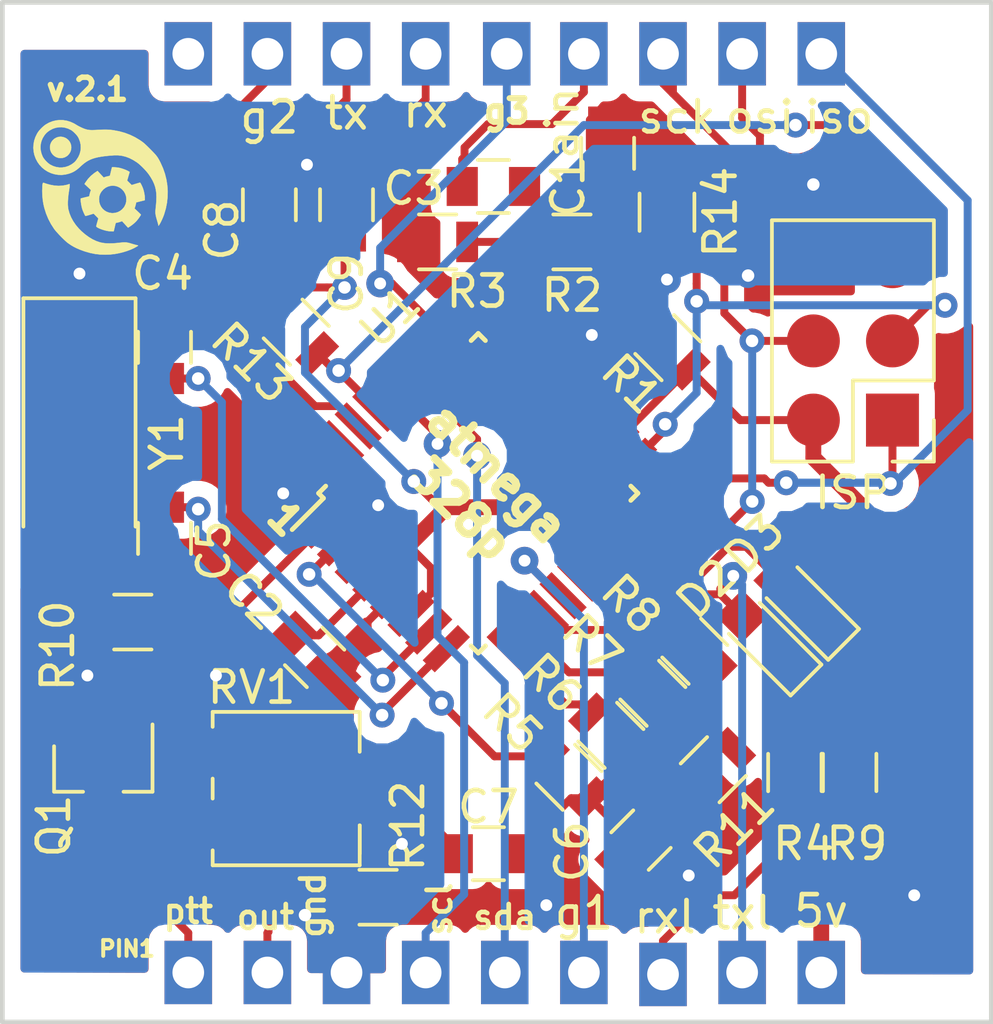
<source format=kicad_pcb>
(kicad_pcb (version 20171130) (host pcbnew 5.0.2-bee76a0~70~ubuntu16.04.1)

  (general
    (thickness 1.6)
    (drawings 9)
    (tracks 343)
    (zones 0)
    (modules 49)
    (nets 36)
  )

  (page A4)
  (layers
    (0 F.Cu signal)
    (31 B.Cu signal)
    (32 B.Adhes user hide)
    (33 F.Adhes user hide)
    (34 B.Paste user hide)
    (35 F.Paste user hide)
    (36 B.SilkS user)
    (37 F.SilkS user)
    (38 B.Mask user)
    (39 F.Mask user)
    (40 Dwgs.User user)
    (41 Cmts.User user)
    (42 Eco1.User user hide)
    (43 Eco2.User user hide)
    (44 Edge.Cuts user)
    (45 Margin user hide)
    (46 B.CrtYd user hide)
    (47 F.CrtYd user hide)
    (48 B.Fab user hide)
    (49 F.Fab user hide)
  )

  (setup
    (last_trace_width 0.25)
    (user_trace_width 0.254)
    (user_trace_width 0.381)
    (user_trace_width 0.508)
    (trace_clearance 0.2)
    (zone_clearance 0.508)
    (zone_45_only no)
    (trace_min 0.2)
    (segment_width 0.2)
    (edge_width 0.15)
    (via_size 0.8)
    (via_drill 0.4)
    (via_min_size 0.4)
    (via_min_drill 0.3)
    (user_via 0.889 0.381)
    (user_via 1.143 0.508)
    (user_via 1.27 1.016)
    (uvia_size 0.3)
    (uvia_drill 0.1)
    (uvias_allowed no)
    (uvia_min_size 0.2)
    (uvia_min_drill 0.1)
    (pcb_text_width 0.3)
    (pcb_text_size 1.5 1.5)
    (mod_edge_width 0.15)
    (mod_text_size 1 1)
    (mod_text_width 0.15)
    (pad_size 1.7 1.7)
    (pad_drill 0)
    (pad_to_mask_clearance 0.051)
    (solder_mask_min_width 0.25)
    (aux_axis_origin 0 0)
    (visible_elements FFFFFF7F)
    (pcbplotparams
      (layerselection 0x010f0_ffffffff)
      (usegerberextensions false)
      (usegerberattributes false)
      (usegerberadvancedattributes false)
      (creategerberjobfile false)
      (excludeedgelayer true)
      (linewidth 0.100000)
      (plotframeref false)
      (viasonmask false)
      (mode 1)
      (useauxorigin false)
      (hpglpennumber 1)
      (hpglpenspeed 20)
      (hpglpendiameter 15.000000)
      (psnegative false)
      (psa4output false)
      (plotreference true)
      (plotvalue false)
      (plotinvisibletext false)
      (padsonsilk false)
      (subtractmaskfromsilk false)
      (outputformat 1)
      (mirror false)
      (drillshape 0)
      (scaleselection 1)
      (outputdirectory ""))
  )

  (net 0 "")
  (net 1 /audio_bias)
  (net 2 GND)
  (net 3 +5V)
  (net 4 /audio_in)
  (net 5 "Net-(C3-Pad2)")
  (net 6 "Net-(C4-Pad2)")
  (net 7 "Net-(C5-Pad2)")
  (net 8 "Net-(C6-Pad1)")
  (net 9 "Net-(C7-Pad1)")
  (net 10 "Net-(D2-Pad1)")
  (net 11 "Net-(D3-Pad1)")
  (net 12 /audio_out)
  (net 13 /ptt)
  (net 14 /sda)
  (net 15 /scl)
  (net 16 /mosi)
  (net 17 /miso)
  (net 18 /sck)
  (net 19 /reset)
  (net 20 "Net-(Q1-Pad1)")
  (net 21 "Net-(R5-Pad2)")
  (net 22 "Net-(R6-Pad2)")
  (net 23 "Net-(R7-Pad2)")
  (net 24 "Net-(R8-Pad2)")
  (net 25 "Net-(U1-Pad19)")
  (net 26 "Net-(U1-Pad22)")
  (net 27 "Net-(U1-Pad24)")
  (net 28 "Net-(U1-Pad26)")
  (net 29 /gen2)
  (net 30 /gen1)
  (net 31 /tnc_rx)
  (net 32 /tnc_tx)
  (net 33 /txled)
  (net 34 /rxled)
  (net 35 /gen3)

  (net_class Default "This is the default net class."
    (clearance 0.2)
    (trace_width 0.25)
    (via_dia 0.8)
    (via_drill 0.4)
    (uvia_dia 0.3)
    (uvia_drill 0.1)
    (add_net +5V)
    (add_net /audio_bias)
    (add_net /audio_in)
    (add_net /audio_out)
    (add_net /gen1)
    (add_net /gen2)
    (add_net /gen3)
    (add_net /miso)
    (add_net /mosi)
    (add_net /ptt)
    (add_net /reset)
    (add_net /rxled)
    (add_net /sck)
    (add_net /scl)
    (add_net /sda)
    (add_net /tnc_rx)
    (add_net /tnc_tx)
    (add_net /txled)
    (add_net GND)
    (add_net "Net-(C3-Pad2)")
    (add_net "Net-(C4-Pad2)")
    (add_net "Net-(C5-Pad2)")
    (add_net "Net-(C6-Pad1)")
    (add_net "Net-(C7-Pad1)")
    (add_net "Net-(D2-Pad1)")
    (add_net "Net-(D3-Pad1)")
    (add_net "Net-(Q1-Pad1)")
    (add_net "Net-(R5-Pad2)")
    (add_net "Net-(R6-Pad2)")
    (add_net "Net-(R7-Pad2)")
    (add_net "Net-(R8-Pad2)")
    (add_net "Net-(U1-Pad19)")
    (add_net "Net-(U1-Pad22)")
    (add_net "Net-(U1-Pad24)")
    (add_net "Net-(U1-Pad26)")
  )

  (module Pin_Headers:Pin_Header_Straight_2x03_Pitch2.54mm (layer F.Cu) (tedit 5C8C2780) (tstamp 5C95DCBC)
    (at 164.0205 107.315 180)
    (descr "Through hole straight pin header, 2x03, 2.54mm pitch, double rows")
    (tags "Through hole pin header THT 2x03 2.54mm double row")
    (path /5C8C564E)
    (fp_text reference ISP (at 1.27 -2.33 180) (layer F.SilkS)
      (effects (font (size 1 1) (thickness 0.15)))
    )
    (fp_text value AVR-ISP-6 (at 1.27 7.41 180) (layer F.Fab)
      (effects (font (size 1 1) (thickness 0.15)))
    )
    (fp_line (start 0 -1.27) (end 3.81 -1.27) (layer F.Fab) (width 0.1))
    (fp_line (start 3.81 -1.27) (end 3.81 6.35) (layer F.Fab) (width 0.1))
    (fp_line (start 3.81 6.35) (end -1.27 6.35) (layer F.Fab) (width 0.1))
    (fp_line (start -1.27 6.35) (end -1.27 0) (layer F.Fab) (width 0.1))
    (fp_line (start -1.27 0) (end 0 -1.27) (layer F.Fab) (width 0.1))
    (fp_line (start -1.33 6.41) (end 3.87 6.41) (layer F.SilkS) (width 0.12))
    (fp_line (start -1.33 1.27) (end -1.33 6.41) (layer F.SilkS) (width 0.12))
    (fp_line (start 3.87 -1.33) (end 3.87 6.41) (layer F.SilkS) (width 0.12))
    (fp_line (start -1.33 1.27) (end 1.27 1.27) (layer F.SilkS) (width 0.12))
    (fp_line (start 1.27 1.27) (end 1.27 -1.33) (layer F.SilkS) (width 0.12))
    (fp_line (start 1.27 -1.33) (end 3.87 -1.33) (layer F.SilkS) (width 0.12))
    (fp_line (start -1.33 0) (end -1.33 -1.33) (layer F.SilkS) (width 0.12))
    (fp_line (start -1.33 -1.33) (end 0 -1.33) (layer F.SilkS) (width 0.12))
    (fp_line (start -1.8 -1.8) (end -1.8 6.85) (layer F.CrtYd) (width 0.05))
    (fp_line (start -1.8 6.85) (end 4.35 6.85) (layer F.CrtYd) (width 0.05))
    (fp_line (start 4.35 6.85) (end 4.35 -1.8) (layer F.CrtYd) (width 0.05))
    (fp_line (start 4.35 -1.8) (end -1.8 -1.8) (layer F.CrtYd) (width 0.05))
    (fp_text user %R (at 1.27 2.54 270) (layer F.Fab)
      (effects (font (size 1 1) (thickness 0.15)))
    )
    (pad 1 smd rect (at 0 0 180) (size 1.7 1.7) (layers F.Cu F.Paste F.Mask)
      (net 17 /miso))
    (pad 2 smd oval (at 2.54 0 180) (size 1.7 1.7) (layers F.Cu F.Paste F.Mask)
      (net 3 +5V))
    (pad 3 smd oval (at 0 2.54 180) (size 1.7 1.7) (layers F.Cu F.Paste F.Mask)
      (net 18 /sck))
    (pad 4 smd oval (at 2.54 2.54 180) (size 1.7 1.7) (layers F.Cu F.Paste F.Mask)
      (net 16 /mosi))
    (pad 5 smd oval (at 0 5.08 180) (size 1.7 1.7) (layers F.Cu F.Paste F.Mask)
      (net 19 /reset))
    (pad 6 smd oval (at 2.54 5.08 180) (size 1.7 1.7) (layers F.Cu F.Paste F.Mask)
      (net 2 GND))
    (model ${KISYS3DMOD}/Pin_Headers.3dshapes/Pin_Header_Straight_2x03_Pitch2.54mm.wrl
      (at (xyz 0 0 0))
      (scale (xyz 1 1 1))
      (rotate (xyz 0 0 0))
    )
  )

  (module Crystals:Crystal_SMD_Abracon_ABM3-2pin_5.0x3.2mm_HandSoldering (layer F.Cu) (tedit 58CD2E9C) (tstamp 5C1DFC6F)
    (at 137.922 108.0315 270)
    (descr "Abracon Miniature Ceramic Smd Crystal ABM3 http://www.abracon.com/Resonators/abm3.pdf, hand-soldering, 5.0x3.2mm^2 package")
    (tags "SMD SMT crystal hand-soldering")
    (path /5BE9E9E6)
    (attr smd)
    (fp_text reference Y1 (at 0 -2.8 270) (layer F.SilkS)
      (effects (font (size 1 1) (thickness 0.15)))
    )
    (fp_text value 16Mhz (at 0 2.8 270) (layer F.Fab)
      (effects (font (size 1 1) (thickness 0.15)))
    )
    (fp_circle (center 0 0) (end 0.116667 0) (layer F.Adhes) (width 0.233333))
    (fp_circle (center 0 0) (end 0.266667 0) (layer F.Adhes) (width 0.166667))
    (fp_circle (center 0 0) (end 0.416667 0) (layer F.Adhes) (width 0.166667))
    (fp_circle (center 0 0) (end 0.5 0) (layer F.Adhes) (width 0.1))
    (fp_line (start 4.7 -1.9) (end -4.7 -1.9) (layer F.CrtYd) (width 0.05))
    (fp_line (start 4.7 1.9) (end 4.7 -1.9) (layer F.CrtYd) (width 0.05))
    (fp_line (start -4.7 1.9) (end 4.7 1.9) (layer F.CrtYd) (width 0.05))
    (fp_line (start -4.7 -1.9) (end -4.7 1.9) (layer F.CrtYd) (width 0.05))
    (fp_line (start -4.625 1.8) (end 2.7 1.8) (layer F.SilkS) (width 0.12))
    (fp_line (start -4.625 -1.8) (end -4.625 1.8) (layer F.SilkS) (width 0.12))
    (fp_line (start 2.7 -1.8) (end -4.625 -1.8) (layer F.SilkS) (width 0.12))
    (fp_line (start -2.5 0.6) (end -1.5 1.6) (layer F.Fab) (width 0.1))
    (fp_line (start -2.5 -1.4) (end -2.3 -1.6) (layer F.Fab) (width 0.1))
    (fp_line (start -2.5 1.4) (end -2.5 -1.4) (layer F.Fab) (width 0.1))
    (fp_line (start -2.3 1.6) (end -2.5 1.4) (layer F.Fab) (width 0.1))
    (fp_line (start 2.3 1.6) (end -2.3 1.6) (layer F.Fab) (width 0.1))
    (fp_line (start 2.5 1.4) (end 2.3 1.6) (layer F.Fab) (width 0.1))
    (fp_line (start 2.5 -1.4) (end 2.5 1.4) (layer F.Fab) (width 0.1))
    (fp_line (start 2.3 -1.6) (end 2.5 -1.4) (layer F.Fab) (width 0.1))
    (fp_line (start -2.3 -1.6) (end 2.3 -1.6) (layer F.Fab) (width 0.1))
    (fp_text user %R (at 0 0 270) (layer F.Fab)
      (effects (font (size 1 1) (thickness 0.15)))
    )
    (pad 2 smd rect (at 2.7625 0 270) (size 3.325 2.4) (layers F.Cu F.Paste F.Mask)
      (net 7 "Net-(C5-Pad2)"))
    (pad 1 smd rect (at -2.7625 0 270) (size 3.325 2.4) (layers F.Cu F.Paste F.Mask)
      (net 6 "Net-(C4-Pad2)"))
    (model ${KISYS3DMOD}/Crystals.3dshapes/Crystal_SMD_Abracon_ABM3-2pin_5.0x3.2mm_HandSoldering.wrl
      (at (xyz 0 0 0))
      (scale (xyz 1 1 1))
      (rotate (xyz 0 0 0))
    )
  )

  (module MainWorking:Castleated_Pad_1 (layer F.Cu) (tedit 5C2D20F2) (tstamp 5C35BC59)
    (at 141.4145 95.5675 90)
    (path /5C0C7A00)
    (fp_text reference J14 (at 0 0.5 90) (layer F.SilkS) hide
      (effects (font (size 1 1) (thickness 0.15)))
    )
    (fp_text value gen2 (at 0 -0.5 90) (layer F.Fab)
      (effects (font (size 1 1) (thickness 0.15)))
    )
    (pad 1 thru_hole rect (at 0 2.54 90) (size 2.032 1.524) (drill 1.016) (layers *.Cu *.Mask)
      (net 29 /gen2))
  )

  (module TO_SOT_Packages_SMD:SOT-23 (layer F.Cu) (tedit 58CE4E7E) (tstamp 5C02F8DF)
    (at 138.6865 118.475 270)
    (descr "SOT-23, Standard")
    (tags SOT-23)
    (path /5BEB0689)
    (attr smd)
    (fp_text reference Q1 (at 1.8575 1.59 270) (layer F.SilkS)
      (effects (font (size 1 1) (thickness 0.15)))
    )
    (fp_text value BSS138 (at 0 2.5 270) (layer F.Fab)
      (effects (font (size 1 1) (thickness 0.15)))
    )
    (fp_text user %R (at 0 0) (layer F.Fab)
      (effects (font (size 0.5 0.5) (thickness 0.075)))
    )
    (fp_line (start -0.7 -0.95) (end -0.7 1.5) (layer F.Fab) (width 0.1))
    (fp_line (start -0.15 -1.52) (end 0.7 -1.52) (layer F.Fab) (width 0.1))
    (fp_line (start -0.7 -0.95) (end -0.15 -1.52) (layer F.Fab) (width 0.1))
    (fp_line (start 0.7 -1.52) (end 0.7 1.52) (layer F.Fab) (width 0.1))
    (fp_line (start -0.7 1.52) (end 0.7 1.52) (layer F.Fab) (width 0.1))
    (fp_line (start 0.76 1.58) (end 0.76 0.65) (layer F.SilkS) (width 0.12))
    (fp_line (start 0.76 -1.58) (end 0.76 -0.65) (layer F.SilkS) (width 0.12))
    (fp_line (start -1.7 -1.75) (end 1.7 -1.75) (layer F.CrtYd) (width 0.05))
    (fp_line (start 1.7 -1.75) (end 1.7 1.75) (layer F.CrtYd) (width 0.05))
    (fp_line (start 1.7 1.75) (end -1.7 1.75) (layer F.CrtYd) (width 0.05))
    (fp_line (start -1.7 1.75) (end -1.7 -1.75) (layer F.CrtYd) (width 0.05))
    (fp_line (start 0.76 -1.58) (end -1.4 -1.58) (layer F.SilkS) (width 0.12))
    (fp_line (start 0.76 1.58) (end -0.7 1.58) (layer F.SilkS) (width 0.12))
    (pad 1 smd rect (at -1 -0.95 270) (size 0.9 0.8) (layers F.Cu F.Paste F.Mask)
      (net 20 "Net-(Q1-Pad1)"))
    (pad 2 smd rect (at -1 0.95 270) (size 0.9 0.8) (layers F.Cu F.Paste F.Mask)
      (net 2 GND))
    (pad 3 smd rect (at 1 0 270) (size 0.9 0.8) (layers F.Cu F.Paste F.Mask)
      (net 13 /ptt))
    (model ${KISYS3DMOD}/TO_SOT_Packages_SMD.3dshapes/SOT-23.wrl
      (at (xyz 0 0 0))
      (scale (xyz 1 1 1))
      (rotate (xyz 0 0 0))
    )
  )

  (module MainWorking:Castleated_Pad_1 (layer F.Cu) (tedit 5C2C11E8) (tstamp 5C35C993)
    (at 138.8745 95.5675 90)
    (fp_text reference "" (at 0 0.5 90) (layer F.SilkS) hide
      (effects (font (size 1 1) (thickness 0.15)))
    )
    (fp_text value Castleated_Pad_1 (at 0 -0.5 90) (layer F.Fab)
      (effects (font (size 1 1) (thickness 0.15)))
    )
    (pad 1 thru_hole rect (at 0 2.54 90) (size 2.032 1.524) (drill 1.016) (layers *.Cu *.Mask))
  )

  (module MainWorking:Castleated_Pad_1 (layer F.Cu) (tedit 5C44D3F1) (tstamp 5C2AC705)
    (at 143.9545 125.0315 90)
    (path /5C023797)
    (fp_text reference gnd (at 2.159 1.4605 270) (layer F.SilkS)
      (effects (font (size 0.762 0.762) (thickness 0.15)))
    )
    (fp_text value Conn_01x01_Female (at 0 -0.5 90) (layer F.Fab)
      (effects (font (size 1 1) (thickness 0.15)))
    )
    (pad 3 thru_hole rect (at 0 2.54 90) (size 2.032 1.524) (drill 1.016) (layers *.Cu *.Mask)
      (net 2 GND))
  )

  (module MainWorking:Castleated_Pad_1 (layer F.Cu) (tedit 5C2D2624) (tstamp 5C35C245)
    (at 138.8745 125.0315 90)
    (path /5C01D6D9)
    (fp_text reference ptt (at 1.9685 2.54 180) (layer F.SilkS)
      (effects (font (size 0.762 0.762) (thickness 0.15)))
    )
    (fp_text value Conn_01x01_Female (at 0 -0.5 90) (layer F.Fab)
      (effects (font (size 1 1) (thickness 0.15)))
    )
    (pad 1 thru_hole rect (at 0 2.54 90) (size 2.032 1.524) (drill 1.016) (layers *.Cu *.Mask)
      (net 13 /ptt))
  )

  (module MainWorking:Castleated_Pad_1 (layer F.Cu) (tedit 5C44D3E6) (tstamp 5C2AC6F9)
    (at 141.4145 125.0315 90)
    (path /5C01D672)
    (fp_text reference out (at 1.778 2.4765) (layer F.SilkS)
      (effects (font (size 0.762 0.762) (thickness 0.15)))
    )
    (fp_text value Conn_01x01_Female (at 0 -0.5 90) (layer F.Fab)
      (effects (font (size 1 1) (thickness 0.15)))
    )
    (pad 2 thru_hole rect (at 0 2.54 90) (size 2.032 1.524) (drill 1.016) (layers *.Cu *.Mask)
      (net 12 /audio_out))
  )

  (module MainWorking:Castleated_Pad_1 (layer F.Cu) (tedit 5C44D40C) (tstamp 5C35BC5E)
    (at 156.6545 125.0315 90)
    (path /5C2C3613)
    (fp_text reference txl (at 1.905 2.54 180) (layer F.SilkS)
      (effects (font (size 1 1) (thickness 0.15)))
    )
    (fp_text value txled (at 0 -0.5 90) (layer F.Fab)
      (effects (font (size 1 1) (thickness 0.15)))
    )
    (pad 8 thru_hole rect (at 0 2.54 90) (size 2.032 1.524) (drill 1.016) (layers *.Cu *.Mask)
      (net 33 /txled))
  )

  (module MainWorking:Castleated_Pad_1 (layer F.Cu) (tedit 5C44D400) (tstamp 5C2AC721)
    (at 151.5745 125.0315 90)
    (path /5C0C797C)
    (fp_text reference g1 (at 1.905 2.54 180) (layer F.SilkS)
      (effects (font (size 1 1) (thickness 0.15)))
    )
    (fp_text value gen1 (at 0 -0.5 90) (layer F.Fab)
      (effects (font (size 1 1) (thickness 0.15)))
    )
    (pad 6 thru_hole rect (at 0 2.54 90) (size 2.032 1.524) (drill 1.016) (layers *.Cu *.Mask)
      (net 30 /gen1))
  )

  (module MainWorking:Castleated_Pad_1 (layer F.Cu) (tedit 5C44D412) (tstamp 5C2AC701)
    (at 159.1945 125.0315 90)
    (path /5C01D738)
    (fp_text reference 5v (at 1.9685 2.54 180) (layer F.SilkS)
      (effects (font (size 1 1) (thickness 0.15)))
    )
    (fp_text value Conn_01x01_Female (at 0 -0.5 90) (layer F.Fab)
      (effects (font (size 1 1) (thickness 0.15)))
    )
    (pad 9 thru_hole rect (at 0 2.54 90) (size 2.032 1.524) (drill 1.016) (layers *.Cu *.Mask)
      (net 3 +5V))
  )

  (module MainWorking:Castleated_Pad_1 (layer F.Cu) (tedit 5C44D3FC) (tstamp 5C2AC709)
    (at 149.0345 125.0315 90)
    (path /5C028DDB)
    (fp_text reference sda (at 1.778 2.54) (layer F.SilkS)
      (effects (font (size 0.762 0.762) (thickness 0.15)))
    )
    (fp_text value Conn_01x01_Female (at 0 -0.5 90) (layer F.Fab)
      (effects (font (size 1 1) (thickness 0.15)))
    )
    (pad 5 thru_hole rect (at 0 2.54 90) (size 2.032 1.524) (drill 1.016) (layers *.Cu *.Mask)
      (net 14 /sda))
  )

  (module MainWorking:Castleated_Pad_1 (layer F.Cu) (tedit 5C44D3F5) (tstamp 5C2AC70D)
    (at 146.4945 125.0315 90)
    (path /5C028ED3)
    (fp_text reference scl (at 2.032 2.9845 90) (layer F.SilkS)
      (effects (font (size 0.762 0.762) (thickness 0.15)))
    )
    (fp_text value Conn_01x01_Female (at 0 -0.5 90) (layer F.Fab)
      (effects (font (size 1 1) (thickness 0.15)))
    )
    (pad 4 thru_hole rect (at 0 2.54 90) (size 2.032 1.524) (drill 1.016) (layers *.Cu *.Mask)
      (net 15 /scl))
  )

  (module MainWorking:Castleated_Pad_1 (layer F.Cu) (tedit 5C44D404) (tstamp 5C35BC63)
    (at 154.1145 125.095 90)
    (path /5C2C3565)
    (fp_text reference rxl (at 1.8415 2.6035 180) (layer F.SilkS)
      (effects (font (size 1 1) (thickness 0.15)))
    )
    (fp_text value rxled (at 0 -0.5 90) (layer F.Fab)
      (effects (font (size 1 1) (thickness 0.15)))
    )
    (pad 7 thru_hole rect (at 0 2.54 90) (size 2.032 1.524) (drill 1.016) (layers *.Cu *.Mask)
      (net 34 /rxled))
  )

  (module Potentiometers:Potentiometer_Trimmer_Bourns_3224J (layer F.Cu) (tedit 58826B0B) (tstamp 5C02F9DA)
    (at 144.5575 119.133 180)
    (descr "Spindle Trimmer Potentiometer, Bourns 3224J, https://www.bourns.com/pdfs/3224.pdf")
    (tags "Spindle Trimmer Potentiometer   Bourns 3224J")
    (path /5BEA98AF)
    (attr smd)
    (fp_text reference RV1 (at 1.111 3.2455 180) (layer F.SilkS)
      (effects (font (size 1 1) (thickness 0.15)))
    )
    (fp_text value R_POT_TRIM_US (at 0 3.65 180) (layer F.Fab)
      (effects (font (size 1 1) (thickness 0.15)))
    )
    (fp_line (start -2.3 -2.4) (end -2.3 2.4) (layer F.Fab) (width 0.1))
    (fp_line (start -2.3 2.4) (end 2.3 2.4) (layer F.Fab) (width 0.1))
    (fp_line (start 2.3 2.4) (end 2.3 -2.4) (layer F.Fab) (width 0.1))
    (fp_line (start 2.3 -2.4) (end -2.3 -2.4) (layer F.Fab) (width 0.1))
    (fp_line (start -2.3 -2.02) (end -2.3 -0.24) (layer F.Fab) (width 0.1))
    (fp_line (start -2.3 -0.24) (end -2.3 -0.24) (layer F.Fab) (width 0.1))
    (fp_line (start -2.3 -0.24) (end -2.3 -2.02) (layer F.Fab) (width 0.1))
    (fp_line (start -2.3 -2.02) (end -2.3 -2.02) (layer F.Fab) (width 0.1))
    (fp_line (start -2.3 -1.13) (end -2.3 -1.13) (layer F.Fab) (width 0.1))
    (fp_line (start -2.36 -2.46) (end 2.36 -2.46) (layer F.SilkS) (width 0.12))
    (fp_line (start -2.36 2.46) (end 2.36 2.46) (layer F.SilkS) (width 0.12))
    (fp_line (start -2.36 -2.46) (end -2.36 -1.18) (layer F.SilkS) (width 0.12))
    (fp_line (start -2.36 1.18) (end -2.36 2.46) (layer F.SilkS) (width 0.12))
    (fp_line (start 2.36 -2.46) (end 2.36 -1.98) (layer F.SilkS) (width 0.12))
    (fp_line (start 2.36 -0.32) (end 2.36 0.32) (layer F.SilkS) (width 0.12))
    (fp_line (start 2.36 1.98) (end 2.36 2.46) (layer F.SilkS) (width 0.12))
    (fp_line (start -2.36 -2.08) (end -2.36 -2.08) (layer F.SilkS) (width 0.12))
    (fp_line (start -2.36 -2.08) (end -2.36 -1.18) (layer F.SilkS) (width 0.12))
    (fp_line (start -2.36 -2.08) (end -2.36 -1.18) (layer F.SilkS) (width 0.12))
    (fp_line (start -3.28 -2.65) (end -3.28 2.65) (layer F.CrtYd) (width 0.05))
    (fp_line (start -3.28 2.65) (end 3.27 2.65) (layer F.CrtYd) (width 0.05))
    (fp_line (start 3.27 2.65) (end 3.27 -2.65) (layer F.CrtYd) (width 0.05))
    (fp_line (start 3.27 -2.65) (end -3.28 -2.65) (layer F.CrtYd) (width 0.05))
    (pad 1 smd rect (at 2 -1.15 180) (size 2 1.3) (layers F.Cu F.Mask)
      (net 12 /audio_out))
    (pad 2 smd rect (at -2 0 180) (size 2 2) (layers F.Cu F.Mask)
      (net 9 "Net-(C7-Pad1)"))
    (pad 3 smd rect (at 2 1.15 180) (size 2 1.3) (layers F.Cu F.Mask)
      (net 9 "Net-(C7-Pad1)"))
    (model Potentiometers.3dshapes/Potentiometer_Trimmer_Bourns_3224J.wrl
      (offset (xyz 0.7619999885559082 0 0))
      (scale (xyz 0.39 0.39 0.39))
      (rotate (xyz 0 0 0))
    )
  )

  (module Resistors_SMD:R_0805 (layer F.Cu) (tedit 5C2C0D24) (tstamp 5C02F9AB)
    (at 147.508 122.6185)
    (descr "Resistor SMD 0805, reflow soldering, Vishay (see dcrcw.pdf)")
    (tags "resistor 0805")
    (path /5BEABBD0)
    (attr smd)
    (fp_text reference R12 (at 0.955 -2.286 90) (layer F.SilkS)
      (effects (font (size 1 1) (thickness 0.15)))
    )
    (fp_text value 1k (at 0 1.75) (layer F.Fab)
      (effects (font (size 1 1) (thickness 0.15)))
    )
    (fp_text user %R (at 0 0) (layer F.Fab)
      (effects (font (size 0.5 0.5) (thickness 0.075)))
    )
    (fp_line (start -1 0.62) (end -1 -0.62) (layer F.Fab) (width 0.1))
    (fp_line (start 1 0.62) (end -1 0.62) (layer F.Fab) (width 0.1))
    (fp_line (start 1 -0.62) (end 1 0.62) (layer F.Fab) (width 0.1))
    (fp_line (start -1 -0.62) (end 1 -0.62) (layer F.Fab) (width 0.1))
    (fp_line (start 0.6 0.88) (end -0.6 0.88) (layer F.SilkS) (width 0.12))
    (fp_line (start -0.6 -0.88) (end 0.6 -0.88) (layer F.SilkS) (width 0.12))
    (fp_line (start -1.55 -0.9) (end 1.55 -0.9) (layer F.CrtYd) (width 0.05))
    (fp_line (start -1.55 -0.9) (end -1.55 0.9) (layer F.CrtYd) (width 0.05))
    (fp_line (start 1.55 0.9) (end 1.55 -0.9) (layer F.CrtYd) (width 0.05))
    (fp_line (start 1.55 0.9) (end -1.55 0.9) (layer F.CrtYd) (width 0.05))
    (pad 1 smd rect (at -0.95 0) (size 0.7 1.3) (layers F.Cu F.Paste F.Mask)
      (net 12 /audio_out))
    (pad 2 smd rect (at 0.95 0) (size 0.7 1.3) (layers F.Cu F.Paste F.Mask)
      (net 2 GND))
    (model ${KISYS3DMOD}/Resistors_SMD.3dshapes/R_0805.wrl
      (at (xyz 0 0 0))
      (scale (xyz 1 1 1))
      (rotate (xyz 0 0 0))
    )
  )

  (module Resistors_SMD:R_0805 (layer F.Cu) (tedit 58E0A804) (tstamp 5C02F989)
    (at 139.633999 113.792)
    (descr "Resistor SMD 0805, reflow soldering, Vishay (see dcrcw.pdf)")
    (tags "resistor 0805")
    (path /5BEB192D)
    (attr smd)
    (fp_text reference R10 (at -2.410499 0.762 90) (layer F.SilkS)
      (effects (font (size 1 1) (thickness 0.15)))
    )
    (fp_text value 10k (at 0 1.75) (layer F.Fab)
      (effects (font (size 1 1) (thickness 0.15)))
    )
    (fp_line (start 1.55 0.9) (end -1.55 0.9) (layer F.CrtYd) (width 0.05))
    (fp_line (start 1.55 0.9) (end 1.55 -0.9) (layer F.CrtYd) (width 0.05))
    (fp_line (start -1.55 -0.9) (end -1.55 0.9) (layer F.CrtYd) (width 0.05))
    (fp_line (start -1.55 -0.9) (end 1.55 -0.9) (layer F.CrtYd) (width 0.05))
    (fp_line (start -0.6 -0.88) (end 0.6 -0.88) (layer F.SilkS) (width 0.12))
    (fp_line (start 0.6 0.88) (end -0.6 0.88) (layer F.SilkS) (width 0.12))
    (fp_line (start -1 -0.62) (end 1 -0.62) (layer F.Fab) (width 0.1))
    (fp_line (start 1 -0.62) (end 1 0.62) (layer F.Fab) (width 0.1))
    (fp_line (start 1 0.62) (end -1 0.62) (layer F.Fab) (width 0.1))
    (fp_line (start -1 0.62) (end -1 -0.62) (layer F.Fab) (width 0.1))
    (fp_text user %R (at 0 0) (layer F.Fab)
      (effects (font (size 0.5 0.5) (thickness 0.075)))
    )
    (pad 2 smd rect (at 0.95 0) (size 0.7 1.3) (layers F.Cu F.Paste F.Mask)
      (net 20 "Net-(Q1-Pad1)"))
    (pad 1 smd rect (at -0.95 0) (size 0.7 1.3) (layers F.Cu F.Paste F.Mask)
      (net 2 GND))
    (model ${KISYS3DMOD}/Resistors_SMD.3dshapes/R_0805.wrl
      (at (xyz 0 0 0))
      (scale (xyz 1 1 1))
      (rotate (xyz 0 0 0))
    )
  )

  (module MainWorking:Castleated_Pad_1 (layer F.Cu) (tedit 5C2D2104) (tstamp 5C35BC4A)
    (at 146.4945 95.5675 90)
    (path /5C01D426)
    (fp_text reference tx (at -1.905 0 180) (layer F.SilkS)
      (effects (font (size 1 1) (thickness 0.15)))
    )
    (fp_text value Conn_01x01_Female (at 0 -0.5 90) (layer F.Fab)
      (effects (font (size 1 1) (thickness 0.15)))
    )
    (pad 1 thru_hole rect (at 0 2.54 90) (size 2.032 1.524) (drill 1.016) (layers *.Cu *.Mask)
      (net 31 /tnc_rx))
  )

  (module MainWorking:Castleated_Pad_1 (layer F.Cu) (tedit 5C2D20FB) (tstamp 5C35BC4F)
    (at 143.9545 95.5675 90)
    (path /5C01D5AA)
    (fp_text reference g2 (at -2.032 0.0635 180) (layer F.SilkS)
      (effects (font (size 1 1) (thickness 0.15)))
    )
    (fp_text value Conn_01x01_Female (at 0 -0.5 90) (layer F.Fab)
      (effects (font (size 1 1) (thickness 0.15)))
    )
    (pad 1 thru_hole rect (at 0 2.54 90) (size 2.032 1.524) (drill 1.016) (layers *.Cu *.Mask)
      (net 32 /tnc_tx))
  )

  (module MainWorking:Castleated_Pad_1 (layer F.Cu) (tedit 5C2D20A3) (tstamp 5C35BC54)
    (at 151.5745 95.5675 90)
    (path /5C01D609)
    (fp_text reference ain (at -2.2225 1.8415 90) (layer F.SilkS)
      (effects (font (size 1 1) (thickness 0.15)))
    )
    (fp_text value Conn_01x01_Female (at 0 -0.5 90) (layer F.Fab)
      (effects (font (size 1 1) (thickness 0.15)))
    )
    (pad 1 thru_hole rect (at 0 2.54 90) (size 2.032 1.524) (drill 1.016) (layers *.Cu *.Mask)
      (net 4 /audio_in))
  )

  (module Capacitors_SMD:C_0805 (layer F.Cu) (tedit 5C04296B) (tstamp 5C02F6E6)
    (at 154.8765 98.7585 270)
    (descr "Capacitor SMD 0805, reflow soldering, AVX (see smccp.pdf)")
    (tags "capacitor 0805")
    (path /5BF16238)
    (attr smd)
    (fp_text reference C1 (at 1.0635 1.27 270) (layer F.SilkS)
      (effects (font (size 1 1) (thickness 0.15)))
    )
    (fp_text value .1uf (at 0 1.75 270) (layer F.Fab)
      (effects (font (size 1 1) (thickness 0.15)))
    )
    (fp_line (start 1.75 0.87) (end -1.75 0.87) (layer F.CrtYd) (width 0.05))
    (fp_line (start 1.75 0.87) (end 1.75 -0.88) (layer F.CrtYd) (width 0.05))
    (fp_line (start -1.75 -0.88) (end -1.75 0.87) (layer F.CrtYd) (width 0.05))
    (fp_line (start -1.75 -0.88) (end 1.75 -0.88) (layer F.CrtYd) (width 0.05))
    (fp_line (start -0.5 0.85) (end 0.5 0.85) (layer F.SilkS) (width 0.12))
    (fp_line (start 0.5 -0.85) (end -0.5 -0.85) (layer F.SilkS) (width 0.12))
    (fp_line (start -1 -0.62) (end 1 -0.62) (layer F.Fab) (width 0.1))
    (fp_line (start 1 -0.62) (end 1 0.62) (layer F.Fab) (width 0.1))
    (fp_line (start 1 0.62) (end -1 0.62) (layer F.Fab) (width 0.1))
    (fp_line (start -1 0.62) (end -1 -0.62) (layer F.Fab) (width 0.1))
    (fp_text user %R (at 0 -1.5 270) (layer F.Fab)
      (effects (font (size 1 1) (thickness 0.15)))
    )
    (pad 2 smd rect (at 1 0 270) (size 1 1.25) (layers F.Cu F.Paste F.Mask)
      (net 1 /audio_bias))
    (pad 1 smd rect (at -1 0 270) (size 1 1.25) (layers F.Cu F.Paste F.Mask)
      (net 2 GND) (zone_connect 2))
    (model Capacitors_SMD.3dshapes/C_0805.wrl
      (at (xyz 0 0 0))
      (scale (xyz 1 1 1))
      (rotate (xyz 0 0 0))
    )
  )

  (module Capacitors_SMD:C_0805 (layer F.Cu) (tedit 5C2C0D21) (tstamp 5C02F6F7)
    (at 145.469893 114.926393 135)
    (descr "Capacitor SMD 0805, reflow soldering, AVX (see smccp.pdf)")
    (tags "capacitor 0805")
    (path /5BF16059)
    (attr smd)
    (fp_text reference C2 (at 2.681905 -0.089803 135) (layer F.SilkS)
      (effects (font (size 1 1) (thickness 0.15)))
    )
    (fp_text value .1uf (at 0 1.75 135) (layer F.Fab)
      (effects (font (size 1 1) (thickness 0.15)))
    )
    (fp_text user %R (at 0 -1.5 135) (layer F.Fab)
      (effects (font (size 1 1) (thickness 0.15)))
    )
    (fp_line (start -1 0.62) (end -1 -0.62) (layer F.Fab) (width 0.1))
    (fp_line (start 1 0.62) (end -1 0.62) (layer F.Fab) (width 0.1))
    (fp_line (start 1 -0.62) (end 1 0.62) (layer F.Fab) (width 0.1))
    (fp_line (start -1 -0.62) (end 1 -0.62) (layer F.Fab) (width 0.1))
    (fp_line (start 0.5 -0.85) (end -0.5 -0.85) (layer F.SilkS) (width 0.12))
    (fp_line (start -0.5 0.85) (end 0.5 0.85) (layer F.SilkS) (width 0.12))
    (fp_line (start -1.75 -0.88) (end 1.75 -0.88) (layer F.CrtYd) (width 0.05))
    (fp_line (start -1.75 -0.88) (end -1.75 0.87) (layer F.CrtYd) (width 0.05))
    (fp_line (start 1.75 0.87) (end 1.75 -0.88) (layer F.CrtYd) (width 0.05))
    (fp_line (start 1.75 0.87) (end -1.75 0.87) (layer F.CrtYd) (width 0.05))
    (pad 1 smd rect (at -1 0 135) (size 1 1.25) (layers F.Cu F.Paste F.Mask)
      (net 2 GND))
    (pad 2 smd rect (at 1 0 135) (size 1 1.25) (layers F.Cu F.Paste F.Mask)
      (net 3 +5V))
    (model Capacitors_SMD.3dshapes/C_0805.wrl
      (at (xyz 0 0 0))
      (scale (xyz 1 1 1))
      (rotate (xyz 0 0 0))
    )
  )

  (module Capacitors_SMD:C_0805 (layer F.Cu) (tedit 58AA8463) (tstamp 5C02F708)
    (at 151.2095 99.822)
    (descr "Capacitor SMD 0805, reflow soldering, AVX (see smccp.pdf)")
    (tags "capacitor 0805")
    (path /5BEA22A8)
    (attr smd)
    (fp_text reference C3 (at -2.556 0.0635 180) (layer F.SilkS)
      (effects (font (size 1 1) (thickness 0.15)))
    )
    (fp_text value 1uf (at 0 1.75) (layer F.Fab)
      (effects (font (size 1 1) (thickness 0.15)))
    )
    (fp_text user %R (at 0 -1.5) (layer F.Fab)
      (effects (font (size 1 1) (thickness 0.15)))
    )
    (fp_line (start -1 0.62) (end -1 -0.62) (layer F.Fab) (width 0.1))
    (fp_line (start 1 0.62) (end -1 0.62) (layer F.Fab) (width 0.1))
    (fp_line (start 1 -0.62) (end 1 0.62) (layer F.Fab) (width 0.1))
    (fp_line (start -1 -0.62) (end 1 -0.62) (layer F.Fab) (width 0.1))
    (fp_line (start 0.5 -0.85) (end -0.5 -0.85) (layer F.SilkS) (width 0.12))
    (fp_line (start -0.5 0.85) (end 0.5 0.85) (layer F.SilkS) (width 0.12))
    (fp_line (start -1.75 -0.88) (end 1.75 -0.88) (layer F.CrtYd) (width 0.05))
    (fp_line (start -1.75 -0.88) (end -1.75 0.87) (layer F.CrtYd) (width 0.05))
    (fp_line (start 1.75 0.87) (end 1.75 -0.88) (layer F.CrtYd) (width 0.05))
    (fp_line (start 1.75 0.87) (end -1.75 0.87) (layer F.CrtYd) (width 0.05))
    (pad 1 smd rect (at -1 0) (size 1 1.25) (layers F.Cu F.Paste F.Mask)
      (net 4 /audio_in))
    (pad 2 smd rect (at 1 0) (size 1 1.25) (layers F.Cu F.Paste F.Mask)
      (net 5 "Net-(C3-Pad2)"))
    (model Capacitors_SMD.3dshapes/C_0805.wrl
      (at (xyz 0 0 0))
      (scale (xyz 1 1 1))
      (rotate (xyz 0 0 0))
    )
  )

  (module Capacitors_SMD:C_0805 (layer F.Cu) (tedit 5C0419A8) (tstamp 5C02F719)
    (at 140.652499 104.9815 270)
    (descr "Capacitor SMD 0805, reflow soldering, AVX (see smccp.pdf)")
    (tags "capacitor 0805")
    (path /5BE9EAB5)
    (attr smd)
    (fp_text reference C4 (at -2.3655 0.063499) (layer F.SilkS)
      (effects (font (size 1 1) (thickness 0.15)))
    )
    (fp_text value 18pf (at 0 1.75 270) (layer F.Fab)
      (effects (font (size 1 1) (thickness 0.15)))
    )
    (fp_line (start 1.75 0.87) (end -1.75 0.87) (layer F.CrtYd) (width 0.05))
    (fp_line (start 1.75 0.87) (end 1.75 -0.88) (layer F.CrtYd) (width 0.05))
    (fp_line (start -1.75 -0.88) (end -1.75 0.87) (layer F.CrtYd) (width 0.05))
    (fp_line (start -1.75 -0.88) (end 1.75 -0.88) (layer F.CrtYd) (width 0.05))
    (fp_line (start -0.5 0.85) (end 0.5 0.85) (layer F.SilkS) (width 0.12))
    (fp_line (start 0.5 -0.85) (end -0.5 -0.85) (layer F.SilkS) (width 0.12))
    (fp_line (start -1 -0.62) (end 1 -0.62) (layer F.Fab) (width 0.1))
    (fp_line (start 1 -0.62) (end 1 0.62) (layer F.Fab) (width 0.1))
    (fp_line (start 1 0.62) (end -1 0.62) (layer F.Fab) (width 0.1))
    (fp_line (start -1 0.62) (end -1 -0.62) (layer F.Fab) (width 0.1))
    (fp_text user %R (at 0 -1.5 270) (layer F.Fab)
      (effects (font (size 1 1) (thickness 0.15)))
    )
    (pad 2 smd rect (at 1 0 270) (size 1 1.25) (layers F.Cu F.Paste F.Mask)
      (net 6 "Net-(C4-Pad2)"))
    (pad 1 smd rect (at -1 0 270) (size 1 1.25) (layers F.Cu F.Paste F.Mask)
      (net 2 GND) (zone_connect 2))
    (model Capacitors_SMD.3dshapes/C_0805.wrl
      (at (xyz 0 0 0))
      (scale (xyz 1 1 1))
      (rotate (xyz 0 0 0))
    )
  )

  (module Capacitors_SMD:C_0805 (layer F.Cu) (tedit 5C041ACD) (tstamp 5C02F72A)
    (at 140.6525 111.109 90)
    (descr "Capacitor SMD 0805, reflow soldering, AVX (see smccp.pdf)")
    (tags "capacitor 0805")
    (path /5BE9EA75)
    (attr smd)
    (fp_text reference C5 (at -0.397 1.5875 270) (layer F.SilkS)
      (effects (font (size 1 1) (thickness 0.15)))
    )
    (fp_text value 18pf (at 0 1.75 90) (layer F.Fab)
      (effects (font (size 1 1) (thickness 0.15)))
    )
    (fp_text user %R (at 0 -1.5 90) (layer F.Fab)
      (effects (font (size 1 1) (thickness 0.15)))
    )
    (fp_line (start -1 0.62) (end -1 -0.62) (layer F.Fab) (width 0.1))
    (fp_line (start 1 0.62) (end -1 0.62) (layer F.Fab) (width 0.1))
    (fp_line (start 1 -0.62) (end 1 0.62) (layer F.Fab) (width 0.1))
    (fp_line (start -1 -0.62) (end 1 -0.62) (layer F.Fab) (width 0.1))
    (fp_line (start 0.5 -0.85) (end -0.5 -0.85) (layer F.SilkS) (width 0.12))
    (fp_line (start -0.5 0.85) (end 0.5 0.85) (layer F.SilkS) (width 0.12))
    (fp_line (start -1.75 -0.88) (end 1.75 -0.88) (layer F.CrtYd) (width 0.05))
    (fp_line (start -1.75 -0.88) (end -1.75 0.87) (layer F.CrtYd) (width 0.05))
    (fp_line (start 1.75 0.87) (end 1.75 -0.88) (layer F.CrtYd) (width 0.05))
    (fp_line (start 1.75 0.87) (end -1.75 0.87) (layer F.CrtYd) (width 0.05))
    (pad 1 smd rect (at -1 0 90) (size 1 1.25) (layers F.Cu F.Paste F.Mask)
      (net 2 GND) (zone_connect 2))
    (pad 2 smd rect (at 1 0 90) (size 1 1.25) (layers F.Cu F.Paste F.Mask)
      (net 7 "Net-(C5-Pad2)"))
    (model Capacitors_SMD.3dshapes/C_0805.wrl
      (at (xyz 0 0 0))
      (scale (xyz 1 1 1))
      (rotate (xyz 0 0 0))
    )
  )

  (module Capacitors_SMD:C_0805 (layer F.Cu) (tedit 58AA8463) (tstamp 5C02F73B)
    (at 155.947393 120.785607 45)
    (descr "Capacitor SMD 0805, reflow soldering, AVX (see smccp.pdf)")
    (tags "capacitor 0805")
    (path /5BEA661E)
    (attr smd)
    (fp_text reference C6 (at -1.82878 -1.302137 90) (layer F.SilkS)
      (effects (font (size 1 1) (thickness 0.15)))
    )
    (fp_text value 100nf (at 0 1.75 45) (layer F.Fab)
      (effects (font (size 1 1) (thickness 0.15)))
    )
    (fp_line (start 1.75 0.87) (end -1.75 0.87) (layer F.CrtYd) (width 0.05))
    (fp_line (start 1.75 0.87) (end 1.75 -0.88) (layer F.CrtYd) (width 0.05))
    (fp_line (start -1.75 -0.88) (end -1.75 0.87) (layer F.CrtYd) (width 0.05))
    (fp_line (start -1.75 -0.88) (end 1.75 -0.88) (layer F.CrtYd) (width 0.05))
    (fp_line (start -0.5 0.85) (end 0.5 0.85) (layer F.SilkS) (width 0.12))
    (fp_line (start 0.5 -0.85) (end -0.5 -0.85) (layer F.SilkS) (width 0.12))
    (fp_line (start -1 -0.62) (end 1 -0.62) (layer F.Fab) (width 0.1))
    (fp_line (start 1 -0.62) (end 1 0.62) (layer F.Fab) (width 0.1))
    (fp_line (start 1 0.62) (end -1 0.62) (layer F.Fab) (width 0.1))
    (fp_line (start -1 0.62) (end -1 -0.62) (layer F.Fab) (width 0.1))
    (fp_text user %R (at 0 -1.5 45) (layer F.Fab)
      (effects (font (size 1 1) (thickness 0.15)))
    )
    (pad 2 smd rect (at 1 0 45) (size 1 1.25) (layers F.Cu F.Paste F.Mask)
      (net 2 GND))
    (pad 1 smd rect (at -1 0 45) (size 1 1.25) (layers F.Cu F.Paste F.Mask)
      (net 8 "Net-(C6-Pad1)"))
    (model Capacitors_SMD.3dshapes/C_0805.wrl
      (at (xyz 0 0 0))
      (scale (xyz 1 1 1))
      (rotate (xyz 0 0 0))
    )
  )

  (module Capacitors_SMD:C_0805 (layer F.Cu) (tedit 58AA8463) (tstamp 5C02F74C)
    (at 151.0505 121.2215)
    (descr "Capacitor SMD 0805, reflow soldering, AVX (see smccp.pdf)")
    (tags "capacitor 0805")
    (path /5BEA8C9E)
    (attr smd)
    (fp_text reference C7 (at 0 -1.5) (layer F.SilkS)
      (effects (font (size 1 1) (thickness 0.15)))
    )
    (fp_text value 4.7uf (at 0 1.75) (layer F.Fab)
      (effects (font (size 1 1) (thickness 0.15)))
    )
    (fp_text user %R (at 0 -1.5) (layer F.Fab)
      (effects (font (size 1 1) (thickness 0.15)))
    )
    (fp_line (start -1 0.62) (end -1 -0.62) (layer F.Fab) (width 0.1))
    (fp_line (start 1 0.62) (end -1 0.62) (layer F.Fab) (width 0.1))
    (fp_line (start 1 -0.62) (end 1 0.62) (layer F.Fab) (width 0.1))
    (fp_line (start -1 -0.62) (end 1 -0.62) (layer F.Fab) (width 0.1))
    (fp_line (start 0.5 -0.85) (end -0.5 -0.85) (layer F.SilkS) (width 0.12))
    (fp_line (start -0.5 0.85) (end 0.5 0.85) (layer F.SilkS) (width 0.12))
    (fp_line (start -1.75 -0.88) (end 1.75 -0.88) (layer F.CrtYd) (width 0.05))
    (fp_line (start -1.75 -0.88) (end -1.75 0.87) (layer F.CrtYd) (width 0.05))
    (fp_line (start 1.75 0.87) (end 1.75 -0.88) (layer F.CrtYd) (width 0.05))
    (fp_line (start 1.75 0.87) (end -1.75 0.87) (layer F.CrtYd) (width 0.05))
    (pad 1 smd rect (at -1 0) (size 1 1.25) (layers F.Cu F.Paste F.Mask)
      (net 9 "Net-(C7-Pad1)"))
    (pad 2 smd rect (at 1 0) (size 1 1.25) (layers F.Cu F.Paste F.Mask)
      (net 8 "Net-(C6-Pad1)"))
    (model Capacitors_SMD.3dshapes/C_0805.wrl
      (at (xyz 0 0 0))
      (scale (xyz 1 1 1))
      (rotate (xyz 0 0 0))
    )
  )

  (module Capacitors_SMD:C_0805 (layer F.Cu) (tedit 58AA8463) (tstamp 5C02F75D)
    (at 144.018 100.4095 90)
    (descr "Capacitor SMD 0805, reflow soldering, AVX (see smccp.pdf)")
    (tags "capacitor 0805")
    (path /5BEBD842)
    (attr smd)
    (fp_text reference C8 (at -0.8095 -1.524 90) (layer F.SilkS)
      (effects (font (size 1 1) (thickness 0.15)))
    )
    (fp_text value 100nf (at 0 1.75 90) (layer F.Fab)
      (effects (font (size 1 1) (thickness 0.15)))
    )
    (fp_line (start 1.75 0.87) (end -1.75 0.87) (layer F.CrtYd) (width 0.05))
    (fp_line (start 1.75 0.87) (end 1.75 -0.88) (layer F.CrtYd) (width 0.05))
    (fp_line (start -1.75 -0.88) (end -1.75 0.87) (layer F.CrtYd) (width 0.05))
    (fp_line (start -1.75 -0.88) (end 1.75 -0.88) (layer F.CrtYd) (width 0.05))
    (fp_line (start -0.5 0.85) (end 0.5 0.85) (layer F.SilkS) (width 0.12))
    (fp_line (start 0.5 -0.85) (end -0.5 -0.85) (layer F.SilkS) (width 0.12))
    (fp_line (start -1 -0.62) (end 1 -0.62) (layer F.Fab) (width 0.1))
    (fp_line (start 1 -0.62) (end 1 0.62) (layer F.Fab) (width 0.1))
    (fp_line (start 1 0.62) (end -1 0.62) (layer F.Fab) (width 0.1))
    (fp_line (start -1 0.62) (end -1 -0.62) (layer F.Fab) (width 0.1))
    (fp_text user %R (at 0 -1.5 90) (layer F.Fab)
      (effects (font (size 1 1) (thickness 0.15)))
    )
    (pad 2 smd rect (at 1 0 90) (size 1 1.25) (layers F.Cu F.Paste F.Mask)
      (net 2 GND))
    (pad 1 smd rect (at -1 0 90) (size 1 1.25) (layers F.Cu F.Paste F.Mask)
      (net 3 +5V))
    (model Capacitors_SMD.3dshapes/C_0805.wrl
      (at (xyz 0 0 0))
      (scale (xyz 1 1 1))
      (rotate (xyz 0 0 0))
    )
  )

  (module Capacitors_SMD:C_0805 (layer F.Cu) (tedit 58AA8463) (tstamp 5C02F76E)
    (at 146.4945 100.4095 90)
    (descr "Capacitor SMD 0805, reflow soldering, AVX (see smccp.pdf)")
    (tags "capacitor 0805")
    (path /5BEBD8BC)
    (attr smd)
    (fp_text reference C9 (at -2.524 0 90) (layer F.SilkS)
      (effects (font (size 1 1) (thickness 0.15)))
    )
    (fp_text value 10uf (at 0 1.75 90) (layer F.Fab)
      (effects (font (size 1 1) (thickness 0.15)))
    )
    (fp_text user %R (at 0 -1.5 90) (layer F.Fab)
      (effects (font (size 1 1) (thickness 0.15)))
    )
    (fp_line (start -1 0.62) (end -1 -0.62) (layer F.Fab) (width 0.1))
    (fp_line (start 1 0.62) (end -1 0.62) (layer F.Fab) (width 0.1))
    (fp_line (start 1 -0.62) (end 1 0.62) (layer F.Fab) (width 0.1))
    (fp_line (start -1 -0.62) (end 1 -0.62) (layer F.Fab) (width 0.1))
    (fp_line (start 0.5 -0.85) (end -0.5 -0.85) (layer F.SilkS) (width 0.12))
    (fp_line (start -0.5 0.85) (end 0.5 0.85) (layer F.SilkS) (width 0.12))
    (fp_line (start -1.75 -0.88) (end 1.75 -0.88) (layer F.CrtYd) (width 0.05))
    (fp_line (start -1.75 -0.88) (end -1.75 0.87) (layer F.CrtYd) (width 0.05))
    (fp_line (start 1.75 0.87) (end 1.75 -0.88) (layer F.CrtYd) (width 0.05))
    (fp_line (start 1.75 0.87) (end -1.75 0.87) (layer F.CrtYd) (width 0.05))
    (pad 1 smd rect (at -1 0 90) (size 1 1.25) (layers F.Cu F.Paste F.Mask)
      (net 3 +5V))
    (pad 2 smd rect (at 1 0 90) (size 1 1.25) (layers F.Cu F.Paste F.Mask)
      (net 2 GND))
    (model Capacitors_SMD.3dshapes/C_0805.wrl
      (at (xyz 0 0 0))
      (scale (xyz 1 1 1))
      (rotate (xyz 0 0 0))
    )
  )

  (module LEDs:LED_0805 (layer F.Cu) (tedit 59959803) (tstamp 5C02F79C)
    (at 159.972317 114.379317 135)
    (descr "LED 0805 smd package")
    (tags "LED led 0805 SMD smd SMT smt smdled SMDLED smtled SMTLED")
    (path /5BE9FD3B)
    (attr smd)
    (fp_text reference D2 (at 2.53684 -0.179605 225) (layer F.SilkS)
      (effects (font (size 1 1) (thickness 0.15)))
    )
    (fp_text value tx (at 0 1.55 135) (layer F.Fab)
      (effects (font (size 1 1) (thickness 0.15)))
    )
    (fp_line (start -1.8 -0.7) (end -1.8 0.7) (layer F.SilkS) (width 0.12))
    (fp_line (start -0.4 -0.4) (end -0.4 0.4) (layer F.Fab) (width 0.1))
    (fp_line (start -0.4 0) (end 0.2 -0.4) (layer F.Fab) (width 0.1))
    (fp_line (start 0.2 0.4) (end -0.4 0) (layer F.Fab) (width 0.1))
    (fp_line (start 0.2 -0.4) (end 0.2 0.4) (layer F.Fab) (width 0.1))
    (fp_line (start 1 0.6) (end -1 0.6) (layer F.Fab) (width 0.1))
    (fp_line (start 1 -0.6) (end 1 0.6) (layer F.Fab) (width 0.1))
    (fp_line (start -1 -0.6) (end 1 -0.6) (layer F.Fab) (width 0.1))
    (fp_line (start -1 0.6) (end -1 -0.6) (layer F.Fab) (width 0.1))
    (fp_line (start -1.8 0.7) (end 1 0.7) (layer F.SilkS) (width 0.12))
    (fp_line (start -1.8 -0.7) (end 1 -0.7) (layer F.SilkS) (width 0.12))
    (fp_line (start 1.95 -0.85) (end 1.95 0.85) (layer F.CrtYd) (width 0.05))
    (fp_line (start 1.95 0.85) (end -1.95 0.85) (layer F.CrtYd) (width 0.05))
    (fp_line (start -1.95 0.85) (end -1.95 -0.85) (layer F.CrtYd) (width 0.05))
    (fp_line (start -1.95 -0.85) (end 1.95 -0.85) (layer F.CrtYd) (width 0.05))
    (fp_text user %R (at 0 -1.25 135) (layer F.Fab)
      (effects (font (size 0.4 0.4) (thickness 0.1)))
    )
    (pad 2 smd rect (at 1.099999 0 315) (size 1.2 1.2) (layers F.Cu F.Paste F.Mask)
      (net 33 /txled))
    (pad 1 smd rect (at -1.099999 0 315) (size 1.2 1.2) (layers F.Cu F.Paste F.Mask)
      (net 10 "Net-(D2-Pad1)"))
    (model ${KISYS3DMOD}/LEDs.3dshapes/LED_0805.wrl
      (at (xyz 0 0 0))
      (scale (xyz 1 1 1))
      (rotate (xyz 0 0 180))
    )
  )

  (module LEDs:LED_0805 (layer F.Cu) (tedit 59959803) (tstamp 5C02F7B2)
    (at 161.178817 113.236317 135)
    (descr "LED 0805 smd package")
    (tags "LED led 0805 SMD smd SMT smt smdled SMDLED smtled SMTLED")
    (path /5BE9FBC4)
    (attr smd)
    (fp_text reference D3 (at 2.496999 0.254 225) (layer F.SilkS)
      (effects (font (size 1 1) (thickness 0.15)))
    )
    (fp_text value rx (at 0 1.55 135) (layer F.Fab)
      (effects (font (size 1 1) (thickness 0.15)))
    )
    (fp_text user %R (at 0 -1.25 135) (layer F.Fab)
      (effects (font (size 0.4 0.4) (thickness 0.1)))
    )
    (fp_line (start -1.95 -0.85) (end 1.95 -0.85) (layer F.CrtYd) (width 0.05))
    (fp_line (start -1.95 0.85) (end -1.95 -0.85) (layer F.CrtYd) (width 0.05))
    (fp_line (start 1.95 0.85) (end -1.95 0.85) (layer F.CrtYd) (width 0.05))
    (fp_line (start 1.95 -0.85) (end 1.95 0.85) (layer F.CrtYd) (width 0.05))
    (fp_line (start -1.8 -0.7) (end 1 -0.7) (layer F.SilkS) (width 0.12))
    (fp_line (start -1.8 0.7) (end 1 0.7) (layer F.SilkS) (width 0.12))
    (fp_line (start -1 0.6) (end -1 -0.6) (layer F.Fab) (width 0.1))
    (fp_line (start -1 -0.6) (end 1 -0.6) (layer F.Fab) (width 0.1))
    (fp_line (start 1 -0.6) (end 1 0.6) (layer F.Fab) (width 0.1))
    (fp_line (start 1 0.6) (end -1 0.6) (layer F.Fab) (width 0.1))
    (fp_line (start 0.2 -0.4) (end 0.2 0.4) (layer F.Fab) (width 0.1))
    (fp_line (start 0.2 0.4) (end -0.4 0) (layer F.Fab) (width 0.1))
    (fp_line (start -0.4 0) (end 0.2 -0.4) (layer F.Fab) (width 0.1))
    (fp_line (start -0.4 -0.4) (end -0.4 0.4) (layer F.Fab) (width 0.1))
    (fp_line (start -1.8 -0.7) (end -1.8 0.7) (layer F.SilkS) (width 0.12))
    (pad 1 smd rect (at -1.099999 0 315) (size 1.2 1.2) (layers F.Cu F.Paste F.Mask)
      (net 11 "Net-(D3-Pad1)"))
    (pad 2 smd rect (at 1.099999 0 315) (size 1.2 1.2) (layers F.Cu F.Paste F.Mask)
      (net 34 /rxled))
    (model ${KISYS3DMOD}/LEDs.3dshapes/LED_0805.wrl
      (at (xyz 0 0 0))
      (scale (xyz 1 1 1))
      (rotate (xyz 0 0 180))
    )
  )

  (module Resistors_SMD:R_0805 (layer F.Cu) (tedit 58E0A804) (tstamp 5C02F8F0)
    (at 156.808249 104.992249 135)
    (descr "Resistor SMD 0805, reflow soldering, Vishay (see dcrcw.pdf)")
    (tags "resistor 0805")
    (path /5BF13778)
    (attr smd)
    (fp_text reference R1 (at 0 -1.65 135) (layer F.SilkS)
      (effects (font (size 1 1) (thickness 0.15)))
    )
    (fp_text value 100k (at 0 1.75 135) (layer F.Fab)
      (effects (font (size 1 1) (thickness 0.15)))
    )
    (fp_line (start 1.55 0.9) (end -1.55 0.9) (layer F.CrtYd) (width 0.05))
    (fp_line (start 1.55 0.9) (end 1.55 -0.9) (layer F.CrtYd) (width 0.05))
    (fp_line (start -1.55 -0.9) (end -1.55 0.9) (layer F.CrtYd) (width 0.05))
    (fp_line (start -1.55 -0.9) (end 1.55 -0.9) (layer F.CrtYd) (width 0.05))
    (fp_line (start -0.6 -0.88) (end 0.6 -0.88) (layer F.SilkS) (width 0.12))
    (fp_line (start 0.6 0.88) (end -0.6 0.88) (layer F.SilkS) (width 0.12))
    (fp_line (start -1 -0.62) (end 1 -0.62) (layer F.Fab) (width 0.1))
    (fp_line (start 1 -0.62) (end 1 0.62) (layer F.Fab) (width 0.1))
    (fp_line (start 1 0.62) (end -1 0.62) (layer F.Fab) (width 0.1))
    (fp_line (start -1 0.62) (end -1 -0.62) (layer F.Fab) (width 0.1))
    (fp_text user %R (at 0 0 135) (layer F.Fab)
      (effects (font (size 0.5 0.5) (thickness 0.075)))
    )
    (pad 2 smd rect (at 0.949999 0 135) (size 0.7 1.3) (layers F.Cu F.Paste F.Mask)
      (net 1 /audio_bias))
    (pad 1 smd rect (at -0.949999 0 135) (size 0.7 1.3) (layers F.Cu F.Paste F.Mask)
      (net 3 +5V))
    (model ${KISYS3DMOD}/Resistors_SMD.3dshapes/R_0805.wrl
      (at (xyz 0 0 0))
      (scale (xyz 1 1 1))
      (rotate (xyz 0 0 0))
    )
  )

  (module Resistors_SMD:R_0805 (layer F.Cu) (tedit 58E0A804) (tstamp 5C02F901)
    (at 153.731 101.6 180)
    (descr "Resistor SMD 0805, reflow soldering, Vishay (see dcrcw.pdf)")
    (tags "resistor 0805")
    (path /5BEA1033)
    (attr smd)
    (fp_text reference R2 (at -0.0025 -1.7145 180) (layer F.SilkS)
      (effects (font (size 1 1) (thickness 0.15)))
    )
    (fp_text value 100k (at 0 1.75 180) (layer F.Fab)
      (effects (font (size 1 1) (thickness 0.15)))
    )
    (fp_line (start 1.55 0.9) (end -1.55 0.9) (layer F.CrtYd) (width 0.05))
    (fp_line (start 1.55 0.9) (end 1.55 -0.9) (layer F.CrtYd) (width 0.05))
    (fp_line (start -1.55 -0.9) (end -1.55 0.9) (layer F.CrtYd) (width 0.05))
    (fp_line (start -1.55 -0.9) (end 1.55 -0.9) (layer F.CrtYd) (width 0.05))
    (fp_line (start -0.6 -0.88) (end 0.6 -0.88) (layer F.SilkS) (width 0.12))
    (fp_line (start 0.6 0.88) (end -0.6 0.88) (layer F.SilkS) (width 0.12))
    (fp_line (start -1 -0.62) (end 1 -0.62) (layer F.Fab) (width 0.1))
    (fp_line (start 1 -0.62) (end 1 0.62) (layer F.Fab) (width 0.1))
    (fp_line (start 1 0.62) (end -1 0.62) (layer F.Fab) (width 0.1))
    (fp_line (start -1 0.62) (end -1 -0.62) (layer F.Fab) (width 0.1))
    (fp_text user %R (at 0 0 180) (layer F.Fab)
      (effects (font (size 0.5 0.5) (thickness 0.075)))
    )
    (pad 2 smd rect (at 0.95 0 180) (size 0.7 1.3) (layers F.Cu F.Paste F.Mask)
      (net 5 "Net-(C3-Pad2)"))
    (pad 1 smd rect (at -0.95 0 180) (size 0.7 1.3) (layers F.Cu F.Paste F.Mask)
      (net 1 /audio_bias))
    (model ${KISYS3DMOD}/Resistors_SMD.3dshapes/R_0805.wrl
      (at (xyz 0 0 0))
      (scale (xyz 1 1 1))
      (rotate (xyz 0 0 0))
    )
  )

  (module Resistors_SMD:R_0805 (layer F.Cu) (tedit 5C041CB7) (tstamp 5C02F912)
    (at 149.418 101.6 180)
    (descr "Resistor SMD 0805, reflow soldering, Vishay (see dcrcw.pdf)")
    (tags "resistor 0805")
    (path /5BEA0F89)
    (attr smd)
    (fp_text reference R3 (at -1.2675 -1.5875 180) (layer F.SilkS)
      (effects (font (size 1 1) (thickness 0.15)))
    )
    (fp_text value 100k (at 0 1.75 180) (layer F.Fab)
      (effects (font (size 1 1) (thickness 0.15)))
    )
    (fp_text user %R (at 0 0 180) (layer F.Fab)
      (effects (font (size 0.5 0.5) (thickness 0.075)))
    )
    (fp_line (start -1 0.62) (end -1 -0.62) (layer F.Fab) (width 0.1))
    (fp_line (start 1 0.62) (end -1 0.62) (layer F.Fab) (width 0.1))
    (fp_line (start 1 -0.62) (end 1 0.62) (layer F.Fab) (width 0.1))
    (fp_line (start -1 -0.62) (end 1 -0.62) (layer F.Fab) (width 0.1))
    (fp_line (start 0.6 0.88) (end -0.6 0.88) (layer F.SilkS) (width 0.12))
    (fp_line (start -0.6 -0.88) (end 0.6 -0.88) (layer F.SilkS) (width 0.12))
    (fp_line (start -1.55 -0.9) (end 1.55 -0.9) (layer F.CrtYd) (width 0.05))
    (fp_line (start -1.55 -0.9) (end -1.55 0.9) (layer F.CrtYd) (width 0.05))
    (fp_line (start 1.55 0.9) (end 1.55 -0.9) (layer F.CrtYd) (width 0.05))
    (fp_line (start 1.55 0.9) (end -1.55 0.9) (layer F.CrtYd) (width 0.05))
    (pad 1 smd rect (at -0.95 0 180) (size 0.7 1.3) (layers F.Cu F.Paste F.Mask)
      (net 5 "Net-(C3-Pad2)"))
    (pad 2 smd rect (at 0.95 0 180) (size 0.7 1.3) (layers F.Cu F.Paste F.Mask)
      (net 2 GND) (zone_connect 2))
    (model ${KISYS3DMOD}/Resistors_SMD.3dshapes/R_0805.wrl
      (at (xyz 0 0 0))
      (scale (xyz 1 1 1))
      (rotate (xyz 0 0 0))
    )
  )

  (module Resistors_SMD:R_0805 (layer F.Cu) (tedit 5C0D3916) (tstamp 5C02F923)
    (at 160.909 118.618 90)
    (descr "Resistor SMD 0805, reflow soldering, Vishay (see dcrcw.pdf)")
    (tags "resistor 0805")
    (path /5BEA0299)
    (attr smd)
    (fp_text reference R4 (at -2.286 0.254 180) (layer F.SilkS)
      (effects (font (size 1 1) (thickness 0.15)))
    )
    (fp_text value 4k7 (at 0 1.75 90) (layer F.Fab)
      (effects (font (size 1 1) (thickness 0.15)))
    )
    (fp_text user %R (at 0 0 90) (layer F.Fab)
      (effects (font (size 0.5 0.5) (thickness 0.075)))
    )
    (fp_line (start -1 0.62) (end -1 -0.62) (layer F.Fab) (width 0.1))
    (fp_line (start 1 0.62) (end -1 0.62) (layer F.Fab) (width 0.1))
    (fp_line (start 1 -0.62) (end 1 0.62) (layer F.Fab) (width 0.1))
    (fp_line (start -1 -0.62) (end 1 -0.62) (layer F.Fab) (width 0.1))
    (fp_line (start 0.6 0.88) (end -0.6 0.88) (layer F.SilkS) (width 0.12))
    (fp_line (start -0.6 -0.88) (end 0.6 -0.88) (layer F.SilkS) (width 0.12))
    (fp_line (start -1.55 -0.9) (end 1.55 -0.9) (layer F.CrtYd) (width 0.05))
    (fp_line (start -1.55 -0.9) (end -1.55 0.9) (layer F.CrtYd) (width 0.05))
    (fp_line (start 1.55 0.9) (end 1.55 -0.9) (layer F.CrtYd) (width 0.05))
    (fp_line (start 1.55 0.9) (end -1.55 0.9) (layer F.CrtYd) (width 0.05))
    (pad 1 smd rect (at -0.95 0 90) (size 0.7 1.3) (layers F.Cu F.Paste F.Mask)
      (net 2 GND) (zone_connect 2))
    (pad 2 smd rect (at 0.95 0 90) (size 0.7 1.3) (layers F.Cu F.Paste F.Mask)
      (net 10 "Net-(D2-Pad1)"))
    (model ${KISYS3DMOD}/Resistors_SMD.3dshapes/R_0805.wrl
      (at (xyz 0 0 0))
      (scale (xyz 1 1 1))
      (rotate (xyz 0 0 0))
    )
  )

  (module Resistors_SMD:R_0805 (layer F.Cu) (tedit 58E0A804) (tstamp 5C02F934)
    (at 153.634226 118.770857 135)
    (descr "Resistor SMD 0805, reflow soldering, Vishay (see dcrcw.pdf)")
    (tags "resistor 0805")
    (path /5BEA3CBD)
    (attr smd)
    (fp_text reference R5 (at 2.507459 -0.046223 135) (layer F.SilkS)
      (effects (font (size 1 1) (thickness 0.15)))
    )
    (fp_text value 8k2 (at 0 1.75 135) (layer F.Fab)
      (effects (font (size 1 1) (thickness 0.15)))
    )
    (fp_text user %R (at 0 0 135) (layer F.Fab)
      (effects (font (size 0.5 0.5) (thickness 0.075)))
    )
    (fp_line (start -1 0.62) (end -1 -0.62) (layer F.Fab) (width 0.1))
    (fp_line (start 1 0.62) (end -1 0.62) (layer F.Fab) (width 0.1))
    (fp_line (start 1 -0.62) (end 1 0.62) (layer F.Fab) (width 0.1))
    (fp_line (start -1 -0.62) (end 1 -0.62) (layer F.Fab) (width 0.1))
    (fp_line (start 0.6 0.88) (end -0.6 0.88) (layer F.SilkS) (width 0.12))
    (fp_line (start -0.6 -0.88) (end 0.6 -0.88) (layer F.SilkS) (width 0.12))
    (fp_line (start -1.55 -0.9) (end 1.55 -0.9) (layer F.CrtYd) (width 0.05))
    (fp_line (start -1.55 -0.9) (end -1.55 0.9) (layer F.CrtYd) (width 0.05))
    (fp_line (start 1.55 0.9) (end 1.55 -0.9) (layer F.CrtYd) (width 0.05))
    (fp_line (start 1.55 0.9) (end -1.55 0.9) (layer F.CrtYd) (width 0.05))
    (pad 1 smd rect (at -0.949999 0 135) (size 0.7 1.3) (layers F.Cu F.Paste F.Mask)
      (net 8 "Net-(C6-Pad1)"))
    (pad 2 smd rect (at 0.949999 0 135) (size 0.7 1.3) (layers F.Cu F.Paste F.Mask)
      (net 21 "Net-(R5-Pad2)"))
    (model ${KISYS3DMOD}/Resistors_SMD.3dshapes/R_0805.wrl
      (at (xyz 0 0 0))
      (scale (xyz 1 1 1))
      (rotate (xyz 0 0 0))
    )
  )

  (module Resistors_SMD:R_0805 (layer F.Cu) (tedit 58E0A804) (tstamp 5C02F945)
    (at 154.981264 117.423818 135)
    (descr "Resistor SMD 0805, reflow soldering, Vishay (see dcrcw.pdf)")
    (tags "resistor 0805")
    (path /5BEA3D1A)
    (attr smd)
    (fp_text reference R6 (at 2.507459 -0.155172 135) (layer F.SilkS)
      (effects (font (size 1 1) (thickness 0.15)))
    )
    (fp_text value 3k9 (at 0 1.75 135) (layer F.Fab)
      (effects (font (size 1 1) (thickness 0.15)))
    )
    (fp_line (start 1.55 0.9) (end -1.55 0.9) (layer F.CrtYd) (width 0.05))
    (fp_line (start 1.55 0.9) (end 1.55 -0.9) (layer F.CrtYd) (width 0.05))
    (fp_line (start -1.55 -0.9) (end -1.55 0.9) (layer F.CrtYd) (width 0.05))
    (fp_line (start -1.55 -0.9) (end 1.55 -0.9) (layer F.CrtYd) (width 0.05))
    (fp_line (start -0.6 -0.88) (end 0.6 -0.88) (layer F.SilkS) (width 0.12))
    (fp_line (start 0.6 0.88) (end -0.6 0.88) (layer F.SilkS) (width 0.12))
    (fp_line (start -1 -0.62) (end 1 -0.62) (layer F.Fab) (width 0.1))
    (fp_line (start 1 -0.62) (end 1 0.62) (layer F.Fab) (width 0.1))
    (fp_line (start 1 0.62) (end -1 0.62) (layer F.Fab) (width 0.1))
    (fp_line (start -1 0.62) (end -1 -0.62) (layer F.Fab) (width 0.1))
    (fp_text user %R (at 0 0 135) (layer F.Fab)
      (effects (font (size 0.5 0.5) (thickness 0.075)))
    )
    (pad 2 smd rect (at 0.949999 0 135) (size 0.7 1.3) (layers F.Cu F.Paste F.Mask)
      (net 22 "Net-(R6-Pad2)"))
    (pad 1 smd rect (at -0.949999 0 135) (size 0.7 1.3) (layers F.Cu F.Paste F.Mask)
      (net 8 "Net-(C6-Pad1)"))
    (model ${KISYS3DMOD}/Resistors_SMD.3dshapes/R_0805.wrl
      (at (xyz 0 0 0))
      (scale (xyz 1 1 1))
      (rotate (xyz 0 0 0))
    )
  )

  (module Resistors_SMD:R_0805 (layer F.Cu) (tedit 58E0A804) (tstamp 5C02F956)
    (at 156.328303 116.07678 135)
    (descr "Resistor SMD 0805, reflow soldering, Vishay (see dcrcw.pdf)")
    (tags "resistor 0805")
    (path /5BEA3D4B)
    (attr smd)
    (fp_text reference R7 (at 2.507459 -0.264121 135) (layer F.SilkS)
      (effects (font (size 1 1) (thickness 0.15)))
    )
    (fp_text value 2k2 (at 0 1.75 135) (layer F.Fab)
      (effects (font (size 1 1) (thickness 0.15)))
    )
    (fp_text user %R (at 0 0 135) (layer F.Fab)
      (effects (font (size 0.5 0.5) (thickness 0.075)))
    )
    (fp_line (start -1 0.62) (end -1 -0.62) (layer F.Fab) (width 0.1))
    (fp_line (start 1 0.62) (end -1 0.62) (layer F.Fab) (width 0.1))
    (fp_line (start 1 -0.62) (end 1 0.62) (layer F.Fab) (width 0.1))
    (fp_line (start -1 -0.62) (end 1 -0.62) (layer F.Fab) (width 0.1))
    (fp_line (start 0.6 0.88) (end -0.6 0.88) (layer F.SilkS) (width 0.12))
    (fp_line (start -0.6 -0.88) (end 0.6 -0.88) (layer F.SilkS) (width 0.12))
    (fp_line (start -1.55 -0.900001) (end 1.55 -0.900001) (layer F.CrtYd) (width 0.05))
    (fp_line (start -1.55 -0.900001) (end -1.55 0.900001) (layer F.CrtYd) (width 0.05))
    (fp_line (start 1.55 0.900001) (end 1.55 -0.900001) (layer F.CrtYd) (width 0.05))
    (fp_line (start 1.55 0.900001) (end -1.55 0.900001) (layer F.CrtYd) (width 0.05))
    (pad 1 smd rect (at -0.949999 0 135) (size 0.7 1.3) (layers F.Cu F.Paste F.Mask)
      (net 8 "Net-(C6-Pad1)"))
    (pad 2 smd rect (at 0.949999 0 135) (size 0.7 1.3) (layers F.Cu F.Paste F.Mask)
      (net 23 "Net-(R7-Pad2)"))
    (model ${KISYS3DMOD}/Resistors_SMD.3dshapes/R_0805.wrl
      (at (xyz 0 0 0))
      (scale (xyz 1 1 1))
      (rotate (xyz 0 0 0))
    )
  )

  (module Resistors_SMD:R_0805 (layer F.Cu) (tedit 58E0A804) (tstamp 5C02F967)
    (at 157.675341 114.729741 135)
    (descr "Resistor SMD 0805, reflow soldering, Vishay (see dcrcw.pdf)")
    (tags "resistor 0805")
    (path /5BEA3D80)
    (attr smd)
    (fp_text reference R8 (at 2.507459 -0.37307 135) (layer F.SilkS)
      (effects (font (size 1 1) (thickness 0.15)))
    )
    (fp_text value 1k (at 0 1.75 135) (layer F.Fab)
      (effects (font (size 1 1) (thickness 0.15)))
    )
    (fp_text user %R (at 0 0 135) (layer F.Fab)
      (effects (font (size 0.5 0.5) (thickness 0.075)))
    )
    (fp_line (start -1 0.62) (end -1 -0.62) (layer F.Fab) (width 0.1))
    (fp_line (start 1 0.62) (end -1 0.62) (layer F.Fab) (width 0.1))
    (fp_line (start 1 -0.62) (end 1 0.62) (layer F.Fab) (width 0.1))
    (fp_line (start -1 -0.62) (end 1 -0.62) (layer F.Fab) (width 0.1))
    (fp_line (start 0.6 0.88) (end -0.6 0.88) (layer F.SilkS) (width 0.12))
    (fp_line (start -0.6 -0.88) (end 0.6 -0.88) (layer F.SilkS) (width 0.12))
    (fp_line (start -1.55 -0.9) (end 1.55 -0.9) (layer F.CrtYd) (width 0.05))
    (fp_line (start -1.55 -0.9) (end -1.55 0.9) (layer F.CrtYd) (width 0.05))
    (fp_line (start 1.55 0.9) (end 1.55 -0.9) (layer F.CrtYd) (width 0.05))
    (fp_line (start 1.55 0.9) (end -1.55 0.9) (layer F.CrtYd) (width 0.05))
    (pad 1 smd rect (at -0.949999 0 135) (size 0.7 1.3) (layers F.Cu F.Paste F.Mask)
      (net 8 "Net-(C6-Pad1)"))
    (pad 2 smd rect (at 0.949999 0 135) (size 0.7 1.3) (layers F.Cu F.Paste F.Mask)
      (net 24 "Net-(R8-Pad2)"))
    (model ${KISYS3DMOD}/Resistors_SMD.3dshapes/R_0805.wrl
      (at (xyz 0 0 0))
      (scale (xyz 1 1 1))
      (rotate (xyz 0 0 0))
    )
  )

  (module Resistors_SMD:R_0805 (layer F.Cu) (tedit 5C0D3911) (tstamp 5C02F978)
    (at 162.6235 118.6155 90)
    (descr "Resistor SMD 0805, reflow soldering, Vishay (see dcrcw.pdf)")
    (tags "resistor 0805")
    (path /5BEA02D3)
    (attr smd)
    (fp_text reference R9 (at -2.286 0.254 180) (layer F.SilkS)
      (effects (font (size 1 1) (thickness 0.15)))
    )
    (fp_text value 4k7 (at 0 1.75 90) (layer F.Fab)
      (effects (font (size 1 1) (thickness 0.15)))
    )
    (fp_line (start 1.55 0.9) (end -1.55 0.9) (layer F.CrtYd) (width 0.05))
    (fp_line (start 1.55 0.9) (end 1.55 -0.9) (layer F.CrtYd) (width 0.05))
    (fp_line (start -1.55 -0.9) (end -1.55 0.9) (layer F.CrtYd) (width 0.05))
    (fp_line (start -1.55 -0.9) (end 1.55 -0.9) (layer F.CrtYd) (width 0.05))
    (fp_line (start -0.6 -0.88) (end 0.6 -0.88) (layer F.SilkS) (width 0.12))
    (fp_line (start 0.6 0.88) (end -0.6 0.88) (layer F.SilkS) (width 0.12))
    (fp_line (start -1 -0.62) (end 1 -0.62) (layer F.Fab) (width 0.1))
    (fp_line (start 1 -0.62) (end 1 0.62) (layer F.Fab) (width 0.1))
    (fp_line (start 1 0.62) (end -1 0.62) (layer F.Fab) (width 0.1))
    (fp_line (start -1 0.62) (end -1 -0.62) (layer F.Fab) (width 0.1))
    (fp_text user %R (at 0 0 90) (layer F.Fab)
      (effects (font (size 0.5 0.5) (thickness 0.075)))
    )
    (pad 2 smd rect (at 0.95 0 90) (size 0.7 1.3) (layers F.Cu F.Paste F.Mask)
      (net 11 "Net-(D3-Pad1)"))
    (pad 1 smd rect (at -0.95 0 90) (size 0.7 1.3) (layers F.Cu F.Paste F.Mask)
      (net 2 GND) (zone_connect 2))
    (model ${KISYS3DMOD}/Resistors_SMD.3dshapes/R_0805.wrl
      (at (xyz 0 0 0))
      (scale (xyz 1 1 1))
      (rotate (xyz 0 0 0))
    )
  )

  (module Resistors_SMD:R_0805 (layer F.Cu) (tedit 58E0A804) (tstamp 5C02F99A)
    (at 158.268749 118.527751 45)
    (descr "Resistor SMD 0805, reflow soldering, Vishay (see dcrcw.pdf)")
    (tags "resistor 0805")
    (path /5BEA5D5D)
    (attr smd)
    (fp_text reference R11 (at -0.846052 1.796051 45) (layer F.SilkS)
      (effects (font (size 1 1) (thickness 0.15)))
    )
    (fp_text value 270 (at 0 1.75 45) (layer F.Fab)
      (effects (font (size 1 1) (thickness 0.15)))
    )
    (fp_line (start 1.55 0.9) (end -1.55 0.9) (layer F.CrtYd) (width 0.05))
    (fp_line (start 1.55 0.9) (end 1.55 -0.9) (layer F.CrtYd) (width 0.05))
    (fp_line (start -1.55 -0.9) (end -1.55 0.9) (layer F.CrtYd) (width 0.05))
    (fp_line (start -1.55 -0.9) (end 1.55 -0.9) (layer F.CrtYd) (width 0.05))
    (fp_line (start -0.6 -0.88) (end 0.6 -0.88) (layer F.SilkS) (width 0.12))
    (fp_line (start 0.6 0.88) (end -0.6 0.88) (layer F.SilkS) (width 0.12))
    (fp_line (start -1 -0.62) (end 1 -0.62) (layer F.Fab) (width 0.1))
    (fp_line (start 1 -0.62) (end 1 0.62) (layer F.Fab) (width 0.1))
    (fp_line (start 1 0.62) (end -1 0.62) (layer F.Fab) (width 0.1))
    (fp_line (start -1 0.62) (end -1 -0.62) (layer F.Fab) (width 0.1))
    (fp_text user %R (at 0 0 45) (layer F.Fab)
      (effects (font (size 0.5 0.5) (thickness 0.075)))
    )
    (pad 2 smd rect (at 0.949999 0 45) (size 0.7 1.3) (layers F.Cu F.Paste F.Mask)
      (net 8 "Net-(C6-Pad1)"))
    (pad 1 smd rect (at -0.949999 0 45) (size 0.7 1.3) (layers F.Cu F.Paste F.Mask)
      (net 2 GND))
    (model ${KISYS3DMOD}/Resistors_SMD.3dshapes/R_0805.wrl
      (at (xyz 0 0 0))
      (scale (xyz 1 1 1))
      (rotate (xyz 0 0 0))
    )
  )

  (module Resistors_SMD:R_0805 (layer F.Cu) (tedit 58E0A804) (tstamp 5C02F9BC)
    (at 144.880251 104.494251 315)
    (descr "Resistor SMD 0805, reflow soldering, Vishay (see dcrcw.pdf)")
    (tags "resistor 0805")
    (path /5BEBBFB8)
    (attr smd)
    (fp_text reference R13 (at -0.321381 1.706249 315) (layer F.SilkS)
      (effects (font (size 1 1) (thickness 0.15)))
    )
    (fp_text value 10k (at 0 1.75 315) (layer F.Fab)
      (effects (font (size 1 1) (thickness 0.15)))
    )
    (fp_text user %R (at 0 0 315) (layer F.Fab)
      (effects (font (size 0.5 0.5) (thickness 0.075)))
    )
    (fp_line (start -1 0.62) (end -1 -0.62) (layer F.Fab) (width 0.1))
    (fp_line (start 1 0.62) (end -1 0.62) (layer F.Fab) (width 0.1))
    (fp_line (start 1 -0.62) (end 1 0.62) (layer F.Fab) (width 0.1))
    (fp_line (start -1 -0.62) (end 1 -0.62) (layer F.Fab) (width 0.1))
    (fp_line (start 0.6 0.88) (end -0.6 0.88) (layer F.SilkS) (width 0.12))
    (fp_line (start -0.6 -0.88) (end 0.6 -0.88) (layer F.SilkS) (width 0.12))
    (fp_line (start -1.55 -0.9) (end 1.55 -0.9) (layer F.CrtYd) (width 0.05))
    (fp_line (start -1.55 -0.9) (end -1.55 0.9) (layer F.CrtYd) (width 0.05))
    (fp_line (start 1.55 0.9) (end 1.55 -0.9) (layer F.CrtYd) (width 0.05))
    (fp_line (start 1.55 0.9) (end -1.55 0.9) (layer F.CrtYd) (width 0.05))
    (pad 1 smd rect (at -0.949999 0 315) (size 0.7 1.3) (layers F.Cu F.Paste F.Mask)
      (net 3 +5V))
    (pad 2 smd rect (at 0.949999 0 315) (size 0.7 1.3) (layers F.Cu F.Paste F.Mask)
      (net 19 /reset))
    (model ${KISYS3DMOD}/Resistors_SMD.3dshapes/R_0805.wrl
      (at (xyz 0 0 0))
      (scale (xyz 1 1 1))
      (rotate (xyz 0 0 0))
    )
  )

  (module Housings_QFP:TQFP-32_7x7mm_Pitch0.8mm (layer F.Cu) (tedit 58CC9A48) (tstamp 5C02FA11)
    (at 150.723417 109.66101 45)
    (descr "32-Lead Plastic Thin Quad Flatpack (PT) - 7x7x1.0 mm Body, 2.00 mm [TQFP] (see Microchip Packaging Specification 00000049BS.pdf)")
    (tags "QFP 0.8")
    (path /5C2AF658)
    (attr smd)
    (fp_text reference U1 (at 1.991278 -5.996214 45) (layer F.SilkS)
      (effects (font (size 1 1) (thickness 0.15)))
    )
    (fp_text value ATmega328P-AU (at 0 6.05 45) (layer F.Fab)
      (effects (font (size 1 1) (thickness 0.15)))
    )
    (fp_text user %R (at 0 0 45) (layer F.Fab)
      (effects (font (size 1 1) (thickness 0.15)))
    )
    (fp_line (start -2.5 -3.5) (end 3.5 -3.5) (layer F.Fab) (width 0.15))
    (fp_line (start 3.5 -3.5) (end 3.5 3.5) (layer F.Fab) (width 0.15))
    (fp_line (start 3.5 3.5) (end -3.5 3.5) (layer F.Fab) (width 0.15))
    (fp_line (start -3.5 3.5) (end -3.5 -2.5) (layer F.Fab) (width 0.15))
    (fp_line (start -3.5 -2.5) (end -2.5 -3.5) (layer F.Fab) (width 0.15))
    (fp_line (start -5.3 -5.3) (end -5.3 5.3) (layer F.CrtYd) (width 0.05))
    (fp_line (start 5.3 -5.3) (end 5.3 5.3) (layer F.CrtYd) (width 0.05))
    (fp_line (start -5.3 -5.3) (end 5.3 -5.3) (layer F.CrtYd) (width 0.05))
    (fp_line (start -5.3 5.3) (end 5.3 5.3) (layer F.CrtYd) (width 0.05))
    (fp_line (start -3.625 -3.625) (end -3.625 -3.4) (layer F.SilkS) (width 0.15))
    (fp_line (start 3.625 -3.625) (end 3.625 -3.3) (layer F.SilkS) (width 0.15))
    (fp_line (start 3.625 3.625) (end 3.625 3.3) (layer F.SilkS) (width 0.15))
    (fp_line (start -3.625 3.625) (end -3.625 3.3) (layer F.SilkS) (width 0.15))
    (fp_line (start -3.625 -3.625) (end -3.3 -3.625) (layer F.SilkS) (width 0.15))
    (fp_line (start -3.625 3.625) (end -3.3 3.625) (layer F.SilkS) (width 0.15))
    (fp_line (start 3.625 3.625) (end 3.3 3.625) (layer F.SilkS) (width 0.15))
    (fp_line (start 3.625 -3.625) (end 3.3 -3.625) (layer F.SilkS) (width 0.15))
    (fp_line (start -3.625 -3.4) (end -5.05 -3.4) (layer F.SilkS) (width 0.15))
    (pad 1 smd rect (at -4.25 -2.8 45) (size 1.6 0.55) (layers F.Cu F.Paste F.Mask)
      (net 20 "Net-(Q1-Pad1)"))
    (pad 2 smd rect (at -4.25 -2 45) (size 1.6 0.55) (layers F.Cu F.Paste F.Mask)
      (net 21 "Net-(R5-Pad2)"))
    (pad 3 smd rect (at -4.25 -1.2 45) (size 1.6 0.55) (layers F.Cu F.Paste F.Mask)
      (net 2 GND))
    (pad 4 smd rect (at -4.25 -0.4 45) (size 1.6 0.55) (layers F.Cu F.Paste F.Mask)
      (net 3 +5V))
    (pad 5 smd rect (at -4.25 0.4 45) (size 1.6 0.55) (layers F.Cu F.Paste F.Mask)
      (net 2 GND))
    (pad 6 smd rect (at -4.25 1.2 45) (size 1.6 0.55) (layers F.Cu F.Paste F.Mask)
      (net 3 +5V))
    (pad 7 smd rect (at -4.25 2 45) (size 1.6 0.55) (layers F.Cu F.Paste F.Mask)
      (net 6 "Net-(C4-Pad2)"))
    (pad 8 smd rect (at -4.25 2.8 45) (size 1.6 0.55) (layers F.Cu F.Paste F.Mask)
      (net 7 "Net-(C5-Pad2)"))
    (pad 9 smd rect (at -2.8 4.25 135) (size 1.6 0.55) (layers F.Cu F.Paste F.Mask)
      (net 22 "Net-(R6-Pad2)"))
    (pad 10 smd rect (at -2 4.25 135) (size 1.6 0.55) (layers F.Cu F.Paste F.Mask)
      (net 23 "Net-(R7-Pad2)"))
    (pad 11 smd rect (at -1.2 4.25 135) (size 1.6 0.55) (layers F.Cu F.Paste F.Mask)
      (net 24 "Net-(R8-Pad2)"))
    (pad 12 smd rect (at -0.4 4.25 135) (size 1.6 0.55) (layers F.Cu F.Paste F.Mask)
      (net 30 /gen1))
    (pad 13 smd rect (at 0.4 4.25 135) (size 1.6 0.55) (layers F.Cu F.Paste F.Mask)
      (net 33 /txled))
    (pad 14 smd rect (at 1.2 4.25 135) (size 1.6 0.55) (layers F.Cu F.Paste F.Mask)
      (net 34 /rxled))
    (pad 15 smd rect (at 2 4.25 135) (size 1.6 0.55) (layers F.Cu F.Paste F.Mask)
      (net 16 /mosi))
    (pad 16 smd rect (at 2.8 4.25 135) (size 1.6 0.55) (layers F.Cu F.Paste F.Mask)
      (net 17 /miso))
    (pad 17 smd rect (at 4.25 2.8 45) (size 1.6 0.55) (layers F.Cu F.Paste F.Mask)
      (net 18 /sck))
    (pad 18 smd rect (at 4.25 2 45) (size 1.6 0.55) (layers F.Cu F.Paste F.Mask)
      (net 3 +5V))
    (pad 19 smd rect (at 4.25 1.2 45) (size 1.6 0.55) (layers F.Cu F.Paste F.Mask)
      (net 25 "Net-(U1-Pad19)"))
    (pad 20 smd rect (at 4.25 0.4 45) (size 1.6 0.55) (layers F.Cu F.Paste F.Mask)
      (net 1 /audio_bias))
    (pad 21 smd rect (at 4.25 -0.4 45) (size 1.6 0.55) (layers F.Cu F.Paste F.Mask)
      (net 2 GND))
    (pad 22 smd rect (at 4.25 -1.2 45) (size 1.6 0.55) (layers F.Cu F.Paste F.Mask)
      (net 26 "Net-(U1-Pad22)"))
    (pad 23 smd rect (at 4.25 -2 45) (size 1.6 0.55) (layers F.Cu F.Paste F.Mask)
      (net 5 "Net-(C3-Pad2)"))
    (pad 24 smd rect (at 4.25 -2.8 45) (size 1.6 0.55) (layers F.Cu F.Paste F.Mask)
      (net 27 "Net-(U1-Pad24)"))
    (pad 25 smd rect (at 2.8 -4.25 135) (size 1.6 0.55) (layers F.Cu F.Paste F.Mask)
      (net 35 /gen3))
    (pad 26 smd rect (at 2 -4.25 135) (size 1.6 0.55) (layers F.Cu F.Paste F.Mask)
      (net 28 "Net-(U1-Pad26)"))
    (pad 27 smd rect (at 1.2 -4.25 135) (size 1.6 0.55) (layers F.Cu F.Paste F.Mask)
      (net 14 /sda))
    (pad 28 smd rect (at 0.4 -4.25 135) (size 1.6 0.55) (layers F.Cu F.Paste F.Mask)
      (net 15 /scl))
    (pad 29 smd rect (at -0.4 -4.25 135) (size 1.6 0.55) (layers F.Cu F.Paste F.Mask)
      (net 19 /reset))
    (pad 30 smd rect (at -1.2 -4.25 135) (size 1.6 0.55) (layers F.Cu F.Paste F.Mask)
      (net 31 /tnc_rx))
    (pad 31 smd rect (at -2 -4.25 135) (size 1.6 0.55) (layers F.Cu F.Paste F.Mask)
      (net 32 /tnc_tx))
    (pad 32 smd rect (at -2.8 -4.25 135) (size 1.6 0.55) (layers F.Cu F.Paste F.Mask)
      (net 29 /gen2))
    (model ${KISYS3DMOD}/Housings_QFP.3dshapes/TQFP-32_7x7mm_Pitch0.8mm.wrl
      (at (xyz 0 0 0))
      (scale (xyz 1 1 1))
      (rotate (xyz 0 0 0))
    )
  )

  (module MainWorking:Castleated_Pad_1 (layer F.Cu) (tedit 5C44D467) (tstamp 5C2AC711)
    (at 156.6545 95.5675 90)
    (path /5C02996C)
    (fp_text reference osi (at -2.032 3.1115 180) (layer F.SilkS)
      (effects (font (size 1 1) (thickness 0.15)))
    )
    (fp_text value Conn_01x01_Female (at 0 -0.5 90) (layer F.Fab)
      (effects (font (size 1 1) (thickness 0.15)))
    )
    (pad 11 thru_hole rect (at 0 2.54 90) (size 2.032 1.524) (drill 1.016) (layers *.Cu *.Mask)
      (net 16 /mosi))
  )

  (module MainWorking:Castleated_Pad_1 (layer F.Cu) (tedit 5C2D2041) (tstamp 5C2AC719)
    (at 154.1145 95.5675 90)
    (path /5C029A6F)
    (fp_text reference sck (at -2.032 2.9845 180) (layer F.SilkS)
      (effects (font (size 1 1) (thickness 0.15)))
    )
    (fp_text value Conn_01x01_Female (at 0 -0.5 90) (layer F.Fab)
      (effects (font (size 1 1) (thickness 0.15)))
    )
    (pad 1 thru_hole rect (at 0 2.54 90) (size 2.032 1.524) (drill 1.016) (layers *.Cu *.Mask)
      (net 18 /sck))
  )

  (module Resistors_SMD:R_0805 (layer F.Cu) (tedit 58E0A804) (tstamp 5C2AC735)
    (at 156.7815 100.6475 270)
    (descr "Resistor SMD 0805, reflow soldering, Vishay (see dcrcw.pdf)")
    (tags "resistor 0805")
    (path /5C1EC692)
    (attr smd)
    (fp_text reference R14 (at 0 -1.7145 270) (layer F.SilkS)
      (effects (font (size 1 1) (thickness 0.15)))
    )
    (fp_text value 200k (at 0 1.75 270) (layer F.Fab)
      (effects (font (size 1 1) (thickness 0.15)))
    )
    (fp_text user %R (at 0 0 270) (layer F.Fab)
      (effects (font (size 0.5 0.5) (thickness 0.075)))
    )
    (fp_line (start -1 0.62) (end -1 -0.62) (layer F.Fab) (width 0.1))
    (fp_line (start 1 0.62) (end -1 0.62) (layer F.Fab) (width 0.1))
    (fp_line (start 1 -0.62) (end 1 0.62) (layer F.Fab) (width 0.1))
    (fp_line (start -1 -0.62) (end 1 -0.62) (layer F.Fab) (width 0.1))
    (fp_line (start 0.6 0.88) (end -0.6 0.88) (layer F.SilkS) (width 0.12))
    (fp_line (start -0.6 -0.88) (end 0.6 -0.88) (layer F.SilkS) (width 0.12))
    (fp_line (start -1.55 -0.9) (end 1.55 -0.9) (layer F.CrtYd) (width 0.05))
    (fp_line (start -1.55 -0.9) (end -1.55 0.9) (layer F.CrtYd) (width 0.05))
    (fp_line (start 1.55 0.9) (end 1.55 -0.9) (layer F.CrtYd) (width 0.05))
    (fp_line (start 1.55 0.9) (end -1.55 0.9) (layer F.CrtYd) (width 0.05))
    (pad 1 smd rect (at -0.95 0 270) (size 0.7 1.3) (layers F.Cu F.Paste F.Mask)
      (net 1 /audio_bias))
    (pad 2 smd rect (at 0.95 0 270) (size 0.7 1.3) (layers F.Cu F.Paste F.Mask)
      (net 2 GND))
    (model ${KISYS3DMOD}/Resistors_SMD.3dshapes/R_0805.wrl
      (at (xyz 0 0 0))
      (scale (xyz 1 1 1))
      (rotate (xyz 0 0 0))
    )
  )

  (module MainWorking:Castleated_Pad_1 (layer F.Cu) (tedit 5C44D461) (tstamp 5C2D0230)
    (at 159.1945 95.5675 90)
    (path /5C029A00)
    (fp_text reference iso (at -2.032 3.1115 180) (layer F.SilkS)
      (effects (font (size 1 1) (thickness 0.15)))
    )
    (fp_text value Conn_01x01_Female (at 0 -0.5 90) (layer F.Fab)
      (effects (font (size 1 1) (thickness 0.15)))
    )
    (pad 10 thru_hole rect (at 0 2.54 90) (size 2.032 1.524) (drill 1.016) (layers *.Cu *.Mask)
      (net 17 /miso))
  )

  (module MainWorking:Castleated_Pad_1 (layer F.Cu) (tedit 5C2D2118) (tstamp 5C35C9BC)
    (at 149.098 95.5675 90)
    (path /5C2D93A6)
    (fp_text reference rx (at -1.8415 -0.0635 180) (layer F.SilkS)
      (effects (font (size 1 1) (thickness 0.15)))
    )
    (fp_text value gen3 (at 0 -0.5 90) (layer F.Fab)
      (effects (font (size 1 1) (thickness 0.15)))
    )
    (pad 1 thru_hole rect (at 0 2.54 90) (size 2.032 1.524) (drill 1.016) (layers *.Cu *.Mask)
      (net 35 /gen3))
  )

  (module MainWorking:LOGO_MWM_sm (layer F.Cu) (tedit 0) (tstamp 5C4C29B1)
    (at 138.43 99.695 45)
    (fp_text reference G*** (at 0 0 45) (layer F.SilkS) hide
      (effects (font (size 1.524 1.524) (thickness 0.3)))
    )
    (fp_text value LOGO_MWM_sm (at 0.75 0 45) (layer F.SilkS) hide
      (effects (font (size 1.524 1.524) (thickness 0.3)))
    )
    (fp_poly (pts (xy 0.046296 -2.454477) (xy 0.118954 -2.449784) (xy 0.183555 -2.440716) (xy 0.1905 -2.439331)
      (xy 0.306329 -2.406986) (xy 0.414685 -2.359997) (xy 0.514595 -2.299354) (xy 0.605091 -2.22605)
      (xy 0.6852 -2.141074) (xy 0.753954 -2.045417) (xy 0.810381 -1.94007) (xy 0.85351 -1.826024)
      (xy 0.875615 -1.7399) (xy 0.887754 -1.691264) (xy 0.905194 -1.633693) (xy 0.925893 -1.573066)
      (xy 0.947808 -1.515258) (xy 0.968896 -1.466149) (xy 0.975457 -1.452591) (xy 0.995564 -1.414417)
      (xy 1.016056 -1.379968) (xy 1.038665 -1.347275) (xy 1.06512 -1.314371) (xy 1.097152 -1.279284)
      (xy 1.136491 -1.240046) (xy 1.184869 -1.194689) (xy 1.244014 -1.141241) (xy 1.267175 -1.120617)
      (xy 1.337817 -1.056898) (xy 1.39766 -1.000494) (xy 1.449429 -0.948533) (xy 1.495854 -0.898141)
      (xy 1.539659 -0.846448) (xy 1.583573 -0.790581) (xy 1.595583 -0.7747) (xy 1.702742 -0.618573)
      (xy 1.794348 -0.456399) (xy 1.870191 -0.288671) (xy 1.930061 -0.115877) (xy 1.973746 0.061492)
      (xy 1.987066 0.136281) (xy 1.991777 0.169359) (xy 1.995457 0.203884) (xy 1.998216 0.242422)
      (xy 2.000163 0.287538) (xy 2.001409 0.341798) (xy 2.002063 0.407768) (xy 2.002235 0.488013)
      (xy 2.002234 0.491066) (xy 2.001916 0.576816) (xy 2.000784 0.648615) (xy 1.998425 0.709442)
      (xy 1.994429 0.762275) (xy 1.988384 0.810093) (xy 1.979877 0.855872) (xy 1.968498 0.902592)
      (xy 1.953834 0.953231) (xy 1.935474 1.010767) (xy 1.92674 1.037166) (xy 1.858599 1.215636)
      (xy 1.776098 1.385568) (xy 1.679822 1.546294) (xy 1.570358 1.697151) (xy 1.44829 1.837472)
      (xy 1.314205 1.966591) (xy 1.168688 2.083842) (xy 1.012326 2.18856) (xy 0.845702 2.280079)
      (xy 0.824282 2.29051) (xy 0.773507 2.313515) (xy 0.716891 2.336876) (xy 0.658259 2.359223)
      (xy 0.601434 2.379185) (xy 0.550243 2.39539) (xy 0.508509 2.406468) (xy 0.491495 2.409797)
      (xy 0.453825 2.415704) (xy 0.47265 2.386835) (xy 0.485163 2.366392) (xy 0.502662 2.336204)
      (xy 0.522162 2.301461) (xy 0.530644 2.286) (xy 0.564617 2.223879) (xy 0.593201 2.173193)
      (xy 0.618543 2.131406) (xy 0.642789 2.095981) (xy 0.668087 2.064382) (xy 0.696583 2.034071)
      (xy 0.730424 2.002513) (xy 0.771756 1.967172) (xy 0.822726 1.925509) (xy 0.863599 1.892586)
      (xy 0.970167 1.802916) (xy 1.061955 1.71648) (xy 1.140262 1.6312) (xy 1.206386 1.544998)
      (xy 1.261626 1.455793) (xy 1.30728 1.361508) (xy 1.344647 1.260065) (xy 1.375026 1.149384)
      (xy 1.397998 1.037166) (xy 1.407479 0.969122) (xy 1.414116 0.890589) (xy 1.417875 0.805982)
      (xy 1.418725 0.719718) (xy 1.416632 0.636212) (xy 1.411565 0.559881) (xy 1.40349 0.495139)
      (xy 1.402042 0.486833) (xy 1.370626 0.347375) (xy 1.329229 0.220724) (xy 1.277106 0.105491)
      (xy 1.213511 0.00029) (xy 1.137699 -0.096265) (xy 1.048925 -0.185561) (xy 1.033216 -0.199488)
      (xy 0.923094 -0.293768) (xy 0.822511 -0.375962) (xy 0.729969 -0.446828) (xy 0.643973 -0.507124)
      (xy 0.563026 -0.557609) (xy 0.485631 -0.599041) (xy 0.410291 -0.632177) (xy 0.335511 -0.657776)
      (xy 0.259792 -0.676596) (xy 0.18164 -0.689395) (xy 0.099556 -0.696931) (xy 0.046566 -0.699278)
      (xy -0.04556 -0.703625) (xy -0.124756 -0.7115) (xy -0.194816 -0.723766) (xy -0.259532 -0.741288)
      (xy -0.322698 -0.764927) (xy -0.388105 -0.795548) (xy -0.397465 -0.800342) (xy -0.49905 -0.862055)
      (xy -0.58979 -0.935839) (xy -0.669009 -1.020227) (xy -0.736035 -1.113753) (xy -0.790191 -1.214948)
      (xy -0.830804 -1.322345) (xy -0.857199 -1.434478) (xy -0.868702 -1.549879) (xy -0.867259 -1.591508)
      (xy -0.634509 -1.591508) (xy -0.632511 -1.522686) (xy -0.625134 -1.459679) (xy -0.619061 -1.430802)
      (xy -0.585518 -1.330975) (xy -0.538182 -1.239746) (xy -0.478285 -1.158234) (xy -0.407058 -1.087558)
      (xy -0.32573 -1.028838) (xy -0.235533 -0.983191) (xy -0.137697 -0.951738) (xy -0.080104 -0.940751)
      (xy -0.036172 -0.935095) (xy -0.000482 -0.932854) (xy 0.034542 -0.934015) (xy 0.076477 -0.938562)
      (xy 0.090404 -0.940429) (xy 0.19447 -0.962879) (xy 0.291161 -1.000075) (xy 0.379342 -1.051025)
      (xy 0.457881 -1.114734) (xy 0.525648 -1.19021) (xy 0.58151 -1.276459) (xy 0.624334 -1.372487)
      (xy 0.640238 -1.42289) (xy 0.649036 -1.468758) (xy 0.654215 -1.525526) (xy 0.655778 -1.587551)
      (xy 0.653722 -1.649191) (xy 0.648048 -1.704804) (xy 0.640238 -1.743644) (xy 0.604461 -1.843634)
      (xy 0.555226 -1.934673) (xy 0.493722 -2.01566) (xy 0.421139 -2.085499) (xy 0.338666 -2.14309)
      (xy 0.247493 -2.187336) (xy 0.14881 -2.217138) (xy 0.121691 -2.222451) (xy 0.065605 -2.230921)
      (xy 0.018431 -2.23445) (xy -0.027082 -2.233154) (xy -0.078183 -2.227147) (xy -0.087279 -2.22577)
      (xy -0.188331 -2.201844) (xy -0.282486 -2.162983) (xy -0.36858 -2.110186) (xy -0.44545 -2.044448)
      (xy -0.511932 -1.966768) (xy -0.566862 -1.878145) (xy -0.609078 -1.779575) (xy -0.609712 -1.777721)
      (xy -0.622961 -1.72454) (xy -0.631276 -1.660631) (xy -0.634509 -1.591508) (xy -0.867259 -1.591508)
      (xy -0.864638 -1.66708) (xy -0.84626 -1.776562) (xy -0.810558 -1.89307) (xy -0.760476 -2.001551)
      (xy -0.697035 -2.101016) (xy -0.621258 -2.190476) (xy -0.534166 -2.268942) (xy -0.436781 -2.335425)
      (xy -0.330125 -2.388934) (xy -0.21522 -2.428481) (xy -0.159107 -2.441871) (xy -0.098827 -2.450565)
      (xy -0.028329 -2.454753) (xy 0.046296 -2.454477)) (layer F.SilkS) (width 0.01))
    (fp_poly (pts (xy -1.190516 -1.175172) (xy -1.177655 -1.160774) (xy -1.163211 -1.1321) (xy -1.155743 -1.115361)
      (xy -1.142657 -1.08875) (xy -1.122834 -1.052134) (xy -1.098664 -1.009773) (xy -1.07254 -0.965923)
      (xy -1.064298 -0.9525) (xy -0.992984 -0.850806) (xy -0.911048 -0.757987) (xy -0.820838 -0.676292)
      (xy -0.724703 -0.607972) (xy -0.674413 -0.579142) (xy -0.616459 -0.548565) (xy -0.644216 -0.519928)
      (xy -0.661693 -0.504121) (xy -0.689451 -0.481558) (xy -0.72384 -0.455109) (xy -0.761208 -0.427644)
      (xy -0.76567 -0.424452) (xy -0.87536 -0.343157) (xy -0.973357 -0.264229) (xy -1.0588 -0.188463)
      (xy -1.130831 -0.116652) (xy -1.188588 -0.049591) (xy -1.222126 -0.002731) (xy -1.287557 0.113915)
      (xy -1.340418 0.240749) (xy -1.380319 0.376195) (xy -1.40687 0.51868) (xy -1.419684 0.666629)
      (xy -1.419469 0.795866) (xy -1.407369 0.950408) (xy -1.384491 1.094759) (xy -1.35106 1.228088)
      (xy -1.307297 1.349566) (xy -1.253426 1.458362) (xy -1.232201 1.493325) (xy -1.18154 1.566515)
      (xy -1.124413 1.637077) (xy -1.058737 1.707184) (xy -0.982428 1.77901) (xy -0.893403 1.854728)
      (xy -0.85997 1.881664) (xy -0.800624 1.929219) (xy -0.752623 1.968838) (xy -0.713873 2.002888)
      (xy -0.682281 2.033735) (xy -0.655754 2.063747) (xy -0.6322 2.095292) (xy -0.609524 2.130736)
      (xy -0.585633 2.172446) (xy -0.55859 2.2225) (xy -0.536978 2.262288) (xy -0.514852 2.301747)
      (xy -0.495335 2.335365) (xy -0.485334 2.351781) (xy -0.467506 2.380127) (xy -0.459192 2.396245)
      (xy -0.461429 2.402566) (xy -0.47525 2.401518) (xy -0.50169 2.395531) (xy -0.503767 2.395053)
      (xy -0.608585 2.365324) (xy -0.720177 2.323339) (xy -0.835569 2.27069) (xy -0.951784 2.208965)
      (xy -1.065848 2.139755) (xy -1.174785 2.06465) (xy -1.275622 1.98524) (xy -1.284138 1.977988)
      (xy -1.41199 1.860615) (xy -1.525118 1.73971) (xy -1.625716 1.612439) (xy -1.715978 1.47597)
      (xy -1.798099 1.32747) (xy -1.816138 1.291167) (xy -1.868968 1.176982) (xy -1.911596 1.071315)
      (xy -1.945302 0.970237) (xy -1.971366 0.869819) (xy -1.991066 0.766133) (xy -1.99454 0.743405)
      (xy -1.99948 0.69676) (xy -2.002931 0.636781) (xy -2.004942 0.567) (xy -2.005559 0.490946)
      (xy -2.00483 0.41215) (xy -2.002801 0.334143) (xy -1.99952 0.260455) (xy -1.995034 0.194615)
      (xy -1.98939 0.140156) (xy -1.986189 0.118533) (xy -1.946602 -0.064572) (xy -1.890886 -0.242731)
      (xy -1.819278 -0.415345) (xy -1.732015 -0.581812) (xy -1.670223 -0.681567) (xy -1.588033 -0.796244)
      (xy -1.493672 -0.910045) (xy -1.391451 -1.0182) (xy -1.285677 -1.115935) (xy -1.25434 -1.142148)
      (xy -1.225383 -1.164915) (xy -1.205267 -1.176237) (xy -1.190516 -1.175172)) (layer F.SilkS) (width 0.01))
    (fp_poly (pts (xy 0.178381 -0.237658) (xy 0.252684 -0.223511) (xy 0.311764 -0.210169) (xy 0.307076 -0.064868)
      (xy 0.302387 0.080433) (xy 0.331257 0.090852) (xy 0.352278 0.100563) (xy 0.381479 0.116719)
      (xy 0.413126 0.136114) (xy 0.418385 0.139536) (xy 0.44607 0.157221) (xy 0.468418 0.170576)
      (xy 0.481653 0.177373) (xy 0.483295 0.1778) (xy 0.492377 0.173512) (xy 0.513185 0.161662)
      (xy 0.543152 0.143774) (xy 0.579712 0.121368) (xy 0.605428 0.105335) (xy 0.644779 0.081024)
      (xy 0.679148 0.060513) (xy 0.70599 0.045263) (xy 0.722762 0.036734) (xy 0.727055 0.035485)
      (xy 0.736891 0.043651) (xy 0.754574 0.061789) (xy 0.777292 0.086714) (xy 0.802235 0.115238)
      (xy 0.826592 0.144177) (xy 0.847551 0.170343) (xy 0.856347 0.182033) (xy 0.887615 0.229701)
      (xy 0.919606 0.28665) (xy 0.950161 0.348264) (xy 0.977121 0.409923) (xy 0.998328 0.46701)
      (xy 1.011345 0.513585) (xy 1.017009 0.540336) (xy 0.891621 0.609274) (xy 0.766233 0.678211)
      (xy 0.766976 0.780951) (xy 0.76772 0.88369) (xy 0.887085 0.947728) (xy 0.927972 0.969831)
      (xy 0.963554 0.989383) (xy 0.991164 1.004892) (xy 1.008133 1.014869) (xy 1.012137 1.017617)
      (xy 1.012794 1.028813) (xy 1.007761 1.052265) (xy 0.998152 1.08472) (xy 0.98508 1.122928)
      (xy 0.969657 1.163637) (xy 0.952996 1.203595) (xy 0.936211 1.239551) (xy 0.936082 1.239808)
      (xy 0.902676 1.299954) (xy 0.862678 1.361817) (xy 0.819778 1.420172) (xy 0.77767 1.469789)
      (xy 0.763072 1.484843) (xy 0.722266 1.525036) (xy 0.601993 1.452551) (xy 0.5617 1.428419)
      (xy 0.52661 1.407691) (xy 0.499216 1.391815) (xy 0.482011 1.382243) (xy 0.477335 1.380067)
      (xy 0.468424 1.384458) (xy 0.450476 1.39568) (xy 0.437558 1.404341) (xy 0.410111 1.421666)
      (xy 0.376039 1.441158) (xy 0.351366 1.454176) (xy 0.300566 1.479737) (xy 0.305346 1.618285)
      (xy 0.306622 1.665185) (xy 0.307092 1.706137) (xy 0.306771 1.738157) (xy 0.305678 1.758262)
      (xy 0.304508 1.763598) (xy 0.292919 1.76902) (xy 0.268158 1.775728) (xy 0.233872 1.783062)
      (xy 0.193711 1.790363) (xy 0.151323 1.796971) (xy 0.110356 1.802228) (xy 0.07446 1.805473)
      (xy 0.071966 1.805624) (xy 0.02899 1.806681) (xy -0.020601 1.805812) (xy -0.066622 1.803209)
      (xy -0.069886 1.802928) (xy -0.115421 1.797742) (xy -0.165436 1.790303) (xy -0.209592 1.78216)
      (xy -0.212157 1.781613) (xy -0.280309 1.766887) (xy -0.274436 1.625697) (xy -0.268564 1.484507)
      (xy -0.331132 1.452775) (xy -0.364535 1.43499) (xy -0.395521 1.417043) (xy -0.418153 1.402399)
      (xy -0.420652 1.400555) (xy -0.438856 1.387577) (xy -0.450978 1.380504) (xy -0.452574 1.380067)
      (xy -0.461076 1.384344) (xy -0.481349 1.396163) (xy -0.510865 1.413999) (xy -0.54709 1.436332)
      (xy -0.572232 1.452033) (xy -0.611248 1.476391) (xy -0.644992 1.497223) (xy -0.670977 1.513011)
      (xy -0.686714 1.522238) (xy -0.690254 1.524) (xy -0.698011 1.518031) (xy -0.713864 1.502172)
      (xy -0.735013 1.479494) (xy -0.758658 1.453067) (xy -0.781998 1.425961) (xy -0.802232 1.401247)
      (xy -0.802337 1.401114) (xy -0.833763 1.357212) (xy -0.865684 1.305476) (xy -0.896441 1.249349)
      (xy -0.924373 1.192278) (xy -0.947819 1.137708) (xy -0.965119 1.089084) (xy -0.974613 1.049851)
      (xy -0.975602 1.041571) (xy -0.975993 1.030996) (xy -0.973755 1.022071) (xy -0.966776 1.013092)
      (xy -0.952944 1.002356) (xy -0.930149 0.988159) (xy -0.896279 0.968798) (xy -0.861068 0.949157)
      (xy -0.744235 0.884178) (xy -0.743659 0.775498) (xy -0.74358 0.76059) (xy -0.430725 0.76059)
      (xy -0.426685 0.840181) (xy -0.407669 0.918308) (xy -0.373666 0.993097) (xy -0.324668 1.062679)
      (xy -0.30047 1.089038) (xy -0.235922 1.142704) (xy -0.163053 1.18274) (xy -0.084334 1.208461)
      (xy -0.002235 1.219182) (xy 0.080773 1.214218) (xy 0.121036 1.205851) (xy 0.201431 1.176625)
      (xy 0.273223 1.13366) (xy 0.334983 1.078556) (xy 0.385285 1.012911) (xy 0.422701 0.938324)
      (xy 0.445804 0.856395) (xy 0.448632 0.83891) (xy 0.452578 0.754703) (xy 0.441057 0.674091)
      (xy 0.415408 0.59861) (xy 0.376968 0.529799) (xy 0.327077 0.469193) (xy 0.267071 0.41833)
      (xy 0.19829 0.378747) (xy 0.12207 0.35198) (xy 0.039752 0.339567) (xy 0.013279 0.338873)
      (xy -0.071269 0.345294) (xy -0.146303 0.364679) (xy -0.214292 0.398032) (xy -0.277709 0.446356)
      (xy -0.297312 0.465018) (xy -0.353082 0.531748) (xy -0.393914 0.604502) (xy -0.419799 0.681407)
      (xy -0.430725 0.76059) (xy -0.74358 0.76059) (xy -0.743083 0.666817) (xy -0.862608 0.603833)
      (xy -0.903144 0.581946) (xy -0.937792 0.562236) (xy -0.964017 0.546226) (xy -0.979284 0.535438)
      (xy -0.982134 0.532023) (xy -0.978874 0.514507) (xy -0.970055 0.485364) (xy -0.957116 0.448384)
      (xy -0.941498 0.407359) (xy -0.92464 0.36608) (xy -0.907983 0.328339) (xy -0.893869 0.299617)
      (xy -0.872923 0.263083) (xy -0.847203 0.222665) (xy -0.81856 0.180806) (xy -0.788851 0.139946)
      (xy -0.759929 0.102525) (xy -0.733647 0.070985) (xy -0.711861 0.047767) (xy -0.696423 0.03531)
      (xy -0.692002 0.033867) (xy -0.682757 0.038063) (xy -0.661686 0.049662) (xy -0.631377 0.067177)
      (xy -0.594419 0.089122) (xy -0.567992 0.105096) (xy -0.450946 0.176326) (xy -0.40315 0.144586)
      (xy -0.369962 0.123932) (xy -0.334324 0.103843) (xy -0.31203 0.092554) (xy -0.268706 0.072262)
      (xy -0.272793 -0.069311) (xy -0.27688 -0.210883) (xy -0.220524 -0.223701) (xy -0.08815 -0.245245)
      (xy 0.044966 -0.249897) (xy 0.178381 -0.237658)) (layer F.SilkS) (width 0.01))
    (fp_poly (pts (xy 0.055969 -1.92184) (xy 0.061383 -1.921019) (xy 0.135421 -1.901172) (xy 0.200784 -1.86734)
      (xy 0.256149 -1.82079) (xy 0.300192 -1.762792) (xy 0.331591 -1.694613) (xy 0.343577 -1.650478)
      (xy 0.350866 -1.577415) (xy 0.342838 -1.507574) (xy 0.321026 -1.44253) (xy 0.286967 -1.38386)
      (xy 0.242195 -1.33314) (xy 0.188245 -1.291946) (xy 0.126653 -1.261854) (xy 0.058954 -1.244441)
      (xy -0.013318 -1.241282) (xy -0.0508 -1.245559) (xy -0.119851 -1.265384) (xy -0.182607 -1.299473)
      (xy -0.237003 -1.345697) (xy -0.280971 -1.401926) (xy -0.312446 -1.466032) (xy -0.328864 -1.53208)
      (xy -0.331373 -1.607083) (xy -0.318963 -1.677751) (xy -0.293177 -1.742548) (xy -0.255559 -1.799933)
      (xy -0.207653 -1.848369) (xy -0.151004 -1.886316) (xy -0.087154 -1.912237) (xy -0.017649 -1.924591)
      (xy 0.055969 -1.92184)) (layer F.SilkS) (width 0.01))
  )

  (gr_text PIN1 (at 139.446 124.2695) (layer F.SilkS)
    (effects (font (size 0.508 0.508) (thickness 0.127)))
  )
  (gr_text "atmega\n328p" (at 150.749 109.601 315) (layer F.SilkS)
    (effects (font (size 1.016 1.016) (thickness 0.254)))
  )
  (gr_text "1\n" (at 144.526 110.49 315) (layer F.SilkS)
    (effects (font (size 0.889 0.889) (thickness 0.22225)))
  )
  (gr_text "v.2.1\n\n" (at 138.176 97.282) (layer F.SilkS)
    (effects (font (size 0.7112 0.7112) (thickness 0.1778)))
  )
  (gr_text "g3\n" (at 151.638 97.409) (layer F.SilkS)
    (effects (font (size 0.762 0.762) (thickness 0.1905)))
  )
  (gr_line (start 167.1955 93.9165) (end 167.1955 126.619) (layer Edge.Cuts) (width 0.15))
  (gr_line (start 135.4455 93.9165) (end 167.1955 93.9165) (layer Edge.Cuts) (width 0.15))
  (gr_line (start 135.4455 126.619) (end 135.4455 93.9165) (layer Edge.Cuts) (width 0.15))
  (gr_line (start 167.1955 126.619) (end 135.4455 126.619) (layer Edge.Cuts) (width 0.15))

  (segment (start 156.136498 104.813615) (end 156.136498 104.320498) (width 0.254) (layer F.Cu) (net 1))
  (segment (start 154.011464 106.938649) (end 156.136498 104.813615) (width 0.254) (layer F.Cu) (net 1))
  (segment (start 154.681 102.865) (end 154.681 101.6) (width 0.254) (layer F.Cu) (net 1))
  (segment (start 156.136498 104.320498) (end 154.681 102.865) (width 0.254) (layer F.Cu) (net 1))
  (segment (start 154.681 99.954) (end 154.8765 99.7585) (width 0.254) (layer F.Cu) (net 1))
  (segment (start 154.681 101.6) (end 154.681 99.954) (width 0.254) (layer F.Cu) (net 1))
  (segment (start 156.718 99.7585) (end 154.8765 99.7585) (width 0.254) (layer F.Cu) (net 1))
  (segment (start 146.177 114.773113) (end 146.177 115.6335) (width 0.254) (layer F.Cu) (net 2))
  (segment (start 148.001056 112.949057) (end 146.177 114.773113) (width 0.254) (layer F.Cu) (net 2))
  (via (at 154.3685 104.5845) (size 0.889) (drill 0.381) (layers F.Cu B.Cu) (net 2))
  (segment (start 153.445778 106.372963) (end 154.3685 105.450241) (width 0.254) (layer F.Cu) (net 2))
  (segment (start 154.3685 105.450241) (end 154.3685 104.5845) (width 0.254) (layer F.Cu) (net 2))
  (via (at 137.922 102.616) (size 0.889) (drill 0.381) (layers F.Cu B.Cu) (net 2))
  (segment (start 139.352499 102.8065) (end 137.922 102.8065) (width 0.254) (layer F.Cu) (net 2))
  (segment (start 140.652499 103.9815) (end 140.527499 103.9815) (width 0.254) (layer F.Cu) (net 2))
  (segment (start 140.527499 103.9815) (end 139.352499 102.8065) (width 0.254) (layer F.Cu) (net 2))
  (via (at 142.3035 115.5065) (size 0.889) (drill 0.381) (layers F.Cu B.Cu) (net 2))
  (via (at 145.2245 99.1235) (size 0.889) (drill 0.381) (layers F.Cu B.Cu) (net 2))
  (via (at 152.908 122.8725) (size 0.889) (drill 0.381) (layers F.Cu B.Cu) (net 2))
  (via (at 164.719 122.555) (size 0.889) (drill 0.381) (layers F.Cu B.Cu) (net 2))
  (via (at 138.176 115.5065) (size 0.889) (drill 0.381) (layers F.Cu B.Cu) (net 2))
  (segment (start 156.718 120.0785) (end 157.596998 119.199502) (width 0.254) (layer F.Cu) (net 2))
  (segment (start 156.6545 120.0785) (end 156.718 120.0785) (width 0.254) (layer F.Cu) (net 2))
  (segment (start 148.458 122.6185) (end 148.458 122.9185) (width 0.254) (layer F.Cu) (net 2))
  (segment (start 148.458 122.7505) (end 148.458 122.6185) (width 0.254) (layer F.Cu) (net 2))
  (segment (start 146.4945 124.714) (end 146.4945 125.0315) (width 0.254) (layer F.Cu) (net 2))
  (segment (start 146.4945 124.968) (end 146.4945 124.714) (width 0.254) (layer F.Cu) (net 2))
  (via (at 147.5105 110.0455) (size 0.889) (drill 0.381) (layers F.Cu B.Cu) (net 2))
  (segment (start 146.869685 111.817686) (end 147.5105 111.176871) (width 0.254) (layer F.Cu) (net 2))
  (segment (start 147.5105 111.176871) (end 147.5105 110.0455) (width 0.254) (layer F.Cu) (net 2))
  (via (at 144.4625 109.6645) (size 0.889) (drill 0.381) (layers F.Cu B.Cu) (net 2))
  (via (at 148.2725 120.904) (size 0.889) (drill 0.381) (layers F.Cu B.Cu) (net 2))
  (segment (start 146.4945 124.7775) (end 147.7235 123.5485) (width 0.254) (layer F.Cu) (net 2))
  (segment (start 146.4945 125.0315) (end 146.4945 124.7775) (width 0.254) (layer F.Cu) (net 2))
  (segment (start 148.458 122.9185) (end 147.828 123.5485) (width 0.254) (layer F.Cu) (net 2))
  (segment (start 147.7235 123.5485) (end 147.828 123.5485) (width 0.254) (layer F.Cu) (net 2))
  (segment (start 146.4945 124.882) (end 147.32 124.0565) (width 0.254) (layer F.Cu) (net 2))
  (segment (start 146.4945 125.0315) (end 146.4945 124.882) (width 0.254) (layer F.Cu) (net 2))
  (segment (start 147.828 123.5485) (end 147.32 124.0565) (width 0.254) (layer F.Cu) (net 2))
  (segment (start 147.32 124.0565) (end 146.68351 124.69299) (width 0.254) (layer F.Cu) (net 2))
  (segment (start 146.4945 125.0315) (end 148.458 122.7505) (width 0.254) (layer F.Cu) (net 2) (tstamp 5C426CE4))
  (via (at 157.48 121.92) (size 0.889) (drill 0.381) (layers F.Cu B.Cu) (net 2))
  (via (at 145.161 123.19) (size 0.8) (drill 0.4) (layers F.Cu B.Cu) (net 2))
  (via (at 156.7815 102.8065) (size 0.889) (drill 0.381) (layers F.Cu B.Cu) (net 2))
  (via (at 159.385 102.6795) (size 0.8) (drill 0.4) (layers F.Cu B.Cu) (net 2))
  (via (at 161.4805 99.7585) (size 0.8) (drill 0.4) (layers F.Cu B.Cu) (net 2))
  (segment (start 145.599455 114.219286) (end 144.762786 114.219286) (width 0.254) (layer F.Cu) (net 3))
  (segment (start 147.43537 112.383371) (end 145.599455 114.219286) (width 0.254) (layer F.Cu) (net 3))
  (segment (start 155.142834 108.001166) (end 155.142834 108.07002) (width 0.254) (layer F.Cu) (net 3))
  (segment (start 157.48 105.664) (end 155.142834 108.001166) (width 0.254) (layer F.Cu) (net 3))
  (segment (start 144.018 103.632) (end 144.2085 103.8225) (width 0.254) (layer F.Cu) (net 3))
  (segment (start 154.506439 108.706415) (end 155.142834 108.07002) (width 0.254) (layer F.Cu) (net 3))
  (segment (start 148.566741 111.252) (end 149.709741 110.109) (width 0.508) (layer F.Cu) (net 3))
  (segment (start 147.43537 112.383371) (end 148.566741 111.252) (width 0.254) (layer F.Cu) (net 3))
  (segment (start 149.709741 110.109) (end 153.103854 110.109) (width 0.508) (layer F.Cu) (net 3))
  (segment (start 153.103854 110.109) (end 153.924 109.288854) (width 0.508) (layer F.Cu) (net 3))
  (segment (start 153.924 109.288854) (end 154.506439 108.706415) (width 0.254) (layer F.Cu) (net 3))
  (via (at 148.6535 109.2835) (size 0.8) (drill 0.4) (layers F.Cu B.Cu) (net 3))
  (segment (start 149.709741 110.109) (end 149.479 110.109) (width 0.254) (layer F.Cu) (net 3))
  (segment (start 149.479 110.109) (end 148.6535 109.2835) (width 0.254) (layer F.Cu) (net 3))
  (via (at 146.430998 103.0605) (size 0.8) (drill 0.4) (layers F.Cu B.Cu) (net 3))
  (segment (start 144.2085 103.8225) (end 144.9705 103.0605) (width 0.254) (layer F.Cu) (net 3))
  (segment (start 145.865313 103.0605) (end 146.430998 103.0605) (width 0.254) (layer F.Cu) (net 3))
  (segment (start 144.9705 103.0605) (end 145.865313 103.0605) (width 0.254) (layer F.Cu) (net 3))
  (segment (start 146.030999 103.460499) (end 146.430998 103.0605) (width 0.254) (layer B.Cu) (net 3))
  (segment (start 145.161 104.330498) (end 146.030999 103.460499) (width 0.254) (layer B.Cu) (net 3))
  (segment (start 148.6535 109.2835) (end 145.161 105.791) (width 0.254) (layer B.Cu) (net 3))
  (segment (start 145.161 105.791) (end 145.161 104.330498) (width 0.254) (layer B.Cu) (net 3))
  (segment (start 146.430998 101.473002) (end 146.4945 101.4095) (width 0.254) (layer F.Cu) (net 3))
  (segment (start 146.430998 103.0605) (end 146.430998 101.473002) (width 0.254) (layer F.Cu) (net 3))
  (segment (start 144.018 102.1635) (end 144.018 101.4095) (width 0.254) (layer F.Cu) (net 3))
  (segment (start 144.915 103.0605) (end 144.018 102.1635) (width 0.254) (layer F.Cu) (net 3))
  (segment (start 144.9705 103.0605) (end 144.915 103.0605) (width 0.254) (layer F.Cu) (net 3))
  (segment (start 157.734 105.918) (end 157.48 105.664) (width 0.254) (layer F.Cu) (net 3))
  (segment (start 149.203136 112.878347) (end 148.566741 113.514742) (width 0.254) (layer F.Cu) (net 3))
  (segment (start 149.203136 112.055636) (end 149.203136 112.878347) (width 0.254) (layer F.Cu) (net 3))
  (segment (start 148.566741 111.252) (end 148.566741 111.419241) (width 0.254) (layer F.Cu) (net 3))
  (segment (start 148.566741 111.419241) (end 149.203136 112.055636) (width 0.254) (layer F.Cu) (net 3))
  (segment (start 159.131 107.315) (end 157.48 105.664) (width 0.254) (layer F.Cu) (net 3))
  (segment (start 161.4805 107.315) (end 159.131 107.315) (width 0.254) (layer F.Cu) (net 3))
  (segment (start 161.4805 108.5215) (end 161.4805 107.315) (width 0.508) (layer F.Cu) (net 3))
  (segment (start 165.481 112.522) (end 161.4805 108.5215) (width 0.508) (layer F.Cu) (net 3))
  (segment (start 165.481 119.634) (end 165.481 112.522) (width 0.508) (layer F.Cu) (net 3))
  (segment (start 161.7345 125.0315) (end 161.7345 123.3805) (width 0.508) (layer F.Cu) (net 3))
  (segment (start 161.7345 123.3805) (end 165.481 119.634) (width 0.508) (layer F.Cu) (net 3))
  (segment (start 154.1145 96.796) (end 154.1145 95.5548) (width 0.254) (layer F.Cu) (net 4))
  (segment (start 150.2095 98.943) (end 150.283 98.8695) (width 0.254) (layer F.Cu) (net 4))
  (segment (start 150.283 98.8695) (end 150.283 98.5735) (width 0.254) (layer F.Cu) (net 4))
  (segment (start 150.283 98.5735) (end 151.0345 97.822) (width 0.254) (layer F.Cu) (net 4))
  (segment (start 150.2095 99.822) (end 150.2095 98.943) (width 0.254) (layer F.Cu) (net 4))
  (segment (start 151.0345 97.822) (end 153.0885 97.822) (width 0.254) (layer F.Cu) (net 4))
  (segment (start 153.0885 97.822) (end 154.1145 96.796) (width 0.254) (layer F.Cu) (net 4))
  (segment (start 154.1145 95.5548) (end 154.1145 95.504) (width 0.254) (layer F.Cu) (net 4) (tstamp 5C426CAA))
  (segment (start 150.368 101.6) (end 152.781 101.6) (width 0.254) (layer F.Cu) (net 5))
  (segment (start 152.781 100.3935) (end 152.2095 99.822) (width 0.254) (layer F.Cu) (net 5))
  (segment (start 152.781 101.6) (end 152.781 100.3935) (width 0.254) (layer F.Cu) (net 5))
  (segment (start 152.781 102.504) (end 152.781 101.6) (width 0.254) (layer F.Cu) (net 5))
  (segment (start 152.950802 104.605198) (end 152.950802 102.673802) (width 0.254) (layer F.Cu) (net 5))
  (segment (start 152.950802 102.673802) (end 152.781 102.504) (width 0.254) (layer F.Cu) (net 5))
  (segment (start 152.314407 105.241593) (end 152.950802 104.605198) (width 0.254) (layer F.Cu) (net 5))
  (segment (start 139.376 105.9815) (end 140.652499 105.9815) (width 0.254) (layer F.Cu) (net 6))
  (segment (start 137.922 105.9815) (end 139.376 105.9815) (width 0.254) (layer F.Cu) (net 6))
  (via (at 147.660045 115.656045) (size 0.8) (drill 0.4) (layers F.Cu B.Cu) (net 6))
  (segment (start 147.660045 115.552809) (end 149.132427 114.080427) (width 0.254) (layer F.Cu) (net 6))
  (segment (start 147.660045 115.656045) (end 147.660045 115.552809) (width 0.254) (layer F.Cu) (net 6))
  (segment (start 140.652499 105.9815) (end 141.731996 105.9815) (width 0.254) (layer F.Cu) (net 6))
  (via (at 141.731996 105.9815) (size 0.8) (drill 0.4) (layers F.Cu B.Cu) (net 6))
  (segment (start 142.131995 106.381499) (end 141.731996 105.9815) (width 0.254) (layer B.Cu) (net 6))
  (segment (start 142.494 106.743504) (end 142.131995 106.381499) (width 0.254) (layer B.Cu) (net 6))
  (segment (start 147.660045 115.656045) (end 142.494 110.49) (width 0.254) (layer B.Cu) (net 6))
  (segment (start 142.494 110.49) (end 142.494 106.743504) (width 0.254) (layer B.Cu) (net 6))
  (via (at 147.6375 116.7765) (size 0.8) (drill 0.4) (layers F.Cu B.Cu) (net 7))
  (segment (start 149.698112 114.646113) (end 147.6375 116.706725) (width 0.254) (layer F.Cu) (net 7))
  (segment (start 147.6375 116.706725) (end 147.6375 116.7765) (width 0.254) (layer F.Cu) (net 7))
  (segment (start 137.9495 110.109) (end 137.922 110.0815) (width 0.254) (layer F.Cu) (net 7))
  (segment (start 140.6525 110.109) (end 137.9495 110.109) (width 0.254) (layer F.Cu) (net 7))
  (segment (start 141.732 110.738185) (end 141.732 110.1725) (width 0.254) (layer B.Cu) (net 7))
  (segment (start 141.6685 110.109) (end 141.732 110.1725) (width 0.254) (layer F.Cu) (net 7))
  (segment (start 141.732 110.871) (end 141.732 110.738185) (width 0.254) (layer B.Cu) (net 7))
  (segment (start 147.6375 116.7765) (end 141.732 110.871) (width 0.254) (layer B.Cu) (net 7))
  (via (at 141.732 110.1725) (size 0.8) (drill 0.4) (layers F.Cu B.Cu) (net 7))
  (segment (start 140.6525 110.109) (end 141.6685 110.109) (width 0.254) (layer F.Cu) (net 7))
  (segment (start 157.000054 116.74853) (end 158.347092 115.401492) (width 0.254) (layer F.Cu) (net 8))
  (segment (start 157.000054 116.748531) (end 157.000054 116.74853) (width 0.254) (layer F.Cu) (net 8))
  (segment (start 157.000053 116.748531) (end 155.653015 118.095569) (width 0.254) (layer F.Cu) (net 8))
  (segment (start 157.000054 116.748531) (end 157.000053 116.748531) (width 0.254) (layer F.Cu) (net 8))
  (segment (start 155.653015 118.09557) (end 154.305977 119.442608) (width 0.254) (layer F.Cu) (net 8))
  (segment (start 155.653015 118.095569) (end 155.653015 118.09557) (width 0.254) (layer F.Cu) (net 8))
  (segment (start 153.711002 119.442608) (end 154.305977 119.442608) (width 0.254) (layer F.Cu) (net 8))
  (segment (start 153.704392 119.442608) (end 153.711002 119.442608) (width 0.254) (layer F.Cu) (net 8))
  (segment (start 152.0505 121.0965) (end 153.704392 119.442608) (width 0.254) (layer F.Cu) (net 8))
  (segment (start 152.0505 121.2215) (end 152.0505 121.0965) (width 0.254) (layer F.Cu) (net 8))
  (segment (start 157.345035 116.748531) (end 157.000054 116.748531) (width 0.254) (layer F.Cu) (net 8))
  (segment (start 155.240286 120.376917) (end 154.305977 119.442608) (width 0.254) (layer F.Cu) (net 8))
  (segment (start 155.240286 121.492714) (end 155.240286 120.376917) (width 0.254) (layer F.Cu) (net 8))
  (segment (start 158.107523 117.856) (end 157.000054 116.748531) (width 0.254) (layer F.Cu) (net 8))
  (segment (start 158.9405 117.856) (end 158.107523 117.856) (width 0.254) (layer F.Cu) (net 8))
  (segment (start 150.0505 121.0965) (end 150.0505 121.2215) (width 0.254) (layer F.Cu) (net 9))
  (segment (start 148.087 119.133) (end 150.0505 121.0965) (width 0.254) (layer F.Cu) (net 9))
  (segment (start 146.5575 119.133) (end 148.087 119.133) (width 0.254) (layer F.Cu) (net 9))
  (segment (start 146.5575 117.879) (end 146.5575 119.133) (width 0.254) (layer F.Cu) (net 9))
  (segment (start 145.95349 117.27499) (end 146.5575 117.879) (width 0.254) (layer F.Cu) (net 9))
  (segment (start 143.26551 117.27499) (end 145.95349 117.27499) (width 0.254) (layer F.Cu) (net 9))
  (segment (start 142.5575 117.983) (end 143.26551 117.27499) (width 0.254) (layer F.Cu) (net 9))
  (segment (start 160.750134 117.509134) (end 160.909 117.668) (width 0.254) (layer F.Cu) (net 10))
  (segment (start 160.750134 115.157134) (end 160.750134 117.509134) (width 0.254) (layer F.Cu) (net 10))
  (segment (start 162.6235 114.681) (end 161.956634 114.014134) (width 0.254) (layer F.Cu) (net 11))
  (segment (start 162.6235 117.6655) (end 162.6235 114.681) (width 0.254) (layer F.Cu) (net 11))
  (segment (start 143.190999 120.137) (end 143.256499 120.0715) (width 0.254) (layer F.Cu) (net 12))
  (segment (start 142.5575 121.187) (end 142.5575 120.283) (width 0.254) (layer F.Cu) (net 12))
  (segment (start 143.989 122.6185) (end 142.5575 121.187) (width 0.254) (layer F.Cu) (net 12))
  (segment (start 144.018 124.968) (end 143.9545 125.0315) (width 0.254) (layer F.Cu) (net 12))
  (segment (start 143.9545 123.7615) (end 143.989 123.727) (width 0.254) (layer F.Cu) (net 12))
  (segment (start 143.989 123.727) (end 143.989 122.6185) (width 0.254) (layer F.Cu) (net 12))
  (segment (start 143.9545 125.0315) (end 143.9545 123.7615) (width 0.254) (layer F.Cu) (net 12))
  (segment (start 143.9545 125.0315) (end 143.9545 125.0315) (width 0.254) (layer F.Cu) (net 12) (tstamp 5C426C73))
  (segment (start 144.4335 122.174) (end 143.989 122.6185) (width 0.254) (layer F.Cu) (net 12))
  (segment (start 146.558 122.6185) (end 146.1135 122.174) (width 0.254) (layer F.Cu) (net 12))
  (segment (start 146.1135 122.174) (end 144.4335 122.174) (width 0.254) (layer F.Cu) (net 12))
  (segment (start 141.4145 124.206) (end 141.4145 125.0315) (width 0.254) (layer F.Cu) (net 13))
  (segment (start 138.6865 121.0335) (end 138.6865 119.475) (width 0.254) (layer F.Cu) (net 13))
  (segment (start 141.4145 125.0315) (end 141.4145 123.7615) (width 0.254) (layer F.Cu) (net 13))
  (segment (start 141.4145 123.7615) (end 138.6865 121.0335) (width 0.254) (layer F.Cu) (net 13))
  (segment (start 141.4145 125.0315) (end 141.4145 125.0315) (width 0.254) (layer F.Cu) (net 13) (tstamp 5C426C71))
  (via (at 150.6855 108.458) (size 0.889) (drill 0.381) (layers F.Cu B.Cu) (net 14))
  (segment (start 148.566741 105.807278) (end 150.6855 107.926037) (width 0.254) (layer F.Cu) (net 14))
  (segment (start 150.6855 107.926037) (end 150.6855 108.458) (width 0.254) (layer F.Cu) (net 14))
  (segment (start 150.6855 108.458) (end 150.6855 114.864434) (width 0.254) (layer B.Cu) (net 14))
  (segment (start 151.5745 115.753434) (end 151.5745 125.0315) (width 0.254) (layer B.Cu) (net 14))
  (segment (start 150.6855 114.864434) (end 151.5745 115.753434) (width 0.254) (layer B.Cu) (net 14))
  (segment (start 151.5745 125.0315) (end 151.5745 125.0315) (width 0.254) (layer B.Cu) (net 14) (tstamp 5C426C6F))
  (via (at 149.4155 108.077) (size 0.889) (drill 0.381) (layers F.Cu B.Cu) (net 15))
  (segment (start 148.001056 106.372963) (end 149.4155 107.787407) (width 0.254) (layer F.Cu) (net 15))
  (segment (start 149.4155 107.787407) (end 149.4155 108.077) (width 0.254) (layer F.Cu) (net 15))
  (segment (start 149.4155 108.077) (end 149.4155 114.2365) (width 0.254) (layer B.Cu) (net 15))
  (segment (start 150.269501 122.526499) (end 149.0345 123.7615) (width 0.254) (layer B.Cu) (net 15))
  (segment (start 150.269501 115.090501) (end 150.269501 122.526499) (width 0.254) (layer B.Cu) (net 15))
  (segment (start 149.0345 123.7615) (end 149.0345 125.0315) (width 0.254) (layer B.Cu) (net 15))
  (segment (start 149.4155 114.2365) (end 150.269501 115.090501) (width 0.254) (layer B.Cu) (net 15))
  (segment (start 149.0345 125.0315) (end 149.0345 125.0315) (width 0.254) (layer B.Cu) (net 15) (tstamp 5C426C6D))
  (via (at 159.518074 109.924574) (size 0.8) (drill 0.4) (layers F.Cu B.Cu) (net 16))
  (segment (start 159.118075 110.324573) (end 159.518074 109.924574) (width 0.254) (layer F.Cu) (net 16))
  (segment (start 157.619148 111.8235) (end 159.118075 110.324573) (width 0.254) (layer F.Cu) (net 16))
  (segment (start 155.142834 111.252) (end 155.714334 111.8235) (width 0.254) (layer F.Cu) (net 16))
  (segment (start 155.714334 111.8235) (end 157.619148 111.8235) (width 0.254) (layer F.Cu) (net 16))
  (segment (start 159.1945 95.5675) (end 159.1945 95.5675) (width 0.254) (layer F.Cu) (net 16) (tstamp 5C426C5C))
  (via (at 159.512 104.775) (size 0.8) (drill 0.4) (layers F.Cu B.Cu) (net 16))
  (segment (start 159.518074 109.924574) (end 159.518074 104.781074) (width 0.254) (layer B.Cu) (net 16))
  (segment (start 159.518074 104.781074) (end 159.512 104.775) (width 0.254) (layer B.Cu) (net 16))
  (segment (start 159.512 104.775) (end 161.4805 104.775) (width 0.254) (layer F.Cu) (net 16))
  (segment (start 158.623 103.886) (end 159.512 104.775) (width 0.254) (layer F.Cu) (net 16))
  (segment (start 158.623 102.1715) (end 158.623 103.886) (width 0.254) (layer F.Cu) (net 16))
  (segment (start 159.766 101.0285) (end 158.623 102.1715) (width 0.254) (layer F.Cu) (net 16))
  (segment (start 159.766 98.1955) (end 159.766 101.0285) (width 0.254) (layer F.Cu) (net 16))
  (segment (start 159.1945 95.5675) (end 159.1945 97.624) (width 0.254) (layer F.Cu) (net 16))
  (segment (start 159.1945 97.624) (end 159.766 98.1955) (width 0.254) (layer F.Cu) (net 16))
  (segment (start 160.044242 109.324234) (end 160.609927 109.324234) (width 0.254) (layer F.Cu) (net 17))
  (via (at 160.609927 109.324234) (size 0.8) (drill 0.4) (layers F.Cu B.Cu) (net 17))
  (segment (start 155.70852 110.686315) (end 157.209825 109.18501) (width 0.254) (layer F.Cu) (net 17))
  (segment (start 159.905018 109.18501) (end 160.044242 109.324234) (width 0.254) (layer F.Cu) (net 17))
  (segment (start 157.209825 109.18501) (end 159.905018 109.18501) (width 0.254) (layer F.Cu) (net 17))
  (segment (start 161.7345 95.5675) (end 161.7345 96.393) (width 0.254) (layer F.Cu) (net 17))
  (segment (start 161.7345 95.5675) (end 161.7345 95.84251) (width 0.254) (layer F.Cu) (net 17) (tstamp 5C426CDC))
  (via (at 163.957 109.347) (size 0.8) (drill 0.4) (layers F.Cu B.Cu) (net 17))
  (segment (start 160.609927 109.324234) (end 163.934234 109.324234) (width 0.254) (layer B.Cu) (net 17))
  (segment (start 164.0205 107.315) (end 164.0205 109.2835) (width 0.254) (layer F.Cu) (net 17))
  (segment (start 163.934234 109.324234) (end 163.957 109.347) (width 0.254) (layer B.Cu) (net 17))
  (segment (start 164.0205 109.2835) (end 163.957 109.347) (width 0.254) (layer F.Cu) (net 17))
  (segment (start 160.609927 109.324234) (end 164.106766 109.324234) (width 0.254) (layer B.Cu) (net 17))
  (segment (start 164.106766 109.324234) (end 166.4335 106.9975) (width 0.254) (layer B.Cu) (net 17))
  (segment (start 166.4335 106.9975) (end 166.4335 100.2665) (width 0.254) (layer B.Cu) (net 17))
  (segment (start 166.4335 100.2665) (end 161.7345 95.5675) (width 0.254) (layer B.Cu) (net 17))
  (segment (start 156.344915 107.99931) (end 155.70852 108.635705) (width 0.254) (layer F.Cu) (net 18))
  (via (at 156.724067 107.448067) (size 0.8) (drill 0.4) (layers F.Cu B.Cu) (net 18))
  (segment (start 156.724067 107.620158) (end 155.70852 108.635705) (width 0.254) (layer F.Cu) (net 18))
  (segment (start 156.724067 107.448067) (end 156.724067 107.620158) (width 0.254) (layer F.Cu) (net 18))
  (segment (start 156.6545 96.52) (end 156.6545 95.5675) (width 0.254) (layer F.Cu) (net 18))
  (segment (start 156.972 95.885) (end 156.6545 95.5675) (width 0.254) (layer F.Cu) (net 18))
  (segment (start 156.972 96.8375) (end 156.972 95.885) (width 0.254) (layer F.Cu) (net 18))
  (segment (start 156.972 96.8375) (end 156.6545 96.52) (width 0.254) (layer F.Cu) (net 18))
  (segment (start 156.6545 95.5675) (end 156.6545 95.84251) (width 0.254) (layer F.Cu) (net 18) (tstamp 5C426CD9))
  (segment (start 165.1635 103.632) (end 165.70649 103.632) (width 0.254) (layer F.Cu) (net 18))
  (via (at 165.70649 103.632) (size 0.8) (drill 0.4) (layers F.Cu B.Cu) (net 18))
  (segment (start 164.0205 104.775) (end 165.1635 103.632) (width 0.254) (layer F.Cu) (net 18))
  (via (at 157.733996 103.505) (size 0.8) (drill 0.4) (layers F.Cu B.Cu) (net 18))
  (segment (start 157.860996 103.632) (end 157.733996 103.505) (width 0.254) (layer B.Cu) (net 18))
  (segment (start 165.70649 103.632) (end 157.860996 103.632) (width 0.254) (layer B.Cu) (net 18))
  (segment (start 157.733996 106.438138) (end 157.733996 104.070685) (width 0.254) (layer B.Cu) (net 18))
  (segment (start 156.724067 107.448067) (end 157.733996 106.438138) (width 0.254) (layer B.Cu) (net 18))
  (segment (start 157.733996 104.070685) (end 157.733996 103.505) (width 0.254) (layer B.Cu) (net 18))
  (segment (start 158.9405 100.1395) (end 158.9405 100.33) (width 0.254) (layer F.Cu) (net 18))
  (segment (start 157.733996 102.939315) (end 157.733996 103.505) (width 0.254) (layer F.Cu) (net 18))
  (segment (start 157.733996 102.235004) (end 157.733996 102.939315) (width 0.254) (layer F.Cu) (net 18))
  (segment (start 158.9405 101.0285) (end 157.733996 102.235004) (width 0.254) (layer F.Cu) (net 18))
  (segment (start 156.972 96.8375) (end 158.9405 98.806) (width 0.254) (layer F.Cu) (net 18))
  (segment (start 158.9405 98.806) (end 158.9405 101.0285) (width 0.254) (layer F.Cu) (net 18))
  (via (at 146.2405 105.7275) (size 0.8) (drill 0.4) (layers F.Cu B.Cu) (net 19))
  (segment (start 146.1135 105.7275) (end 145.552002 105.166002) (width 0.254) (layer F.Cu) (net 19))
  (segment (start 146.2405 105.7275) (end 146.1135 105.7275) (width 0.254) (layer F.Cu) (net 19))
  (segment (start 146.2405 105.743779) (end 147.43537 106.938649) (width 0.254) (layer F.Cu) (net 19))
  (segment (start 146.2405 105.7275) (end 146.2405 105.743779) (width 0.254) (layer F.Cu) (net 19))
  (via (at 160.909 97.853498) (size 0.8) (drill 0.4) (layers F.Cu B.Cu) (net 19))
  (segment (start 154.114502 97.853498) (end 160.343315 97.853498) (width 0.254) (layer B.Cu) (net 19))
  (segment (start 146.2405 105.7275) (end 154.114502 97.853498) (width 0.254) (layer B.Cu) (net 19))
  (segment (start 160.343315 97.853498) (end 160.909 97.853498) (width 0.254) (layer B.Cu) (net 19))
  (segment (start 162.178998 97.853498) (end 160.909 97.853498) (width 0.254) (layer F.Cu) (net 19))
  (segment (start 164.0205 102.235) (end 164.0205 99.695) (width 0.254) (layer F.Cu) (net 19))
  (segment (start 164.0205 99.695) (end 162.178998 97.853498) (width 0.254) (layer F.Cu) (net 19))
  (segment (start 145.726685 110.686315) (end 145.738314 110.686315) (width 0.254) (layer F.Cu) (net 20))
  (segment (start 140.6525 113.860501) (end 140.583999 113.792) (width 0.254) (layer F.Cu) (net 20))
  (segment (start 142.632629 113.792) (end 145.738314 110.686315) (width 0.254) (layer F.Cu) (net 20))
  (segment (start 140.583999 113.792) (end 142.632629 113.792) (width 0.254) (layer F.Cu) (net 20))
  (segment (start 140.589 114.681) (end 140.589 113.797001) (width 0.254) (layer F.Cu) (net 20))
  (segment (start 140.589 113.797001) (end 140.583999 113.792) (width 0.254) (layer F.Cu) (net 20))
  (segment (start 139.6365 117.475) (end 139.6365 115.6335) (width 0.254) (layer F.Cu) (net 20))
  (segment (start 139.6365 115.6335) (end 140.589 114.681) (width 0.254) (layer F.Cu) (net 20))
  (via (at 149.5425 116.3955) (size 0.8) (drill 0.4) (layers F.Cu B.Cu) (net 21))
  (segment (start 152.962475 118.099106) (end 151.246106 118.099106) (width 0.254) (layer F.Cu) (net 21))
  (segment (start 151.246106 118.099106) (end 149.5425 116.3955) (width 0.254) (layer F.Cu) (net 21))
  (via (at 145.294067 112.261933) (size 0.8) (drill 0.4) (layers F.Cu B.Cu) (net 21))
  (segment (start 149.5425 116.3955) (end 145.408933 112.261933) (width 0.254) (layer B.Cu) (net 21))
  (segment (start 145.408933 112.261933) (end 145.294067 112.261933) (width 0.254) (layer B.Cu) (net 21))
  (segment (start 145.294067 112.261933) (end 146.304 111.252) (width 0.254) (layer F.Cu) (net 21))
  (segment (start 152.385117 115.282508) (end 151.748722 114.646113) (width 0.254) (layer F.Cu) (net 22))
  (segment (start 153.536479 116.43387) (end 152.385117 115.282508) (width 0.254) (layer F.Cu) (net 22))
  (segment (start 153.991316 116.43387) (end 153.536479 116.43387) (width 0.254) (layer F.Cu) (net 22))
  (segment (start 154.309513 116.752067) (end 153.991316 116.43387) (width 0.254) (layer F.Cu) (net 22))
  (segment (start 153.639009 115.405029) (end 152.314407 114.080427) (width 0.254) (layer F.Cu) (net 23))
  (segment (start 155.656552 115.405029) (end 153.639009 115.405029) (width 0.254) (layer F.Cu) (net 23))
  (segment (start 153.411351 114.046) (end 152.880093 113.514742) (width 0.254) (layer F.Cu) (net 24))
  (segment (start 157.00359 114.05799) (end 156.9916 114.046) (width 0.254) (layer F.Cu) (net 24))
  (segment (start 156.9916 114.046) (end 153.411351 114.046) (width 0.254) (layer F.Cu) (net 24))
  (segment (start 141.732 98.636667) (end 143.9545 96.414167) (width 0.254) (layer F.Cu) (net 29))
  (segment (start 143.9545 96.414167) (end 143.9545 95.5675) (width 0.254) (layer F.Cu) (net 29))
  (segment (start 145.738314 108.635705) (end 145.738314 108.400314) (width 0.254) (layer F.Cu) (net 29))
  (segment (start 141.732 104.394) (end 141.732 98.636667) (width 0.254) (layer F.Cu) (net 29))
  (segment (start 145.738314 108.400314) (end 141.732 104.394) (width 0.254) (layer F.Cu) (net 29))
  (segment (start 143.9545 95.5675) (end 143.9545 95.5675) (width 0.254) (layer F.Cu) (net 29) (tstamp 5C426C4E))
  (via (at 152.2095 111.8235) (size 0.889) (drill 0.381) (layers F.Cu B.Cu) (net 30))
  (segment (start 153.445778 112.949057) (end 153.335057 112.949057) (width 0.254) (layer F.Cu) (net 30))
  (segment (start 153.335057 112.949057) (end 152.2095 111.8235) (width 0.254) (layer F.Cu) (net 30))
  (segment (start 154.1145 113.7285) (end 152.2095 111.8235) (width 0.254) (layer B.Cu) (net 30))
  (segment (start 154.1145 125.0315) (end 154.1145 125.0315) (width 0.254) (layer B.Cu) (net 30))
  (segment (start 154.1145 125.0315) (end 154.1145 113.7285) (width 0.254) (layer B.Cu) (net 30) (tstamp 5C426C69))
  (segment (start 147.708501 98.353999) (end 149.0345 97.028) (width 0.25) (layer F.Cu) (net 31))
  (segment (start 146.23329 106.867939) (end 145.487247 106.867939) (width 0.25) (layer F.Cu) (net 31))
  (segment (start 142.875 104.255692) (end 142.875 98.817308) (width 0.25) (layer F.Cu) (net 31))
  (segment (start 142.875 98.817308) (end 143.338309 98.353999) (width 0.25) (layer F.Cu) (net 31))
  (segment (start 146.869685 107.504334) (end 146.23329 106.867939) (width 0.25) (layer F.Cu) (net 31))
  (segment (start 145.487247 106.867939) (end 142.875 104.255692) (width 0.25) (layer F.Cu) (net 31))
  (segment (start 149.0345 97.028) (end 149.0345 95.5675) (width 0.25) (layer F.Cu) (net 31))
  (segment (start 143.338309 98.353999) (end 147.708501 98.353999) (width 0.25) (layer F.Cu) (net 31))
  (segment (start 149.0345 95.5675) (end 149.0345 95.5675) (width 0.25) (layer F.Cu) (net 31) (tstamp 5C426C52))
  (segment (start 145.667605 107.433625) (end 146.304 108.07002) (width 0.254) (layer F.Cu) (net 32))
  (segment (start 145.413693 107.433625) (end 145.667605 107.433625) (width 0.254) (layer F.Cu) (net 32))
  (segment (start 146.4945 97.028) (end 145.620512 97.901988) (width 0.254) (layer F.Cu) (net 32))
  (segment (start 146.4945 95.5675) (end 146.4945 95.5675) (width 0.254) (layer F.Cu) (net 32))
  (segment (start 145.620512 97.901988) (end 143.15108 97.901988) (width 0.254) (layer F.Cu) (net 32))
  (segment (start 143.15108 97.901988) (end 142.422989 98.630079) (width 0.254) (layer F.Cu) (net 32))
  (segment (start 142.422989 98.630079) (end 142.422989 104.442921) (width 0.254) (layer F.Cu) (net 32))
  (segment (start 142.422989 104.442921) (end 145.413693 107.433625) (width 0.254) (layer F.Cu) (net 32))
  (segment (start 146.4945 95.5675) (end 146.4945 97.028) (width 0.254) (layer F.Cu) (net 32) (tstamp 5C426C50))
  (segment (start 158.699526 113.106526) (end 159.1945 113.6015) (width 0.254) (layer F.Cu) (net 33))
  (segment (start 158.496 112.903) (end 158.699526 113.106526) (width 0.254) (layer F.Cu) (net 33))
  (segment (start 154.531093 112.903) (end 154.811091 112.903) (width 0.254) (layer F.Cu) (net 33))
  (segment (start 154.011464 112.383371) (end 154.531093 112.903) (width 0.254) (layer F.Cu) (net 33))
  (segment (start 155.085669 112.903) (end 158.496 112.903) (width 0.254) (layer F.Cu) (net 33))
  (segment (start 154.811091 112.903) (end 154.812927 112.904836) (width 0.254) (layer F.Cu) (net 33))
  (segment (start 154.812927 112.904836) (end 155.083833 112.904836) (width 0.254) (layer F.Cu) (net 33))
  (segment (start 155.083833 112.904836) (end 155.085669 112.903) (width 0.254) (layer F.Cu) (net 33))
  (segment (start 158.496 112.903) (end 158.496 112.724066) (width 0.254) (layer F.Cu) (net 33))
  (via (at 158.909783 112.310283) (size 0.889) (drill 0.381) (layers F.Cu B.Cu) (net 33))
  (segment (start 158.496 112.724066) (end 158.909783 112.310283) (width 0.254) (layer F.Cu) (net 33))
  (segment (start 159.1945 112.595) (end 159.1945 125.0315) (width 0.254) (layer B.Cu) (net 33))
  (segment (start 158.909783 112.310283) (end 159.1945 112.595) (width 0.254) (layer B.Cu) (net 33))
  (segment (start 159.1945 125.0315) (end 159.1945 125.0315) (width 0.254) (layer B.Cu) (net 33) (tstamp 5C426C67))
  (segment (start 159.3215 111.379) (end 160.401 112.4585) (width 0.254) (layer F.Cu) (net 34))
  (segment (start 158.75 111.379) (end 159.3215 111.379) (width 0.254) (layer F.Cu) (net 34))
  (segment (start 157.7975 112.3315) (end 158.75 111.379) (width 0.254) (layer F.Cu) (net 34))
  (segment (start 155.090963 112.3315) (end 155.370962 112.3315) (width 0.254) (layer F.Cu) (net 34))
  (segment (start 154.577149 111.817686) (end 155.090963 112.3315) (width 0.254) (layer F.Cu) (net 34))
  (segment (start 155.657168 112.3315) (end 157.7975 112.3315) (width 0.254) (layer F.Cu) (net 34))
  (segment (start 155.370962 112.3315) (end 155.378612 112.33915) (width 0.254) (layer F.Cu) (net 34))
  (segment (start 155.378612 112.33915) (end 155.649518 112.33915) (width 0.254) (layer F.Cu) (net 34))
  (segment (start 155.649518 112.33915) (end 155.657168 112.3315) (width 0.254) (layer F.Cu) (net 34))
  (segment (start 160.401 112.4585) (end 161.711992 112.4585) (width 0.254) (layer F.Cu) (net 34))
  (segment (start 156.6545 124.841) (end 156.6545 125.095) (width 0.254) (layer F.Cu) (net 34))
  (segment (start 164.211 114.957508) (end 164.211 119.566602) (width 0.254) (layer F.Cu) (net 34))
  (segment (start 164.211 119.566602) (end 163.064102 120.7135) (width 0.254) (layer F.Cu) (net 34))
  (segment (start 163.064102 120.7135) (end 160.782 120.7135) (width 0.254) (layer F.Cu) (net 34))
  (segment (start 161.711992 112.4585) (end 164.211 114.957508) (width 0.254) (layer F.Cu) (net 34))
  (segment (start 156.6545 125.095) (end 156.6545 125.095) (width 0.254) (layer F.Cu) (net 34) (tstamp 5C426C6B))
  (segment (start 156.6545 125.095) (end 156.6545 124.0155) (width 0.254) (layer F.Cu) (net 34))
  (segment (start 156.6545 124.0155) (end 158.115 122.555) (width 0.254) (layer F.Cu) (net 34))
  (segment (start 158.9405 122.555) (end 160.782 120.7135) (width 0.254) (layer F.Cu) (net 34))
  (segment (start 158.115 122.555) (end 158.9405 122.555) (width 0.254) (layer F.Cu) (net 34))
  (via (at 147.574 102.9335) (size 0.889) (drill 0.381) (layers F.Cu B.Cu) (net 35))
  (segment (start 149.698112 104.675907) (end 147.955705 102.9335) (width 0.254) (layer F.Cu) (net 35))
  (segment (start 147.955705 102.9335) (end 147.574 102.9335) (width 0.254) (layer F.Cu) (net 35))
  (segment (start 147.574 102.9335) (end 147.574 101.7905) (width 0.254) (layer B.Cu) (net 35))
  (segment (start 151.638 97.7265) (end 151.638 95.5675) (width 0.254) (layer B.Cu) (net 35))
  (segment (start 147.574 101.7905) (end 151.638 97.7265) (width 0.254) (layer B.Cu) (net 35))
  (segment (start 151.638 95.5675) (end 151.638 95.5675) (width 0.254) (layer B.Cu) (net 35) (tstamp 5C426C59))

  (zone (net 0) (net_name "") (layer F.Cu) (tstamp 0) (hatch edge 0.508)
    (connect_pads (clearance 0.508))
    (min_thickness 0.254)
    (keepout (tracks not_allowed) (vias not_allowed) (copperpour not_allowed))
    (fill (arc_segments 16) (thermal_gap 0.508) (thermal_bridge_width 0.508))
    (polygon
      (pts
        (xy 143.430589 117.602) (xy 145.716589 117.602) (xy 145.716589 120.65) (xy 143.430589 120.65)
      )
    )
  )
  (zone (net 0) (net_name "") (layer F.Cu) (tstamp 0) (hatch edge 0.508)
    (connect_pads (clearance 0.508))
    (min_thickness 0.254)
    (keepout (tracks allowed) (vias allowed) (copperpour not_allowed))
    (fill (arc_segments 16) (thermal_gap 0.508) (thermal_bridge_width 0.508))
    (polygon
      (pts
        (xy 136.525 104.8385) (xy 139.319 104.8385) (xy 139.319 111.252) (xy 136.525 111.252)
      )
    )
  )
  (zone (net 2) (net_name GND) (layer F.Cu) (tstamp 5C80588A) (hatch edge 0.508)
    (connect_pads yes (clearance 0.508))
    (min_thickness 0.254)
    (fill yes (arc_segments 32) (thermal_gap 0.508) (thermal_bridge_width 0.508))
    (polygon
      (pts
        (xy 167.1955 125.095) (xy 167.1955 95.4405) (xy 135.4455 95.4405) (xy 135.4455 125.0315)
      )
    )
    (filled_polygon
      (pts
        (xy 166.485501 124.966579) (xy 163.134572 124.959877) (xy 163.134572 124.0155) (xy 163.122312 123.891018) (xy 163.086002 123.77132)
        (xy 163.027037 123.661006) (xy 162.947685 123.564315) (xy 162.87092 123.501315) (xy 166.078743 120.293493) (xy 166.112659 120.265659)
        (xy 166.223753 120.130291) (xy 166.306303 119.975851) (xy 166.32971 119.898686) (xy 166.357136 119.808276) (xy 166.364291 119.735625)
        (xy 166.37 119.677667) (xy 166.37 119.677661) (xy 166.3743 119.634001) (xy 166.37 119.590341) (xy 166.37 112.565659)
        (xy 166.3743 112.521999) (xy 166.37 112.478339) (xy 166.37 112.478333) (xy 166.358681 112.363414) (xy 166.357136 112.347724)
        (xy 166.322636 112.233993) (xy 166.306303 112.180149) (xy 166.223753 112.025709) (xy 166.112659 111.890341) (xy 166.078736 111.862501)
        (xy 164.467148 110.250913) (xy 164.616774 110.150937) (xy 164.760937 110.006774) (xy 164.874205 109.837256) (xy 164.952226 109.648898)
        (xy 164.992 109.448939) (xy 164.992 109.245061) (xy 164.952226 109.045102) (xy 164.874205 108.856744) (xy 164.838343 108.803072)
        (xy 164.8705 108.803072) (xy 164.994982 108.790812) (xy 165.057352 108.771892) (xy 165.352451 108.775491) (xy 165.402601 108.765833)
        (xy 165.443803 108.738303) (xy 165.471333 108.697101) (xy 165.481 108.6485) (xy 165.481 108.339959) (xy 165.496312 108.289482)
        (xy 165.508572 108.165) (xy 165.508572 106.465) (xy 165.496312 106.340518) (xy 165.481 106.290041) (xy 165.481 105.076043)
        (xy 165.484013 105.066111) (xy 165.512685 104.775) (xy 165.5 104.646204) (xy 165.604551 104.667) (xy 165.808429 104.667)
        (xy 166.008388 104.627226) (xy 166.196746 104.549205) (xy 166.366264 104.435937) (xy 166.4855 104.316701)
      )
    )
    (filled_polygon
      (pts
        (xy 157.542239 118.368346) (xy 157.566101 118.397422) (xy 157.623197 118.444279) (xy 157.68213 118.492645) (xy 157.735106 118.520961)
        (xy 157.814508 118.563402) (xy 157.958145 118.606974) (xy 158.070097 118.618) (xy 158.0701 118.618) (xy 158.107523 118.621686)
        (xy 158.144946 118.618) (xy 158.305155 118.618) (xy 158.701447 119.014292) (xy 158.798138 119.093644) (xy 158.908452 119.152609)
        (xy 159.02815 119.188919) (xy 159.152632 119.201179) (xy 159.277114 119.188919) (xy 159.396812 119.152609) (xy 159.507126 119.093644)
        (xy 159.603817 119.014292) (xy 159.7025 118.915609) (xy 159.7025 119.1895) (xy 159.712167 119.238101) (xy 159.739697 119.279303)
        (xy 159.780899 119.306833) (xy 159.8295 119.3165) (xy 163.383472 119.3165) (xy 162.748472 119.9515) (xy 160.819422 119.9515)
        (xy 160.781999 119.947814) (xy 160.744576 119.9515) (xy 160.744574 119.9515) (xy 160.632622 119.962526) (xy 160.488985 120.006098)
        (xy 160.356608 120.076855) (xy 160.240578 120.172078) (xy 160.216721 120.201148) (xy 158.62487 121.793) (xy 158.152423 121.793)
        (xy 158.115 121.789314) (xy 158.077577 121.793) (xy 158.077574 121.793) (xy 157.965622 121.804026) (xy 157.821985 121.847598)
        (xy 157.760364 121.880535) (xy 157.689607 121.918355) (xy 157.612233 121.981855) (xy 157.573578 122.013578) (xy 157.549721 122.042648)
        (xy 156.151442 123.440928) (xy 155.8925 123.440928) (xy 155.768018 123.453188) (xy 155.64832 123.489498) (xy 155.538006 123.548463)
        (xy 155.441315 123.627815) (xy 155.409813 123.6662) (xy 155.407037 123.661006) (xy 155.327685 123.564315) (xy 155.230994 123.484963)
        (xy 155.12068 123.425998) (xy 155.000982 123.389688) (xy 154.8765 123.377428) (xy 153.3525 123.377428) (xy 153.228018 123.389688)
        (xy 153.10832 123.425998) (xy 152.998006 123.484963) (xy 152.901315 123.564315) (xy 152.8445 123.633544) (xy 152.787685 123.564315)
        (xy 152.690994 123.484963) (xy 152.58068 123.425998) (xy 152.460982 123.389688) (xy 152.3365 123.377428) (xy 150.8125 123.377428)
        (xy 150.688018 123.389688) (xy 150.56832 123.425998) (xy 150.458006 123.484963) (xy 150.361315 123.564315) (xy 150.3045 123.633544)
        (xy 150.247685 123.564315) (xy 150.150994 123.484963) (xy 150.04068 123.425998) (xy 149.920982 123.389688) (xy 149.7965 123.377428)
        (xy 148.2725 123.377428) (xy 148.148018 123.389688) (xy 148.02832 123.425998) (xy 147.918006 123.484963) (xy 147.821315 123.564315)
        (xy 147.741963 123.661006) (xy 147.682998 123.77132) (xy 147.646688 123.891018) (xy 147.634428 124.0155) (xy 147.634428 124.928877)
        (xy 145.354572 124.924317) (xy 145.354572 124.0155) (xy 145.342312 123.891018) (xy 145.306002 123.77132) (xy 145.247037 123.661006)
        (xy 145.167685 123.564315) (xy 145.070994 123.484963) (xy 144.96068 123.425998) (xy 144.840982 123.389688) (xy 144.751 123.380826)
        (xy 144.751 122.936) (xy 145.569928 122.936) (xy 145.569928 123.2685) (xy 145.582188 123.392982) (xy 145.618498 123.51268)
        (xy 145.677463 123.622994) (xy 145.756815 123.719685) (xy 145.853506 123.799037) (xy 145.96382 123.858002) (xy 146.083518 123.894312)
        (xy 146.208 123.906572) (xy 146.908 123.906572) (xy 147.032482 123.894312) (xy 147.15218 123.858002) (xy 147.262494 123.799037)
        (xy 147.359185 123.719685) (xy 147.438537 123.622994) (xy 147.497502 123.51268) (xy 147.533812 123.392982) (xy 147.546072 123.2685)
        (xy 147.546072 121.9685) (xy 147.533812 121.844018) (xy 147.497502 121.72432) (xy 147.438537 121.614006) (xy 147.359185 121.517315)
        (xy 147.262494 121.437963) (xy 147.15218 121.378998) (xy 147.032482 121.342688) (xy 146.908 121.330428) (xy 146.208 121.330428)
        (xy 146.083518 121.342688) (xy 145.96382 121.378998) (xy 145.902079 121.412) (xy 144.470923 121.412) (xy 144.4335 121.408314)
        (xy 144.396077 121.412) (xy 144.396074 121.412) (xy 144.284122 121.423026) (xy 144.140485 121.466598) (xy 144.115384 121.480015)
        (xy 144.008107 121.537355) (xy 143.995682 121.547552) (xy 143.911781 121.463651) (xy 143.911994 121.463537) (xy 144.008685 121.384185)
        (xy 144.088037 121.287494) (xy 144.147002 121.17718) (xy 144.183312 121.057482) (xy 144.195572 120.933) (xy 144.195572 120.777)
        (xy 145.716589 120.777) (xy 145.746392 120.771072) (xy 147.5575 120.771072) (xy 147.681982 120.758812) (xy 147.80168 120.722502)
        (xy 147.911994 120.663537) (xy 148.008685 120.584185) (xy 148.088037 120.487494) (xy 148.147002 120.37718) (xy 148.1718 120.295431)
        (xy 148.912428 121.036059) (xy 148.912428 121.8465) (xy 148.924688 121.970982) (xy 148.960998 122.09068) (xy 149.019963 122.200994)
        (xy 149.099315 122.297685) (xy 149.196006 122.377037) (xy 149.30632 122.436002) (xy 149.426018 122.472312) (xy 149.5505 122.484572)
        (xy 150.5505 122.484572) (xy 150.674982 122.472312) (xy 150.79468 122.436002) (xy 150.904994 122.377037) (xy 151.001685 122.297685)
        (xy 151.0505 122.238204) (xy 151.099315 122.297685) (xy 151.196006 122.377037) (xy 151.30632 122.436002) (xy 151.426018 122.472312)
        (xy 151.5505 122.484572) (xy 152.5505 122.484572) (xy 152.674982 122.472312) (xy 152.79468 122.436002) (xy 152.904994 122.377037)
        (xy 153.001685 122.297685) (xy 153.081037 122.200994) (xy 153.140002 122.09068) (xy 153.176312 121.970982) (xy 153.188572 121.8465)
        (xy 153.188572 121.036058) (xy 153.633195 120.591435) (xy 153.64266 120.6009) (xy 153.739351 120.680252) (xy 153.849665 120.739217)
        (xy 153.969363 120.775527) (xy 154.093845 120.787787) (xy 154.166074 120.780673) (xy 153.993606 120.953141) (xy 153.914254 121.049832)
        (xy 153.855289 121.160146) (xy 153.818979 121.279844) (xy 153.806719 121.404326) (xy 153.818979 121.528808) (xy 153.855289 121.648506)
        (xy 153.914254 121.75882) (xy 153.993606 121.855511) (xy 154.877489 122.739394) (xy 154.97418 122.818746) (xy 155.084494 122.877711)
        (xy 155.204192 122.914021) (xy 155.328674 122.926281) (xy 155.453156 122.914021) (xy 155.572854 122.877711) (xy 155.683168 122.818746)
        (xy 155.779859 122.739394) (xy 156.486966 122.032287) (xy 156.566318 121.935596) (xy 156.625283 121.825282) (xy 156.661593 121.705584)
        (xy 156.673853 121.581102) (xy 156.661593 121.45662) (xy 156.625283 121.336922) (xy 156.566318 121.226608) (xy 156.486966 121.129917)
        (xy 156.002286 120.645237) (xy 156.002286 120.414339) (xy 156.005972 120.376916) (xy 156.002286 120.339491) (xy 155.99126 120.227539)
        (xy 155.947688 120.083902) (xy 155.876931 119.951525) (xy 155.781708 119.835495) (xy 155.752637 119.811638) (xy 155.535665 119.594665)
        (xy 155.543621 119.58497) (xy 155.602586 119.474656) (xy 155.621782 119.411374) (xy 155.685063 119.392178) (xy 155.795377 119.333213)
        (xy 155.892068 119.253861) (xy 156.811307 118.334622) (xy 156.890659 118.237931) (xy 156.949624 118.127617) (xy 156.96882 118.064336)
        (xy 157.032102 118.04514) (xy 157.142416 117.986175) (xy 157.152111 117.978218)
      )
    )
    (filled_polygon
      (pts
        (xy 144.363534 108.103164) (xy 144.352362 108.139992) (xy 144.340102 108.264474) (xy 144.352362 108.388956) (xy 144.388672 108.508654)
        (xy 144.447637 108.618968) (xy 144.526989 108.715659) (xy 145.47234 109.66101) (xy 144.526989 110.606361) (xy 144.447637 110.703052)
        (xy 144.388672 110.813366) (xy 144.352362 110.933064) (xy 144.345635 111.001363) (xy 142.316999 113.03) (xy 141.56104 113.03)
        (xy 141.559811 113.017518) (xy 141.523501 112.89782) (xy 141.464536 112.787506) (xy 141.385184 112.690815) (xy 141.288493 112.611463)
        (xy 141.178179 112.552498) (xy 141.058481 112.516188) (xy 140.933999 112.503928) (xy 140.233999 112.503928) (xy 140.109517 112.516188)
        (xy 139.989819 112.552498) (xy 139.879505 112.611463) (xy 139.782814 112.690815) (xy 139.703462 112.787506) (xy 139.644497 112.89782)
        (xy 139.608187 113.017518) (xy 139.595927 113.142) (xy 139.595927 114.442) (xy 139.608187 114.566482) (xy 139.612307 114.580063)
        (xy 139.124149 115.068221) (xy 139.095079 115.092078) (xy 139.071222 115.121148) (xy 139.071221 115.121149) (xy 138.999855 115.208108)
        (xy 138.929099 115.340485) (xy 138.885527 115.484122) (xy 138.870814 115.6335) (xy 138.874501 115.670933) (xy 138.874501 116.500623)
        (xy 138.785315 116.573815) (xy 138.705963 116.670506) (xy 138.646998 116.78082) (xy 138.610688 116.900518) (xy 138.598428 117.025)
        (xy 138.598428 117.925) (xy 138.610688 118.049482) (xy 138.646998 118.16918) (xy 138.705963 118.279494) (xy 138.785315 118.376185)
        (xy 138.798405 118.386928) (xy 138.2865 118.386928) (xy 138.162018 118.399188) (xy 138.04232 118.435498) (xy 137.932006 118.494463)
        (xy 137.835315 118.573815) (xy 137.755963 118.670506) (xy 137.696998 118.78082) (xy 137.660688 118.900518) (xy 137.648428 119.025)
        (xy 137.648428 119.925) (xy 137.660688 120.049482) (xy 137.696998 120.16918) (xy 137.755963 120.279494) (xy 137.835315 120.376185)
        (xy 137.9245 120.449377) (xy 137.9245 120.996076) (xy 137.920814 121.0335) (xy 137.9245 121.070923) (xy 137.9245 121.070925)
        (xy 137.935526 121.182877) (xy 137.979098 121.326514) (xy 137.991729 121.350145) (xy 138.049855 121.458892) (xy 138.089483 121.507178)
        (xy 138.145078 121.574922) (xy 138.174154 121.598784) (xy 140.173535 123.598165) (xy 140.121963 123.661006) (xy 140.062998 123.77132)
        (xy 140.026688 123.891018) (xy 140.014428 124.0155) (xy 140.014428 124.913637) (xy 136.1555 124.905919) (xy 136.1555 112.743713)
        (xy 136.191463 112.810994) (xy 136.270815 112.907685) (xy 136.367506 112.987037) (xy 136.47782 113.046002) (xy 136.597518 113.082312)
        (xy 136.722 113.094572) (xy 139.122 113.094572) (xy 139.246482 113.082312) (xy 139.36618 113.046002) (xy 139.476494 112.987037)
        (xy 139.573185 112.907685) (xy 139.652537 112.810994) (xy 139.711502 112.70068) (xy 139.747812 112.580982) (xy 139.760072 112.4565)
        (xy 139.760072 111.186075) (xy 139.78332 111.198502) (xy 139.903018 111.234812) (xy 140.0275 111.247072) (xy 141.2775 111.247072)
        (xy 141.401982 111.234812) (xy 141.52168 111.198502) (xy 141.538805 111.189348) (xy 141.630061 111.2075) (xy 141.833939 111.2075)
        (xy 142.033898 111.167726) (xy 142.222256 111.089705) (xy 142.391774 110.976437) (xy 142.535937 110.832274) (xy 142.649205 110.662756)
        (xy 142.727226 110.474398) (xy 142.767 110.274439) (xy 142.767 110.070561) (xy 142.727226 109.870602) (xy 142.649205 109.682244)
        (xy 142.535937 109.512726) (xy 142.391774 109.368563) (xy 142.222256 109.255295) (xy 142.033898 109.177274) (xy 141.833939 109.1375)
        (xy 141.703931 109.1375) (xy 141.631994 109.078463) (xy 141.52168 109.019498) (xy 141.401982 108.983188) (xy 141.2775 108.970928)
        (xy 140.0275 108.970928) (xy 139.903018 108.983188) (xy 139.78332 109.019498) (xy 139.750755 109.036904) (xy 139.747812 109.007018)
        (xy 139.711502 108.88732) (xy 139.652537 108.777006) (xy 139.573185 108.680315) (xy 139.476494 108.600963) (xy 139.446 108.584663)
        (xy 139.446 107.478337) (xy 139.476494 107.462037) (xy 139.573185 107.382685) (xy 139.652537 107.285994) (xy 139.711502 107.17568)
        (xy 139.747812 107.055982) (xy 139.748182 107.052221) (xy 139.783319 107.071002) (xy 139.903017 107.107312) (xy 140.027499 107.119572)
        (xy 141.277499 107.119572) (xy 141.401981 107.107312) (xy 141.521679 107.071002) (xy 141.625383 107.01557) (xy 141.630057 107.0165)
        (xy 141.833935 107.0165) (xy 142.033894 106.976726) (xy 142.222252 106.898705) (xy 142.39177 106.785437) (xy 142.535933 106.641274)
        (xy 142.649201 106.471756) (xy 142.673489 106.413119)
      )
    )
    (filled_polygon
      (pts
        (xy 147.168529 113.885973) (xy 147.180789 114.010455) (xy 147.217099 114.130153) (xy 147.276064 114.240467) (xy 147.355416 114.337158)
        (xy 147.576741 114.558483) (xy 147.503272 114.631952) (xy 147.358147 114.660819) (xy 147.169789 114.73884) (xy 147.000271 114.852108)
        (xy 146.856108 114.996271) (xy 146.74284 115.165789) (xy 146.664819 115.354147) (xy 146.625045 115.554106) (xy 146.625045 115.757984)
        (xy 146.664819 115.957943) (xy 146.74284 116.146301) (xy 146.778321 116.199402) (xy 146.720295 116.286244) (xy 146.642274 116.474602)
        (xy 146.6025 116.674561) (xy 146.6025 116.84637) (xy 146.518773 116.762643) (xy 146.494912 116.733568) (xy 146.378882 116.638345)
        (xy 146.246505 116.567588) (xy 146.102868 116.524016) (xy 145.990916 116.51299) (xy 145.990913 116.51299) (xy 145.95349 116.509304)
        (xy 145.916067 116.51299) (xy 143.302932 116.51299) (xy 143.265509 116.509304) (xy 143.228086 116.51299) (xy 143.228084 116.51299)
        (xy 143.116132 116.524016) (xy 142.972495 116.567588) (xy 142.840118 116.638345) (xy 142.771171 116.694928) (xy 141.5575 116.694928)
        (xy 141.433018 116.707188) (xy 141.31332 116.743498) (xy 141.203006 116.802463) (xy 141.106315 116.881815) (xy 141.026963 116.978506)
        (xy 140.967998 117.08882) (xy 140.931688 117.208518) (xy 140.919428 117.333) (xy 140.919428 118.633) (xy 140.931688 118.757482)
        (xy 140.967998 118.87718) (xy 141.026963 118.987494) (xy 141.106315 119.084185) (xy 141.165796 119.133) (xy 141.106315 119.181815)
        (xy 141.026963 119.278506) (xy 140.967998 119.38882) (xy 140.931688 119.508518) (xy 140.919428 119.633) (xy 140.919428 120.933)
        (xy 140.931688 121.057482) (xy 140.967998 121.17718) (xy 141.026963 121.287494) (xy 141.106315 121.384185) (xy 141.203006 121.463537)
        (xy 141.31332 121.522502) (xy 141.433018 121.558812) (xy 141.5575 121.571072) (xy 141.898769 121.571072) (xy 141.920855 121.612392)
        (xy 141.949168 121.646891) (xy 142.016078 121.728422) (xy 142.045154 121.752284) (xy 143.227001 122.934131) (xy 143.227 123.377428)
        (xy 143.1925 123.377428) (xy 143.068018 123.389688) (xy 142.94832 123.425998) (xy 142.838006 123.484963) (xy 142.741315 123.564315)
        (xy 142.6845 123.633544) (xy 142.627685 123.564315) (xy 142.530994 123.484963) (xy 142.42068 123.425998) (xy 142.300982 123.389688)
        (xy 142.1765 123.377428) (xy 142.073231 123.377428) (xy 142.051533 123.336833) (xy 142.051145 123.336107) (xy 142.016357 123.293719)
        (xy 141.955922 123.220078) (xy 141.926846 123.196216) (xy 139.4485 120.71787) (xy 139.4485 120.449377) (xy 139.537685 120.376185)
        (xy 139.617037 120.279494) (xy 139.676002 120.16918) (xy 139.712312 120.049482) (xy 139.724572 119.925) (xy 139.724572 119.025)
        (xy 139.712312 118.900518) (xy 139.676002 118.78082) (xy 139.617037 118.670506) (xy 139.537685 118.573815) (xy 139.524595 118.563072)
        (xy 140.0365 118.563072) (xy 140.160982 118.550812) (xy 140.28068 118.514502) (xy 140.390994 118.455537) (xy 140.487685 118.376185)
        (xy 140.567037 118.279494) (xy 140.626002 118.16918) (xy 140.662312 118.049482) (xy 140.674572 117.925) (xy 140.674572 117.025)
        (xy 140.662312 116.900518) (xy 140.626002 116.78082) (xy 140.567037 116.670506) (xy 140.487685 116.573815) (xy 140.3985 116.500623)
        (xy 140.3985 115.94913) (xy 141.101353 115.246278) (xy 141.130422 115.222422) (xy 141.225645 115.106392) (xy 141.296402 114.974015)
        (xy 141.299621 114.963405) (xy 141.385184 114.893185) (xy 141.464536 114.796494) (xy 141.523501 114.68618) (xy 141.559811 114.566482)
        (xy 141.56104 114.554) (xy 142.595206 114.554) (xy 142.632629 114.557686) (xy 142.670052 114.554) (xy 142.670055 114.554)
        (xy 142.782007 114.542974) (xy 142.925644 114.499402) (xy 143.058021 114.428645) (xy 143.174051 114.333422) (xy 143.197913 114.304346)
        (xy 143.351238 114.151021) (xy 143.341479 114.183192) (xy 143.329219 114.307674) (xy 143.341479 114.432156) (xy 143.377789 114.551854)
        (xy 143.436754 114.662168) (xy 143.516106 114.758859) (xy 144.223213 115.465966) (xy 144.319904 115.545318) (xy 144.430218 115.604283)
        (xy 144.549916 115.640593) (xy 144.674398 115.652853) (xy 144.79888 115.640593) (xy 144.918578 115.604283) (xy 145.028892 115.545318)
        (xy 145.125583 115.465966) (xy 145.607355 114.984194) (xy 145.636878 114.981286) (xy 145.636881 114.981286) (xy 145.748833 114.97026)
        (xy 145.89247 114.926688) (xy 146.024847 114.855931) (xy 146.140877 114.760708) (xy 146.164739 114.731632) (xy 147.120322 113.77605)
        (xy 147.179933 113.770179)
      )
    )
    (filled_polygon
      (pts
        (xy 153.973598 103.158014) (xy 154.004177 103.215223) (xy 154.044355 103.290392) (xy 154.083983 103.338678) (xy 154.139578 103.406422)
        (xy 154.168654 103.430284) (xy 154.90681 104.168441) (xy 154.898854 104.178136) (xy 154.839889 104.28845) (xy 154.803579 104.408148)
        (xy 154.791319 104.53263) (xy 154.803579 104.657112) (xy 154.839889 104.77681) (xy 154.898854 104.887124) (xy 154.937846 104.934636)
        (xy 154.326512 105.54597) (xy 154.266901 105.551841) (xy 154.278305 105.436047) (xy 154.266045 105.311565) (xy 154.229735 105.191867)
        (xy 154.17077 105.081553) (xy 154.091418 104.984862) (xy 153.716064 104.609508) (xy 153.716488 104.605199) (xy 153.712802 104.567776)
        (xy 153.712802 103.124) (xy 153.96328 103.124)
      )
    )
    (filled_polygon
      (pts
        (xy 140.014428 96.5835) (xy 140.026688 96.707982) (xy 140.062998 96.82768) (xy 140.121963 96.937994) (xy 140.201315 97.034685)
        (xy 140.298006 97.114037) (xy 140.40832 97.173002) (xy 140.528018 97.209312) (xy 140.6525 97.221572) (xy 142.069465 97.221572)
        (xy 141.219649 98.071388) (xy 141.190579 98.095245) (xy 141.166722 98.124315) (xy 141.166721 98.124316) (xy 141.095355 98.211275)
        (xy 141.024599 98.343652) (xy 140.981027 98.487289) (xy 140.966314 98.636667) (xy 140.970001 98.6741) (xy 140.97 104.356577)
        (xy 140.966314 104.394) (xy 140.97 104.431423) (xy 140.97 104.431425) (xy 140.981026 104.543377) (xy 141.024598 104.687014)
        (xy 141.036719 104.70969) (xy 141.095355 104.819392) (xy 141.103559 104.829388) (xy 141.115081 104.843428) (xy 140.027499 104.843428)
        (xy 139.903017 104.855688) (xy 139.783319 104.891998) (xy 139.760072 104.904424) (xy 139.760072 103.6065) (xy 139.747812 103.482018)
        (xy 139.711502 103.36232) (xy 139.652537 103.252006) (xy 139.573185 103.155315) (xy 139.476494 103.075963) (xy 139.36618 103.016998)
        (xy 139.246482 102.980688) (xy 139.122 102.968428) (xy 136.722 102.968428) (xy 136.597518 102.980688) (xy 136.47782 103.016998)
        (xy 136.367506 103.075963) (xy 136.270815 103.155315) (xy 136.191463 103.252006) (xy 136.1555 103.319287) (xy 136.1555 95.5675)
        (xy 140.014428 95.5675)
      )
    )
    (filled_polygon
      (pts
        (xy 150.345463 96.937994) (xy 150.424815 97.034685) (xy 150.521506 97.114037) (xy 150.63182 97.173002) (xy 150.632074 97.173079)
        (xy 150.609108 97.185355) (xy 150.493078 97.280578) (xy 150.46922 97.309649) (xy 149.770652 98.008218) (xy 149.741578 98.032078)
        (xy 149.646355 98.148108) (xy 149.575598 98.280485) (xy 149.532026 98.424122) (xy 149.521657 98.529402) (xy 149.517314 98.5735)
        (xy 149.519057 98.591197) (xy 149.46532 98.607498) (xy 149.355006 98.666463) (xy 149.258315 98.745815) (xy 149.178963 98.842506)
        (xy 149.119998 98.95282) (xy 149.083688 99.072518) (xy 149.071428 99.197) (xy 149.071428 100.447) (xy 149.083688 100.571482)
        (xy 149.119998 100.69118) (xy 149.178963 100.801494) (xy 149.258315 100.898185) (xy 149.355006 100.977537) (xy 149.379928 100.990858)
        (xy 149.379928 102.25) (xy 149.392188 102.374482) (xy 149.428498 102.49418) (xy 149.487463 102.604494) (xy 149.566815 102.701185)
        (xy 149.663506 102.780537) (xy 149.77382 102.839502) (xy 149.893518 102.875812) (xy 150.018 102.888072) (xy 150.718 102.888072)
        (xy 150.842482 102.875812) (xy 150.96218 102.839502) (xy 151.072494 102.780537) (xy 151.169185 102.701185) (xy 151.248537 102.604494)
        (xy 151.307502 102.49418) (xy 151.343812 102.374482) (xy 151.345041 102.362) (xy 151.803959 102.362) (xy 151.805188 102.374482)
        (xy 151.841498 102.49418) (xy 151.900463 102.604494) (xy 151.979815 102.701185) (xy 152.065979 102.771898) (xy 152.073598 102.797014)
        (xy 152.079548 102.808145) (xy 152.144355 102.929392) (xy 152.155035 102.942405) (xy 152.188803 102.983552) (xy 152.188803 103.284476)
        (xy 152.119953 103.277695) (xy 151.995471 103.289955) (xy 151.875773 103.326265) (xy 151.765459 103.38523) (xy 151.668768 103.464582)
        (xy 150.723417 104.409933) (xy 149.778066 103.464582) (xy 149.681375 103.38523) (xy 149.571061 103.326265) (xy 149.451363 103.289955)
        (xy 149.383063 103.283228) (xy 148.536749 102.436914) (xy 148.53064 102.422165) (xy 148.412502 102.245359) (xy 148.262141 102.094998)
        (xy 148.085335 101.97686) (xy 147.888878 101.895485) (xy 147.757572 101.869366) (xy 147.757572 100.9095) (xy 147.745312 100.785018)
        (xy 147.709002 100.66532) (xy 147.650037 100.555006) (xy 147.570685 100.458315) (xy 147.473994 100.378963) (xy 147.36368 100.319998)
        (xy 147.243982 100.283688) (xy 147.1195 100.271428) (xy 145.8695 100.271428) (xy 145.745018 100.283688) (xy 145.62532 100.319998)
        (xy 145.515006 100.378963) (xy 145.418315 100.458315) (xy 145.338963 100.555006) (xy 145.279998 100.66532) (xy 145.25625 100.743607)
        (xy 145.232502 100.66532) (xy 145.173537 100.555006) (xy 145.094185 100.458315) (xy 144.997494 100.378963) (xy 144.88718 100.319998)
        (xy 144.767482 100.283688) (xy 144.643 100.271428) (xy 143.635 100.271428) (xy 143.635 99.132109) (xy 143.65311 99.113999)
        (xy 147.671179 99.113999) (xy 147.708501 99.117675) (xy 147.745823 99.113999) (xy 147.745834 99.113999) (xy 147.857487 99.103002)
        (xy 148.000748 99.059545) (xy 148.132777 98.988973) (xy 148.248502 98.894) (xy 148.272305 98.864996) (xy 149.545504 97.591798)
        (xy 149.574501 97.568001) (xy 149.669474 97.452276) (xy 149.740046 97.320247) (xy 149.769978 97.221572) (xy 149.7965 97.221572)
        (xy 149.920982 97.209312) (xy 150.04068 97.173002) (xy 150.150994 97.114037) (xy 150.247685 97.034685) (xy 150.327037 96.937994)
        (xy 150.33625 96.920758)
      )
    )
    (filled_polygon
      (pts
        (xy 163.258501 100.010632) (xy 163.258501 100.838) (xy 162.814 100.838) (xy 162.765399 100.847667) (xy 162.724197 100.875197)
        (xy 162.696667 100.916399) (xy 162.687 100.965) (xy 162.687 101.579592) (xy 162.641901 101.663966) (xy 162.556987 101.943889)
        (xy 162.528315 102.235) (xy 162.556987 102.526111) (xy 162.641901 102.806034) (xy 162.687 102.890408) (xy 162.687 103.1875)
        (xy 160.147 103.1875) (xy 160.098399 103.197167) (xy 160.057197 103.224697) (xy 160.029667 103.265899) (xy 160.02 103.3145)
        (xy 160.02 103.869651) (xy 160.002256 103.857795) (xy 159.813898 103.779774) (xy 159.613939 103.74) (xy 159.55463 103.74)
        (xy 159.385 103.57037) (xy 159.385 102.48713) (xy 160.278352 101.593779) (xy 160.307422 101.569922) (xy 160.402645 101.453892)
        (xy 160.473402 101.321515) (xy 160.516974 101.177878) (xy 160.528 101.065926) (xy 160.528 101.065924) (xy 160.531686 101.028501)
        (xy 160.528 100.991078) (xy 160.528 98.815959) (xy 160.607102 98.848724) (xy 160.807061 98.888498) (xy 161.010939 98.888498)
        (xy 161.210898 98.848724) (xy 161.399256 98.770703) (xy 161.568774 98.657435) (xy 161.610711 98.615498) (xy 161.863368 98.615498)
      )
    )
    (filled_polygon
      (pts
        (xy 155.441315 97.034685) (xy 155.538006 97.114037) (xy 155.64832 97.173002) (xy 155.768018 97.209312) (xy 155.8925 97.221572)
        (xy 156.278442 97.221572) (xy 156.406717 97.349847) (xy 156.430578 97.378922) (xy 156.459654 97.402784) (xy 158.1785 99.121631)
        (xy 158.178501 100.102069) (xy 158.1785 100.102075) (xy 158.1785 100.367426) (xy 158.178501 100.367433) (xy 158.178501 100.712868)
        (xy 157.22165 101.66972) (xy 157.192574 101.693582) (xy 157.156033 101.738108) (xy 157.097351 101.809612) (xy 157.066487 101.867355)
        (xy 157.026594 101.94199) (xy 156.983022 102.085627) (xy 156.972906 102.188341) (xy 156.96831 102.235004) (xy 156.971996 102.272425)
        (xy 156.971996 102.803289) (xy 156.930059 102.845226) (xy 156.816791 103.014744) (xy 156.766899 103.135193) (xy 156.703124 103.082854)
        (xy 156.59281 103.023889) (xy 156.473112 102.987579) (xy 156.34863 102.975319) (xy 156.224148 102.987579) (xy 156.10445 103.023889)
        (xy 155.994136 103.082854) (xy 155.984441 103.09081) (xy 155.532953 102.639323) (xy 155.561537 102.604494) (xy 155.620502 102.49418)
        (xy 155.656812 102.374482) (xy 155.669072 102.25) (xy 155.669072 100.95) (xy 155.66154 100.873526) (xy 155.74568 100.848002)
        (xy 155.855994 100.789037) (xy 155.952685 100.709685) (xy 155.987415 100.667366) (xy 156.007018 100.673312) (xy 156.1315 100.685572)
        (xy 157.4315 100.685572) (xy 157.555982 100.673312) (xy 157.67568 100.637002) (xy 157.785994 100.578037) (xy 157.882685 100.498685)
        (xy 157.962037 100.401994) (xy 158.021002 100.29168) (xy 158.057312 100.171982) (xy 158.069572 100.0475) (xy 158.069572 99.3475)
        (xy 158.057312 99.223018) (xy 158.021002 99.10332) (xy 157.962037 98.993006) (xy 157.882685 98.896315) (xy 157.785994 98.816963)
        (xy 157.67568 98.757998) (xy 157.555982 98.721688) (xy 157.4315 98.709428) (xy 156.1315 98.709428) (xy 156.007018 98.721688)
        (xy 155.891169 98.75683) (xy 155.855994 98.727963) (xy 155.74568 98.668998) (xy 155.625982 98.632688) (xy 155.5015 98.620428)
        (xy 154.305 98.620428) (xy 154.305 97.683131) (xy 154.626853 97.361278) (xy 154.655922 97.337422) (xy 154.750997 97.221572)
        (xy 154.8765 97.221572) (xy 155.000982 97.209312) (xy 155.12068 97.173002) (xy 155.230994 97.114037) (xy 155.327685 97.034685)
        (xy 155.3845 96.965456)
      )
    )
  )
  (zone (net 2) (net_name GND) (layer B.Cu) (tstamp 5C805887) (hatch edge 0.508)
    (connect_pads yes (clearance 0.508))
    (min_thickness 0.254)
    (fill yes (arc_segments 16) (thermal_gap 0.508) (thermal_bridge_width 0.508))
    (polygon
      (pts
        (xy 167.1955 125.095) (xy 135.4455 125.0315) (xy 135.4455 95.4405) (xy 167.1955 95.4405)
      )
    )
    (filled_polygon
      (pts
        (xy 165.671501 100.582132) (xy 165.671501 102.597) (xy 165.500616 102.597) (xy 165.12021 102.754569) (xy 165.004779 102.87)
        (xy 158.562707 102.87) (xy 158.320276 102.627569) (xy 157.93987 102.47) (xy 157.528122 102.47) (xy 157.147716 102.627569)
        (xy 156.856565 102.91872) (xy 156.698996 103.299126) (xy 156.698996 103.710874) (xy 156.856565 104.09128) (xy 156.971997 104.206712)
        (xy 156.971996 106.122507) (xy 156.681437 106.413067) (xy 156.518193 106.413067) (xy 156.137787 106.570636) (xy 155.846636 106.861787)
        (xy 155.689067 107.242193) (xy 155.689067 107.653941) (xy 155.846636 108.034347) (xy 156.137787 108.325498) (xy 156.518193 108.483067)
        (xy 156.929941 108.483067) (xy 157.310347 108.325498) (xy 157.601498 108.034347) (xy 157.759067 107.653941) (xy 157.759067 107.490697)
        (xy 158.219746 107.030019) (xy 158.283367 106.987509) (xy 158.325878 106.923887) (xy 158.451783 106.735457) (xy 158.451783 106.735456)
        (xy 158.451784 106.735455) (xy 158.495996 106.513186) (xy 158.495996 106.513182) (xy 158.510923 106.438139) (xy 158.495996 106.363096)
        (xy 158.495996 105.026734) (xy 158.634569 105.36128) (xy 158.756075 105.482786) (xy 158.756074 109.222863) (xy 158.640643 109.338294)
        (xy 158.483074 109.7187) (xy 158.483074 110.130448) (xy 158.640643 110.510854) (xy 158.931794 110.802005) (xy 159.3122 110.959574)
        (xy 159.723948 110.959574) (xy 160.104354 110.802005) (xy 160.395505 110.510854) (xy 160.458308 110.359234) (xy 160.815801 110.359234)
        (xy 161.196207 110.201665) (xy 161.311638 110.086234) (xy 163.232523 110.086234) (xy 163.37072 110.224431) (xy 163.751126 110.382)
        (xy 164.162874 110.382) (xy 164.54328 110.224431) (xy 164.834431 109.93328) (xy 164.992 109.552874) (xy 164.992 109.51663)
        (xy 166.4855 108.02313) (xy 166.485501 124.966579) (xy 163.14394 124.959896) (xy 163.14394 124.0155) (xy 163.094657 123.767735)
        (xy 162.954309 123.557691) (xy 162.744265 123.417343) (xy 162.4965 123.36806) (xy 160.9725 123.36806) (xy 160.724735 123.417343)
        (xy 160.514691 123.557691) (xy 160.4645 123.632807) (xy 160.414309 123.557691) (xy 160.204265 123.417343) (xy 159.9565 123.36806)
        (xy 159.9565 112.670047) (xy 159.971428 112.595) (xy 159.967815 112.576837) (xy 159.989283 112.525009) (xy 159.989283 112.095557)
        (xy 159.824939 111.698795) (xy 159.521271 111.395127) (xy 159.124509 111.230783) (xy 158.695057 111.230783) (xy 158.298295 111.395127)
        (xy 157.994627 111.698795) (xy 157.830283 112.095557) (xy 157.830283 112.525009) (xy 157.994627 112.921771) (xy 158.298295 113.225439)
        (xy 158.4325 113.281028) (xy 158.432501 123.36806) (xy 158.4325 123.36806) (xy 158.184735 123.417343) (xy 157.974691 123.557691)
        (xy 157.903285 123.664557) (xy 157.874309 123.621191) (xy 157.664265 123.480843) (xy 157.4165 123.43156) (xy 155.8925 123.43156)
        (xy 155.644735 123.480843) (xy 155.434691 123.621191) (xy 155.405715 123.664557) (xy 155.334309 123.557691) (xy 155.124265 123.417343)
        (xy 154.8765 123.36806) (xy 154.8765 113.803547) (xy 154.891428 113.7285) (xy 154.874743 113.644618) (xy 154.832288 113.431183)
        (xy 154.663871 113.179129) (xy 154.600249 113.136618) (xy 153.289 111.82537) (xy 153.289 111.608774) (xy 153.124656 111.212012)
        (xy 152.820988 110.908344) (xy 152.424226 110.744) (xy 151.994774 110.744) (xy 151.598012 110.908344) (xy 151.4475 111.058856)
        (xy 151.4475 109.222644) (xy 151.600656 109.069488) (xy 151.765 108.672726) (xy 151.765 108.243274) (xy 151.600656 107.846512)
        (xy 151.296988 107.542844) (xy 150.900226 107.3785) (xy 150.470774 107.3785) (xy 150.310169 107.445025) (xy 150.026988 107.161844)
        (xy 149.630226 106.9975) (xy 149.200774 106.9975) (xy 148.804012 107.161844) (xy 148.500344 107.465512) (xy 148.336 107.862274)
        (xy 148.336 107.888369) (xy 146.939671 106.49204) (xy 147.117931 106.31378) (xy 147.2755 105.933374) (xy 147.2755 105.77013)
        (xy 154.430133 98.615498) (xy 160.207289 98.615498) (xy 160.32272 98.730929) (xy 160.703126 98.888498) (xy 161.114874 98.888498)
        (xy 161.49528 98.730929) (xy 161.786431 98.439778) (xy 161.944 98.059372) (xy 161.944 97.647624) (xy 161.786431 97.267218)
        (xy 161.750153 97.23094) (xy 162.32031 97.23094)
      )
    )
    (filled_polygon
      (pts
        (xy 140.00506 96.5835) (xy 140.054343 96.831265) (xy 140.194691 97.041309) (xy 140.404735 97.181657) (xy 140.6525 97.23094)
        (xy 142.1765 97.23094) (xy 142.424265 97.181657) (xy 142.634309 97.041309) (xy 142.6845 96.966193) (xy 142.734691 97.041309)
        (xy 142.944735 97.181657) (xy 143.1925 97.23094) (xy 144.7165 97.23094) (xy 144.964265 97.181657) (xy 145.174309 97.041309)
        (xy 145.2245 96.966193) (xy 145.274691 97.041309) (xy 145.484735 97.181657) (xy 145.7325 97.23094) (xy 147.2565 97.23094)
        (xy 147.504265 97.181657) (xy 147.714309 97.041309) (xy 147.7645 96.966193) (xy 147.814691 97.041309) (xy 148.024735 97.181657)
        (xy 148.2725 97.23094) (xy 149.7965 97.23094) (xy 150.044265 97.181657) (xy 150.254309 97.041309) (xy 150.33625 96.918677)
        (xy 150.418191 97.041309) (xy 150.628235 97.181657) (xy 150.876 97.23094) (xy 150.876 97.410869) (xy 147.088251 101.198619)
        (xy 147.02463 101.241129) (xy 146.982119 101.304751) (xy 146.982118 101.304752) (xy 146.856213 101.493183) (xy 146.797073 101.7905)
        (xy 146.812001 101.865548) (xy 146.812001 102.098041) (xy 146.636872 102.0255) (xy 146.225124 102.0255) (xy 145.844718 102.183069)
        (xy 145.553567 102.47422) (xy 145.395998 102.854626) (xy 145.395998 103.017869) (xy 144.675251 103.738617) (xy 144.61163 103.781127)
        (xy 144.569119 103.844749) (xy 144.569118 103.84475) (xy 144.443213 104.033181) (xy 144.384073 104.330498) (xy 144.399001 104.405546)
        (xy 144.399 105.715956) (xy 144.384073 105.791) (xy 144.399 105.866043) (xy 144.399 105.866047) (xy 144.443212 106.088316)
        (xy 144.611629 106.340371) (xy 144.675253 106.382883) (xy 147.6185 109.326131) (xy 147.6185 109.489374) (xy 147.776069 109.86978)
        (xy 148.06722 110.160931) (xy 148.447626 110.3185) (xy 148.6535 110.3185) (xy 148.653501 114.161452) (xy 148.638573 114.2365)
        (xy 148.653501 114.311548) (xy 148.682632 114.458002) (xy 146.329067 112.104437) (xy 146.329067 112.056059) (xy 146.171498 111.675653)
        (xy 145.880347 111.384502) (xy 145.499941 111.226933) (xy 145.088193 111.226933) (xy 144.707787 111.384502) (xy 144.58696 111.505329)
        (xy 143.256 110.17437) (xy 143.256 106.818546) (xy 143.270927 106.743503) (xy 143.256 106.66846) (xy 143.256 106.668456)
        (xy 143.211788 106.446187) (xy 143.043371 106.194133) (xy 142.979746 106.15162) (xy 142.766996 105.93887) (xy 142.766996 105.775626)
        (xy 142.609427 105.39522) (xy 142.318276 105.104069) (xy 141.93787 104.9465) (xy 141.526122 104.9465) (xy 141.145716 105.104069)
        (xy 140.854565 105.39522) (xy 140.696996 105.775626) (xy 140.696996 106.187374) (xy 140.854565 106.56778) (xy 141.145716 106.858931)
        (xy 141.526122 107.0165) (xy 141.689366 107.0165) (xy 141.732001 107.059135) (xy 141.732 109.1375) (xy 141.526126 109.1375)
        (xy 141.14572 109.295069) (xy 140.854569 109.58622) (xy 140.697 109.966626) (xy 140.697 110.378374) (xy 140.854569 110.75878)
        (xy 140.957017 110.861228) (xy 140.955073 110.871) (xy 140.97 110.946043) (xy 140.97 110.946047) (xy 141.014212 111.168316)
        (xy 141.182629 111.420371) (xy 141.246253 111.462883) (xy 146.6025 116.819131) (xy 146.6025 116.982374) (xy 146.760069 117.36278)
        (xy 147.05122 117.653931) (xy 147.431626 117.8115) (xy 147.843374 117.8115) (xy 148.22378 117.653931) (xy 148.514931 117.36278)
        (xy 148.670497 116.987208) (xy 148.95622 117.272931) (xy 149.336626 117.4305) (xy 149.507501 117.4305) (xy 149.507502 122.210867)
        (xy 148.548753 123.169617) (xy 148.485129 123.212129) (xy 148.38094 123.36806) (xy 148.2725 123.36806) (xy 148.024735 123.417343)
        (xy 147.814691 123.557691) (xy 147.674343 123.767735) (xy 147.62506 124.0155) (xy 147.62506 124.928858) (xy 145.36394 124.924336)
        (xy 145.36394 124.0155) (xy 145.314657 123.767735) (xy 145.174309 123.557691) (xy 144.964265 123.417343) (xy 144.7165 123.36806)
        (xy 143.1925 123.36806) (xy 142.944735 123.417343) (xy 142.734691 123.557691) (xy 142.6845 123.632807) (xy 142.634309 123.557691)
        (xy 142.424265 123.417343) (xy 142.1765 123.36806) (xy 140.6525 123.36806) (xy 140.404735 123.417343) (xy 140.194691 123.557691)
        (xy 140.054343 123.767735) (xy 140.00506 124.0155) (xy 140.00506 124.913618) (xy 136.1555 124.905919) (xy 136.1555 95.5675)
        (xy 140.00506 95.5675)
      )
    )
    (filled_polygon
      (pts
        (xy 151.598012 112.738656) (xy 151.994774 112.903) (xy 152.21137 112.903) (xy 153.352501 114.044132) (xy 153.3525 123.36806)
        (xy 153.104735 123.417343) (xy 152.894691 123.557691) (xy 152.8445 123.632807) (xy 152.794309 123.557691) (xy 152.584265 123.417343)
        (xy 152.3365 123.36806) (xy 152.3365 115.828481) (xy 152.351428 115.753434) (xy 152.328839 115.639872) (xy 152.292288 115.456117)
        (xy 152.123871 115.204063) (xy 152.06025 115.161553) (xy 151.4475 114.548804) (xy 151.4475 112.588144)
      )
    )
  )
  (zone (net 0) (net_name "") (layer F.Cu) (tstamp 0) (hatch edge 0.508)
    (connect_pads (clearance 0.508))
    (min_thickness 0.254)
    (keepout (tracks allowed) (vias allowed) (copperpour not_allowed))
    (fill (arc_segments 16) (thermal_gap 0.508) (thermal_bridge_width 0.508))
    (polygon
      (pts
        (xy 159.8295 117.983) (xy 159.8295 119.1895) (xy 163.703 119.1895) (xy 163.703 117.983)
      )
    )
  )
  (zone (net 0) (net_name "") (layer F.Cu) (tstamp 0) (hatch edge 0.508)
    (connect_pads (clearance 0.508))
    (min_thickness 0.254)
    (keepout (tracks allowed) (vias allowed) (copperpour not_allowed))
    (fill (arc_segments 16) (thermal_gap 0.508) (thermal_bridge_width 0.508))
    (polygon
      (pts
        (xy 155.3845 109.6645) (xy 150.749 114.2365) (xy 150.6855 114.2365) (xy 146.1135 109.6645) (xy 150.749 105.029)
      )
    )
  )
  (zone (net 0) (net_name "") (layer F.Cu) (tstamp 0) (hatch edge 0.508)
    (connect_pads (clearance 0.508))
    (min_thickness 0.254)
    (keepout (tracks allowed) (vias allowed) (copperpour not_allowed))
    (fill (arc_segments 16) (thermal_gap 0.508) (thermal_bridge_width 0.508))
    (polygon
      (pts
        (xy 153.0985 102.997) (xy 154.178 102.997) (xy 154.178 96.647) (xy 153.035 96.647)
      )
    )
  )
  (zone (net 0) (net_name "") (layer F.Cu) (tstamp 0) (hatch edge 0.508)
    (connect_pads (clearance 0.508))
    (min_thickness 0.254)
    (keepout (tracks allowed) (vias allowed) (copperpour not_allowed))
    (fill (arc_segments 16) (thermal_gap 0.508) (thermal_bridge_width 0.508))
    (polygon
      (pts
        (xy 160.147 108.585) (xy 160.147 103.3145) (xy 162.814 103.3145) (xy 162.814 100.965) (xy 165.354 100.965)
        (xy 165.354 108.6485)
      )
    )
  )
)

</source>
